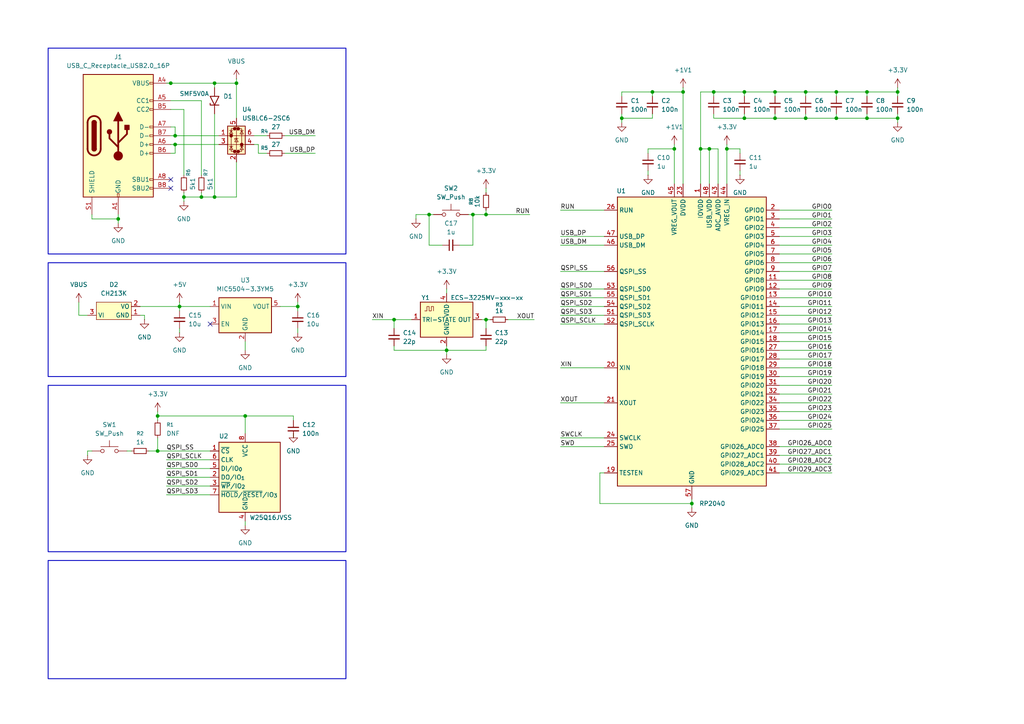
<source format=kicad_sch>
(kicad_sch
	(version 20250114)
	(generator "eeschema")
	(generator_version "9.0")
	(uuid "a0f67fd6-8fd6-4a43-b43b-d16e5a26271e")
	(paper "A4")
	(lib_symbols
		(symbol "Connector:USB_C_Receptacle_USB2.0_16P"
			(pin_names
				(offset 1.016)
			)
			(exclude_from_sim no)
			(in_bom yes)
			(on_board yes)
			(property "Reference" "J"
				(at 0 22.225 0)
				(effects
					(font
						(size 1.27 1.27)
					)
				)
			)
			(property "Value" "USB_C_Receptacle_USB2.0_16P"
				(at 0 19.685 0)
				(effects
					(font
						(size 1.27 1.27)
					)
				)
			)
			(property "Footprint" ""
				(at 3.81 0 0)
				(effects
					(font
						(size 1.27 1.27)
					)
					(hide yes)
				)
			)
			(property "Datasheet" "https://www.usb.org/sites/default/files/documents/usb_type-c.zip"
				(at 3.81 0 0)
				(effects
					(font
						(size 1.27 1.27)
					)
					(hide yes)
				)
			)
			(property "Description" "USB 2.0-only 16P Type-C Receptacle connector"
				(at 0 0 0)
				(effects
					(font
						(size 1.27 1.27)
					)
					(hide yes)
				)
			)
			(property "ki_keywords" "usb universal serial bus type-C USB2.0"
				(at 0 0 0)
				(effects
					(font
						(size 1.27 1.27)
					)
					(hide yes)
				)
			)
			(property "ki_fp_filters" "USB*C*Receptacle*"
				(at 0 0 0)
				(effects
					(font
						(size 1.27 1.27)
					)
					(hide yes)
				)
			)
			(symbol "USB_C_Receptacle_USB2.0_16P_0_0"
				(rectangle
					(start -0.254 -17.78)
					(end 0.254 -16.764)
					(stroke
						(width 0)
						(type default)
					)
					(fill
						(type none)
					)
				)
				(rectangle
					(start 10.16 15.494)
					(end 9.144 14.986)
					(stroke
						(width 0)
						(type default)
					)
					(fill
						(type none)
					)
				)
				(rectangle
					(start 10.16 10.414)
					(end 9.144 9.906)
					(stroke
						(width 0)
						(type default)
					)
					(fill
						(type none)
					)
				)
				(rectangle
					(start 10.16 7.874)
					(end 9.144 7.366)
					(stroke
						(width 0)
						(type default)
					)
					(fill
						(type none)
					)
				)
				(rectangle
					(start 10.16 2.794)
					(end 9.144 2.286)
					(stroke
						(width 0)
						(type default)
					)
					(fill
						(type none)
					)
				)
				(rectangle
					(start 10.16 0.254)
					(end 9.144 -0.254)
					(stroke
						(width 0)
						(type default)
					)
					(fill
						(type none)
					)
				)
				(rectangle
					(start 10.16 -2.286)
					(end 9.144 -2.794)
					(stroke
						(width 0)
						(type default)
					)
					(fill
						(type none)
					)
				)
				(rectangle
					(start 10.16 -4.826)
					(end 9.144 -5.334)
					(stroke
						(width 0)
						(type default)
					)
					(fill
						(type none)
					)
				)
				(rectangle
					(start 10.16 -12.446)
					(end 9.144 -12.954)
					(stroke
						(width 0)
						(type default)
					)
					(fill
						(type none)
					)
				)
				(rectangle
					(start 10.16 -14.986)
					(end 9.144 -15.494)
					(stroke
						(width 0)
						(type default)
					)
					(fill
						(type none)
					)
				)
			)
			(symbol "USB_C_Receptacle_USB2.0_16P_0_1"
				(rectangle
					(start -10.16 17.78)
					(end 10.16 -17.78)
					(stroke
						(width 0.254)
						(type default)
					)
					(fill
						(type background)
					)
				)
				(polyline
					(pts
						(xy -8.89 -3.81) (xy -8.89 3.81)
					)
					(stroke
						(width 0.508)
						(type default)
					)
					(fill
						(type none)
					)
				)
				(rectangle
					(start -7.62 -3.81)
					(end -6.35 3.81)
					(stroke
						(width 0.254)
						(type default)
					)
					(fill
						(type outline)
					)
				)
				(arc
					(start -7.62 3.81)
					(mid -6.985 4.4423)
					(end -6.35 3.81)
					(stroke
						(width 0.254)
						(type default)
					)
					(fill
						(type none)
					)
				)
				(arc
					(start -7.62 3.81)
					(mid -6.985 4.4423)
					(end -6.35 3.81)
					(stroke
						(width 0.254)
						(type default)
					)
					(fill
						(type outline)
					)
				)
				(arc
					(start -8.89 3.81)
					(mid -6.985 5.7067)
					(end -5.08 3.81)
					(stroke
						(width 0.508)
						(type default)
					)
					(fill
						(type none)
					)
				)
				(arc
					(start -5.08 -3.81)
					(mid -6.985 -5.7067)
					(end -8.89 -3.81)
					(stroke
						(width 0.508)
						(type default)
					)
					(fill
						(type none)
					)
				)
				(arc
					(start -6.35 -3.81)
					(mid -6.985 -4.4423)
					(end -7.62 -3.81)
					(stroke
						(width 0.254)
						(type default)
					)
					(fill
						(type none)
					)
				)
				(arc
					(start -6.35 -3.81)
					(mid -6.985 -4.4423)
					(end -7.62 -3.81)
					(stroke
						(width 0.254)
						(type default)
					)
					(fill
						(type outline)
					)
				)
				(polyline
					(pts
						(xy -5.08 3.81) (xy -5.08 -3.81)
					)
					(stroke
						(width 0.508)
						(type default)
					)
					(fill
						(type none)
					)
				)
				(circle
					(center -2.54 1.143)
					(radius 0.635)
					(stroke
						(width 0.254)
						(type default)
					)
					(fill
						(type outline)
					)
				)
				(polyline
					(pts
						(xy -1.27 4.318) (xy 0 6.858) (xy 1.27 4.318) (xy -1.27 4.318)
					)
					(stroke
						(width 0.254)
						(type default)
					)
					(fill
						(type outline)
					)
				)
				(polyline
					(pts
						(xy 0 -2.032) (xy 2.54 0.508) (xy 2.54 1.778)
					)
					(stroke
						(width 0.508)
						(type default)
					)
					(fill
						(type none)
					)
				)
				(polyline
					(pts
						(xy 0 -3.302) (xy -2.54 -0.762) (xy -2.54 0.508)
					)
					(stroke
						(width 0.508)
						(type default)
					)
					(fill
						(type none)
					)
				)
				(polyline
					(pts
						(xy 0 -5.842) (xy 0 4.318)
					)
					(stroke
						(width 0.508)
						(type default)
					)
					(fill
						(type none)
					)
				)
				(circle
					(center 0 -5.842)
					(radius 1.27)
					(stroke
						(width 0)
						(type default)
					)
					(fill
						(type outline)
					)
				)
				(rectangle
					(start 1.905 1.778)
					(end 3.175 3.048)
					(stroke
						(width 0.254)
						(type default)
					)
					(fill
						(type outline)
					)
				)
			)
			(symbol "USB_C_Receptacle_USB2.0_16P_1_1"
				(pin passive line
					(at -7.62 -22.86 90)
					(length 5.08)
					(name "SHIELD"
						(effects
							(font
								(size 1.27 1.27)
							)
						)
					)
					(number "S1"
						(effects
							(font
								(size 1.27 1.27)
							)
						)
					)
				)
				(pin passive line
					(at 0 -22.86 90)
					(length 5.08)
					(name "GND"
						(effects
							(font
								(size 1.27 1.27)
							)
						)
					)
					(number "A1"
						(effects
							(font
								(size 1.27 1.27)
							)
						)
					)
				)
				(pin passive line
					(at 0 -22.86 90)
					(length 5.08)
					(hide yes)
					(name "GND"
						(effects
							(font
								(size 1.27 1.27)
							)
						)
					)
					(number "A12"
						(effects
							(font
								(size 1.27 1.27)
							)
						)
					)
				)
				(pin passive line
					(at 0 -22.86 90)
					(length 5.08)
					(hide yes)
					(name "GND"
						(effects
							(font
								(size 1.27 1.27)
							)
						)
					)
					(number "B1"
						(effects
							(font
								(size 1.27 1.27)
							)
						)
					)
				)
				(pin passive line
					(at 0 -22.86 90)
					(length 5.08)
					(hide yes)
					(name "GND"
						(effects
							(font
								(size 1.27 1.27)
							)
						)
					)
					(number "B12"
						(effects
							(font
								(size 1.27 1.27)
							)
						)
					)
				)
				(pin passive line
					(at 15.24 15.24 180)
					(length 5.08)
					(name "VBUS"
						(effects
							(font
								(size 1.27 1.27)
							)
						)
					)
					(number "A4"
						(effects
							(font
								(size 1.27 1.27)
							)
						)
					)
				)
				(pin passive line
					(at 15.24 15.24 180)
					(length 5.08)
					(hide yes)
					(name "VBUS"
						(effects
							(font
								(size 1.27 1.27)
							)
						)
					)
					(number "A9"
						(effects
							(font
								(size 1.27 1.27)
							)
						)
					)
				)
				(pin passive line
					(at 15.24 15.24 180)
					(length 5.08)
					(hide yes)
					(name "VBUS"
						(effects
							(font
								(size 1.27 1.27)
							)
						)
					)
					(number "B4"
						(effects
							(font
								(size 1.27 1.27)
							)
						)
					)
				)
				(pin passive line
					(at 15.24 15.24 180)
					(length 5.08)
					(hide yes)
					(name "VBUS"
						(effects
							(font
								(size 1.27 1.27)
							)
						)
					)
					(number "B9"
						(effects
							(font
								(size 1.27 1.27)
							)
						)
					)
				)
				(pin bidirectional line
					(at 15.24 10.16 180)
					(length 5.08)
					(name "CC1"
						(effects
							(font
								(size 1.27 1.27)
							)
						)
					)
					(number "A5"
						(effects
							(font
								(size 1.27 1.27)
							)
						)
					)
				)
				(pin bidirectional line
					(at 15.24 7.62 180)
					(length 5.08)
					(name "CC2"
						(effects
							(font
								(size 1.27 1.27)
							)
						)
					)
					(number "B5"
						(effects
							(font
								(size 1.27 1.27)
							)
						)
					)
				)
				(pin bidirectional line
					(at 15.24 2.54 180)
					(length 5.08)
					(name "D-"
						(effects
							(font
								(size 1.27 1.27)
							)
						)
					)
					(number "A7"
						(effects
							(font
								(size 1.27 1.27)
							)
						)
					)
				)
				(pin bidirectional line
					(at 15.24 0 180)
					(length 5.08)
					(name "D-"
						(effects
							(font
								(size 1.27 1.27)
							)
						)
					)
					(number "B7"
						(effects
							(font
								(size 1.27 1.27)
							)
						)
					)
				)
				(pin bidirectional line
					(at 15.24 -2.54 180)
					(length 5.08)
					(name "D+"
						(effects
							(font
								(size 1.27 1.27)
							)
						)
					)
					(number "A6"
						(effects
							(font
								(size 1.27 1.27)
							)
						)
					)
				)
				(pin bidirectional line
					(at 15.24 -5.08 180)
					(length 5.08)
					(name "D+"
						(effects
							(font
								(size 1.27 1.27)
							)
						)
					)
					(number "B6"
						(effects
							(font
								(size 1.27 1.27)
							)
						)
					)
				)
				(pin bidirectional line
					(at 15.24 -12.7 180)
					(length 5.08)
					(name "SBU1"
						(effects
							(font
								(size 1.27 1.27)
							)
						)
					)
					(number "A8"
						(effects
							(font
								(size 1.27 1.27)
							)
						)
					)
				)
				(pin bidirectional line
					(at 15.24 -15.24 180)
					(length 5.08)
					(name "SBU2"
						(effects
							(font
								(size 1.27 1.27)
							)
						)
					)
					(number "B8"
						(effects
							(font
								(size 1.27 1.27)
							)
						)
					)
				)
			)
			(embedded_fonts no)
		)
		(symbol "Device:C_Small"
			(pin_numbers
				(hide yes)
			)
			(pin_names
				(offset 0.254)
				(hide yes)
			)
			(exclude_from_sim no)
			(in_bom yes)
			(on_board yes)
			(property "Reference" "C"
				(at 0.254 1.778 0)
				(effects
					(font
						(size 1.27 1.27)
					)
					(justify left)
				)
			)
			(property "Value" "C_Small"
				(at 0.254 -2.032 0)
				(effects
					(font
						(size 1.27 1.27)
					)
					(justify left)
				)
			)
			(property "Footprint" ""
				(at 0 0 0)
				(effects
					(font
						(size 1.27 1.27)
					)
					(hide yes)
				)
			)
			(property "Datasheet" "~"
				(at 0 0 0)
				(effects
					(font
						(size 1.27 1.27)
					)
					(hide yes)
				)
			)
			(property "Description" "Unpolarized capacitor, small symbol"
				(at 0 0 0)
				(effects
					(font
						(size 1.27 1.27)
					)
					(hide yes)
				)
			)
			(property "ki_keywords" "capacitor cap"
				(at 0 0 0)
				(effects
					(font
						(size 1.27 1.27)
					)
					(hide yes)
				)
			)
			(property "ki_fp_filters" "C_*"
				(at 0 0 0)
				(effects
					(font
						(size 1.27 1.27)
					)
					(hide yes)
				)
			)
			(symbol "C_Small_0_1"
				(polyline
					(pts
						(xy -1.524 0.508) (xy 1.524 0.508)
					)
					(stroke
						(width 0.3048)
						(type default)
					)
					(fill
						(type none)
					)
				)
				(polyline
					(pts
						(xy -1.524 -0.508) (xy 1.524 -0.508)
					)
					(stroke
						(width 0.3302)
						(type default)
					)
					(fill
						(type none)
					)
				)
			)
			(symbol "C_Small_1_1"
				(pin passive line
					(at 0 2.54 270)
					(length 2.032)
					(name "~"
						(effects
							(font
								(size 1.27 1.27)
							)
						)
					)
					(number "1"
						(effects
							(font
								(size 1.27 1.27)
							)
						)
					)
				)
				(pin passive line
					(at 0 -2.54 90)
					(length 2.032)
					(name "~"
						(effects
							(font
								(size 1.27 1.27)
							)
						)
					)
					(number "2"
						(effects
							(font
								(size 1.27 1.27)
							)
						)
					)
				)
			)
			(embedded_fonts no)
		)
		(symbol "Device:R_Small"
			(pin_numbers
				(hide yes)
			)
			(pin_names
				(offset 0.254)
				(hide yes)
			)
			(exclude_from_sim no)
			(in_bom yes)
			(on_board yes)
			(property "Reference" "R"
				(at 0 0 90)
				(effects
					(font
						(size 1.016 1.016)
					)
				)
			)
			(property "Value" "R_Small"
				(at 1.778 0 90)
				(effects
					(font
						(size 1.27 1.27)
					)
				)
			)
			(property "Footprint" ""
				(at 0 0 0)
				(effects
					(font
						(size 1.27 1.27)
					)
					(hide yes)
				)
			)
			(property "Datasheet" "~"
				(at 0 0 0)
				(effects
					(font
						(size 1.27 1.27)
					)
					(hide yes)
				)
			)
			(property "Description" "Resistor, small symbol"
				(at 0 0 0)
				(effects
					(font
						(size 1.27 1.27)
					)
					(hide yes)
				)
			)
			(property "ki_keywords" "R resistor"
				(at 0 0 0)
				(effects
					(font
						(size 1.27 1.27)
					)
					(hide yes)
				)
			)
			(property "ki_fp_filters" "R_*"
				(at 0 0 0)
				(effects
					(font
						(size 1.27 1.27)
					)
					(hide yes)
				)
			)
			(symbol "R_Small_0_1"
				(rectangle
					(start -0.762 1.778)
					(end 0.762 -1.778)
					(stroke
						(width 0.2032)
						(type default)
					)
					(fill
						(type none)
					)
				)
			)
			(symbol "R_Small_1_1"
				(pin passive line
					(at 0 2.54 270)
					(length 0.762)
					(name "~"
						(effects
							(font
								(size 1.27 1.27)
							)
						)
					)
					(number "1"
						(effects
							(font
								(size 1.27 1.27)
							)
						)
					)
				)
				(pin passive line
					(at 0 -2.54 90)
					(length 0.762)
					(name "~"
						(effects
							(font
								(size 1.27 1.27)
							)
						)
					)
					(number "2"
						(effects
							(font
								(size 1.27 1.27)
							)
						)
					)
				)
			)
			(embedded_fonts no)
		)
		(symbol "Diode:SMF5V0A"
			(pin_numbers
				(hide yes)
			)
			(pin_names
				(offset 1.016)
				(hide yes)
			)
			(exclude_from_sim no)
			(in_bom yes)
			(on_board yes)
			(property "Reference" "D"
				(at 0 2.54 0)
				(effects
					(font
						(size 1.27 1.27)
					)
				)
			)
			(property "Value" "SMF5V0A"
				(at 0 -2.54 0)
				(effects
					(font
						(size 1.27 1.27)
					)
				)
			)
			(property "Footprint" "Diode_SMD:D_SMF"
				(at 0 -5.08 0)
				(effects
					(font
						(size 1.27 1.27)
					)
					(hide yes)
				)
			)
			(property "Datasheet" "https://www.vishay.com/doc?85881"
				(at -1.27 0 0)
				(effects
					(font
						(size 1.27 1.27)
					)
					(hide yes)
				)
			)
			(property "Description" "200W unidirectional Transil Transient Voltage Suppressor, 5Vrwm, SMF"
				(at 0 0 0)
				(effects
					(font
						(size 1.27 1.27)
					)
					(hide yes)
				)
			)
			(property "ki_keywords" "diode TVS voltage suppressor"
				(at 0 0 0)
				(effects
					(font
						(size 1.27 1.27)
					)
					(hide yes)
				)
			)
			(property "ki_fp_filters" "D*SMF*"
				(at 0 0 0)
				(effects
					(font
						(size 1.27 1.27)
					)
					(hide yes)
				)
			)
			(symbol "SMF5V0A_0_1"
				(polyline
					(pts
						(xy -0.762 1.27) (xy -1.27 1.27) (xy -1.27 -1.27)
					)
					(stroke
						(width 0.254)
						(type default)
					)
					(fill
						(type none)
					)
				)
				(polyline
					(pts
						(xy 1.27 1.27) (xy 1.27 -1.27) (xy -1.27 0) (xy 1.27 1.27)
					)
					(stroke
						(width 0.254)
						(type default)
					)
					(fill
						(type none)
					)
				)
			)
			(symbol "SMF5V0A_1_1"
				(pin passive line
					(at -3.81 0 0)
					(length 2.54)
					(name "A1"
						(effects
							(font
								(size 1.27 1.27)
							)
						)
					)
					(number "1"
						(effects
							(font
								(size 1.27 1.27)
							)
						)
					)
				)
				(pin passive line
					(at 3.81 0 180)
					(length 2.54)
					(name "A2"
						(effects
							(font
								(size 1.27 1.27)
							)
						)
					)
					(number "2"
						(effects
							(font
								(size 1.27 1.27)
							)
						)
					)
				)
			)
			(embedded_fonts no)
		)
		(symbol "MCU_RaspberryPi:RP2040"
			(exclude_from_sim no)
			(in_bom yes)
			(on_board yes)
			(property "Reference" "U"
				(at 17.78 45.72 0)
				(effects
					(font
						(size 1.27 1.27)
					)
				)
			)
			(property "Value" "RP2040"
				(at 17.78 43.18 0)
				(effects
					(font
						(size 1.27 1.27)
					)
				)
			)
			(property "Footprint" "Package_DFN_QFN:QFN-56-1EP_7x7mm_P0.4mm_EP3.2x3.2mm"
				(at 0 0 0)
				(effects
					(font
						(size 1.27 1.27)
					)
					(hide yes)
				)
			)
			(property "Datasheet" "https://datasheets.raspberrypi.com/rp2040/rp2040-datasheet.pdf"
				(at 0 0 0)
				(effects
					(font
						(size 1.27 1.27)
					)
					(hide yes)
				)
			)
			(property "Description" "A microcontroller by Raspberry Pi"
				(at 0 0 0)
				(effects
					(font
						(size 1.27 1.27)
					)
					(hide yes)
				)
			)
			(property "ki_keywords" "RP2040 ARM Cortex-M0+ USB"
				(at 0 0 0)
				(effects
					(font
						(size 1.27 1.27)
					)
					(hide yes)
				)
			)
			(property "ki_fp_filters" "QFN*1EP*7x7mm?P0.4mm*"
				(at 0 0 0)
				(effects
					(font
						(size 1.27 1.27)
					)
					(hide yes)
				)
			)
			(symbol "RP2040_0_1"
				(rectangle
					(start -21.59 41.91)
					(end 21.59 -41.91)
					(stroke
						(width 0.254)
						(type default)
					)
					(fill
						(type background)
					)
				)
			)
			(symbol "RP2040_1_1"
				(pin input line
					(at -25.4 38.1 0)
					(length 3.81)
					(name "RUN"
						(effects
							(font
								(size 1.27 1.27)
							)
						)
					)
					(number "26"
						(effects
							(font
								(size 1.27 1.27)
							)
						)
					)
				)
				(pin bidirectional line
					(at -25.4 30.48 0)
					(length 3.81)
					(name "USB_DP"
						(effects
							(font
								(size 1.27 1.27)
							)
						)
					)
					(number "47"
						(effects
							(font
								(size 1.27 1.27)
							)
						)
					)
				)
				(pin bidirectional line
					(at -25.4 27.94 0)
					(length 3.81)
					(name "USB_DM"
						(effects
							(font
								(size 1.27 1.27)
							)
						)
					)
					(number "46"
						(effects
							(font
								(size 1.27 1.27)
							)
						)
					)
				)
				(pin bidirectional line
					(at -25.4 20.32 0)
					(length 3.81)
					(name "QSPI_SS"
						(effects
							(font
								(size 1.27 1.27)
							)
						)
					)
					(number "56"
						(effects
							(font
								(size 1.27 1.27)
							)
						)
					)
				)
				(pin bidirectional line
					(at -25.4 15.24 0)
					(length 3.81)
					(name "QSPI_SD0"
						(effects
							(font
								(size 1.27 1.27)
							)
						)
					)
					(number "53"
						(effects
							(font
								(size 1.27 1.27)
							)
						)
					)
				)
				(pin bidirectional line
					(at -25.4 12.7 0)
					(length 3.81)
					(name "QSPI_SD1"
						(effects
							(font
								(size 1.27 1.27)
							)
						)
					)
					(number "55"
						(effects
							(font
								(size 1.27 1.27)
							)
						)
					)
				)
				(pin bidirectional line
					(at -25.4 10.16 0)
					(length 3.81)
					(name "QSPI_SD2"
						(effects
							(font
								(size 1.27 1.27)
							)
						)
					)
					(number "54"
						(effects
							(font
								(size 1.27 1.27)
							)
						)
					)
				)
				(pin bidirectional line
					(at -25.4 7.62 0)
					(length 3.81)
					(name "QSPI_SD3"
						(effects
							(font
								(size 1.27 1.27)
							)
						)
					)
					(number "51"
						(effects
							(font
								(size 1.27 1.27)
							)
						)
					)
				)
				(pin output line
					(at -25.4 5.08 0)
					(length 3.81)
					(name "QSPI_SCLK"
						(effects
							(font
								(size 1.27 1.27)
							)
						)
					)
					(number "52"
						(effects
							(font
								(size 1.27 1.27)
							)
						)
					)
				)
				(pin input line
					(at -25.4 -7.62 0)
					(length 3.81)
					(name "XIN"
						(effects
							(font
								(size 1.27 1.27)
							)
						)
					)
					(number "20"
						(effects
							(font
								(size 1.27 1.27)
							)
						)
					)
				)
				(pin passive line
					(at -25.4 -17.78 0)
					(length 3.81)
					(name "XOUT"
						(effects
							(font
								(size 1.27 1.27)
							)
						)
					)
					(number "21"
						(effects
							(font
								(size 1.27 1.27)
							)
						)
					)
				)
				(pin input line
					(at -25.4 -27.94 0)
					(length 3.81)
					(name "SWCLK"
						(effects
							(font
								(size 1.27 1.27)
							)
						)
					)
					(number "24"
						(effects
							(font
								(size 1.27 1.27)
							)
						)
					)
				)
				(pin bidirectional line
					(at -25.4 -30.48 0)
					(length 3.81)
					(name "SWD"
						(effects
							(font
								(size 1.27 1.27)
							)
						)
					)
					(number "25"
						(effects
							(font
								(size 1.27 1.27)
							)
						)
					)
				)
				(pin input line
					(at -25.4 -38.1 0)
					(length 3.81)
					(name "TESTEN"
						(effects
							(font
								(size 1.27 1.27)
							)
						)
					)
					(number "19"
						(effects
							(font
								(size 1.27 1.27)
							)
						)
					)
				)
				(pin power_out line
					(at -5.08 45.72 270)
					(length 3.81)
					(name "VREG_VOUT"
						(effects
							(font
								(size 1.27 1.27)
							)
						)
					)
					(number "45"
						(effects
							(font
								(size 1.27 1.27)
							)
						)
					)
				)
				(pin power_in line
					(at -2.54 45.72 270)
					(length 3.81)
					(name "DVDD"
						(effects
							(font
								(size 1.27 1.27)
							)
						)
					)
					(number "23"
						(effects
							(font
								(size 1.27 1.27)
							)
						)
					)
				)
				(pin passive line
					(at -2.54 45.72 270)
					(length 3.81)
					(hide yes)
					(name "DVDD"
						(effects
							(font
								(size 1.27 1.27)
							)
						)
					)
					(number "50"
						(effects
							(font
								(size 1.27 1.27)
							)
						)
					)
				)
				(pin power_in line
					(at 0 -45.72 90)
					(length 3.81)
					(name "GND"
						(effects
							(font
								(size 1.27 1.27)
							)
						)
					)
					(number "57"
						(effects
							(font
								(size 1.27 1.27)
							)
						)
					)
				)
				(pin power_in line
					(at 2.54 45.72 270)
					(length 3.81)
					(name "IOVDD"
						(effects
							(font
								(size 1.27 1.27)
							)
						)
					)
					(number "1"
						(effects
							(font
								(size 1.27 1.27)
							)
						)
					)
				)
				(pin passive line
					(at 2.54 45.72 270)
					(length 3.81)
					(hide yes)
					(name "IOVDD"
						(effects
							(font
								(size 1.27 1.27)
							)
						)
					)
					(number "10"
						(effects
							(font
								(size 1.27 1.27)
							)
						)
					)
				)
				(pin passive line
					(at 2.54 45.72 270)
					(length 3.81)
					(hide yes)
					(name "IOVDD"
						(effects
							(font
								(size 1.27 1.27)
							)
						)
					)
					(number "22"
						(effects
							(font
								(size 1.27 1.27)
							)
						)
					)
				)
				(pin passive line
					(at 2.54 45.72 270)
					(length 3.81)
					(hide yes)
					(name "IOVDD"
						(effects
							(font
								(size 1.27 1.27)
							)
						)
					)
					(number "33"
						(effects
							(font
								(size 1.27 1.27)
							)
						)
					)
				)
				(pin passive line
					(at 2.54 45.72 270)
					(length 3.81)
					(hide yes)
					(name "IOVDD"
						(effects
							(font
								(size 1.27 1.27)
							)
						)
					)
					(number "42"
						(effects
							(font
								(size 1.27 1.27)
							)
						)
					)
				)
				(pin passive line
					(at 2.54 45.72 270)
					(length 3.81)
					(hide yes)
					(name "IOVDD"
						(effects
							(font
								(size 1.27 1.27)
							)
						)
					)
					(number "49"
						(effects
							(font
								(size 1.27 1.27)
							)
						)
					)
				)
				(pin power_in line
					(at 5.08 45.72 270)
					(length 3.81)
					(name "USB_VDD"
						(effects
							(font
								(size 1.27 1.27)
							)
						)
					)
					(number "48"
						(effects
							(font
								(size 1.27 1.27)
							)
						)
					)
				)
				(pin power_in line
					(at 7.62 45.72 270)
					(length 3.81)
					(name "ADC_AVDD"
						(effects
							(font
								(size 1.27 1.27)
							)
						)
					)
					(number "43"
						(effects
							(font
								(size 1.27 1.27)
							)
						)
					)
				)
				(pin power_in line
					(at 10.16 45.72 270)
					(length 3.81)
					(name "VREG_IN"
						(effects
							(font
								(size 1.27 1.27)
							)
						)
					)
					(number "44"
						(effects
							(font
								(size 1.27 1.27)
							)
						)
					)
				)
				(pin bidirectional line
					(at 25.4 38.1 180)
					(length 3.81)
					(name "GPIO0"
						(effects
							(font
								(size 1.27 1.27)
							)
						)
					)
					(number "2"
						(effects
							(font
								(size 1.27 1.27)
							)
						)
					)
				)
				(pin bidirectional line
					(at 25.4 35.56 180)
					(length 3.81)
					(name "GPIO1"
						(effects
							(font
								(size 1.27 1.27)
							)
						)
					)
					(number "3"
						(effects
							(font
								(size 1.27 1.27)
							)
						)
					)
				)
				(pin bidirectional line
					(at 25.4 33.02 180)
					(length 3.81)
					(name "GPIO2"
						(effects
							(font
								(size 1.27 1.27)
							)
						)
					)
					(number "4"
						(effects
							(font
								(size 1.27 1.27)
							)
						)
					)
				)
				(pin bidirectional line
					(at 25.4 30.48 180)
					(length 3.81)
					(name "GPIO3"
						(effects
							(font
								(size 1.27 1.27)
							)
						)
					)
					(number "5"
						(effects
							(font
								(size 1.27 1.27)
							)
						)
					)
				)
				(pin bidirectional line
					(at 25.4 27.94 180)
					(length 3.81)
					(name "GPIO4"
						(effects
							(font
								(size 1.27 1.27)
							)
						)
					)
					(number "6"
						(effects
							(font
								(size 1.27 1.27)
							)
						)
					)
				)
				(pin bidirectional line
					(at 25.4 25.4 180)
					(length 3.81)
					(name "GPIO5"
						(effects
							(font
								(size 1.27 1.27)
							)
						)
					)
					(number "7"
						(effects
							(font
								(size 1.27 1.27)
							)
						)
					)
				)
				(pin bidirectional line
					(at 25.4 22.86 180)
					(length 3.81)
					(name "GPIO6"
						(effects
							(font
								(size 1.27 1.27)
							)
						)
					)
					(number "8"
						(effects
							(font
								(size 1.27 1.27)
							)
						)
					)
				)
				(pin bidirectional line
					(at 25.4 20.32 180)
					(length 3.81)
					(name "GPIO7"
						(effects
							(font
								(size 1.27 1.27)
							)
						)
					)
					(number "9"
						(effects
							(font
								(size 1.27 1.27)
							)
						)
					)
				)
				(pin bidirectional line
					(at 25.4 17.78 180)
					(length 3.81)
					(name "GPIO8"
						(effects
							(font
								(size 1.27 1.27)
							)
						)
					)
					(number "11"
						(effects
							(font
								(size 1.27 1.27)
							)
						)
					)
				)
				(pin bidirectional line
					(at 25.4 15.24 180)
					(length 3.81)
					(name "GPIO9"
						(effects
							(font
								(size 1.27 1.27)
							)
						)
					)
					(number "12"
						(effects
							(font
								(size 1.27 1.27)
							)
						)
					)
				)
				(pin bidirectional line
					(at 25.4 12.7 180)
					(length 3.81)
					(name "GPIO10"
						(effects
							(font
								(size 1.27 1.27)
							)
						)
					)
					(number "13"
						(effects
							(font
								(size 1.27 1.27)
							)
						)
					)
				)
				(pin bidirectional line
					(at 25.4 10.16 180)
					(length 3.81)
					(name "GPIO11"
						(effects
							(font
								(size 1.27 1.27)
							)
						)
					)
					(number "14"
						(effects
							(font
								(size 1.27 1.27)
							)
						)
					)
				)
				(pin bidirectional line
					(at 25.4 7.62 180)
					(length 3.81)
					(name "GPIO12"
						(effects
							(font
								(size 1.27 1.27)
							)
						)
					)
					(number "15"
						(effects
							(font
								(size 1.27 1.27)
							)
						)
					)
				)
				(pin bidirectional line
					(at 25.4 5.08 180)
					(length 3.81)
					(name "GPIO13"
						(effects
							(font
								(size 1.27 1.27)
							)
						)
					)
					(number "16"
						(effects
							(font
								(size 1.27 1.27)
							)
						)
					)
				)
				(pin bidirectional line
					(at 25.4 2.54 180)
					(length 3.81)
					(name "GPIO14"
						(effects
							(font
								(size 1.27 1.27)
							)
						)
					)
					(number "17"
						(effects
							(font
								(size 1.27 1.27)
							)
						)
					)
				)
				(pin bidirectional line
					(at 25.4 0 180)
					(length 3.81)
					(name "GPIO15"
						(effects
							(font
								(size 1.27 1.27)
							)
						)
					)
					(number "18"
						(effects
							(font
								(size 1.27 1.27)
							)
						)
					)
				)
				(pin bidirectional line
					(at 25.4 -2.54 180)
					(length 3.81)
					(name "GPIO16"
						(effects
							(font
								(size 1.27 1.27)
							)
						)
					)
					(number "27"
						(effects
							(font
								(size 1.27 1.27)
							)
						)
					)
				)
				(pin bidirectional line
					(at 25.4 -5.08 180)
					(length 3.81)
					(name "GPIO17"
						(effects
							(font
								(size 1.27 1.27)
							)
						)
					)
					(number "28"
						(effects
							(font
								(size 1.27 1.27)
							)
						)
					)
				)
				(pin bidirectional line
					(at 25.4 -7.62 180)
					(length 3.81)
					(name "GPIO18"
						(effects
							(font
								(size 1.27 1.27)
							)
						)
					)
					(number "29"
						(effects
							(font
								(size 1.27 1.27)
							)
						)
					)
				)
				(pin bidirectional line
					(at 25.4 -10.16 180)
					(length 3.81)
					(name "GPIO19"
						(effects
							(font
								(size 1.27 1.27)
							)
						)
					)
					(number "30"
						(effects
							(font
								(size 1.27 1.27)
							)
						)
					)
				)
				(pin bidirectional line
					(at 25.4 -12.7 180)
					(length 3.81)
					(name "GPIO20"
						(effects
							(font
								(size 1.27 1.27)
							)
						)
					)
					(number "31"
						(effects
							(font
								(size 1.27 1.27)
							)
						)
					)
				)
				(pin bidirectional line
					(at 25.4 -15.24 180)
					(length 3.81)
					(name "GPIO21"
						(effects
							(font
								(size 1.27 1.27)
							)
						)
					)
					(number "32"
						(effects
							(font
								(size 1.27 1.27)
							)
						)
					)
				)
				(pin bidirectional line
					(at 25.4 -17.78 180)
					(length 3.81)
					(name "GPIO22"
						(effects
							(font
								(size 1.27 1.27)
							)
						)
					)
					(number "34"
						(effects
							(font
								(size 1.27 1.27)
							)
						)
					)
				)
				(pin bidirectional line
					(at 25.4 -20.32 180)
					(length 3.81)
					(name "GPIO23"
						(effects
							(font
								(size 1.27 1.27)
							)
						)
					)
					(number "35"
						(effects
							(font
								(size 1.27 1.27)
							)
						)
					)
				)
				(pin bidirectional line
					(at 25.4 -22.86 180)
					(length 3.81)
					(name "GPIO24"
						(effects
							(font
								(size 1.27 1.27)
							)
						)
					)
					(number "36"
						(effects
							(font
								(size 1.27 1.27)
							)
						)
					)
				)
				(pin bidirectional line
					(at 25.4 -25.4 180)
					(length 3.81)
					(name "GPIO25"
						(effects
							(font
								(size 1.27 1.27)
							)
						)
					)
					(number "37"
						(effects
							(font
								(size 1.27 1.27)
							)
						)
					)
				)
				(pin bidirectional line
					(at 25.4 -30.48 180)
					(length 3.81)
					(name "GPIO26_ADC0"
						(effects
							(font
								(size 1.27 1.27)
							)
						)
					)
					(number "38"
						(effects
							(font
								(size 1.27 1.27)
							)
						)
					)
				)
				(pin bidirectional line
					(at 25.4 -33.02 180)
					(length 3.81)
					(name "GPIO27_ADC1"
						(effects
							(font
								(size 1.27 1.27)
							)
						)
					)
					(number "39"
						(effects
							(font
								(size 1.27 1.27)
							)
						)
					)
				)
				(pin bidirectional line
					(at 25.4 -35.56 180)
					(length 3.81)
					(name "GPIO28_ADC2"
						(effects
							(font
								(size 1.27 1.27)
							)
						)
					)
					(number "40"
						(effects
							(font
								(size 1.27 1.27)
							)
						)
					)
				)
				(pin bidirectional line
					(at 25.4 -38.1 180)
					(length 3.81)
					(name "GPIO29_ADC3"
						(effects
							(font
								(size 1.27 1.27)
							)
						)
					)
					(number "41"
						(effects
							(font
								(size 1.27 1.27)
							)
						)
					)
				)
			)
			(embedded_fonts no)
		)
		(symbol "Memory_Flash:W25Q16JVSS"
			(exclude_from_sim no)
			(in_bom yes)
			(on_board yes)
			(property "Reference" "U"
				(at -6.35 11.43 0)
				(effects
					(font
						(size 1.27 1.27)
					)
				)
			)
			(property "Value" "W25Q16JVSS"
				(at 7.62 11.43 0)
				(effects
					(font
						(size 1.27 1.27)
					)
				)
			)
			(property "Footprint" "Package_SO:SOIC-8_5.3x5.3mm_P1.27mm"
				(at 0 0 0)
				(effects
					(font
						(size 1.27 1.27)
					)
					(hide yes)
				)
			)
			(property "Datasheet" "https://www.winbond.com/hq/support/documentation/levelOne.jsp?__locale=en&DocNo=DA00-W25Q16JV.1"
				(at 0 0 0)
				(effects
					(font
						(size 1.27 1.27)
					)
					(hide yes)
				)
			)
			(property "Description" "16Mbit / 2MiB Serial Flash Memory, Standard/Dual/Quad SPI, 2.7-3.6V, SOIC-8 (208 mil)"
				(at 0 0 0)
				(effects
					(font
						(size 1.27 1.27)
					)
					(hide yes)
				)
			)
			(property "ki_keywords" "flash memory SPI"
				(at 0 0 0)
				(effects
					(font
						(size 1.27 1.27)
					)
					(hide yes)
				)
			)
			(property "ki_fp_filters" "*SOIC*5.3x5.3mm*P1.27mm*"
				(at 0 0 0)
				(effects
					(font
						(size 1.27 1.27)
					)
					(hide yes)
				)
			)
			(symbol "W25Q16JVSS_0_1"
				(rectangle
					(start -7.62 10.16)
					(end 10.16 -10.16)
					(stroke
						(width 0.254)
						(type default)
					)
					(fill
						(type background)
					)
				)
			)
			(symbol "W25Q16JVSS_1_1"
				(pin input line
					(at -10.16 7.62 0)
					(length 2.54)
					(name "~{CS}"
						(effects
							(font
								(size 1.27 1.27)
							)
						)
					)
					(number "1"
						(effects
							(font
								(size 1.27 1.27)
							)
						)
					)
				)
				(pin input line
					(at -10.16 5.08 0)
					(length 2.54)
					(name "CLK"
						(effects
							(font
								(size 1.27 1.27)
							)
						)
					)
					(number "6"
						(effects
							(font
								(size 1.27 1.27)
							)
						)
					)
				)
				(pin bidirectional line
					(at -10.16 2.54 0)
					(length 2.54)
					(name "DI/IO_{0}"
						(effects
							(font
								(size 1.27 1.27)
							)
						)
					)
					(number "5"
						(effects
							(font
								(size 1.27 1.27)
							)
						)
					)
				)
				(pin bidirectional line
					(at -10.16 0 0)
					(length 2.54)
					(name "DO/IO_{1}"
						(effects
							(font
								(size 1.27 1.27)
							)
						)
					)
					(number "2"
						(effects
							(font
								(size 1.27 1.27)
							)
						)
					)
				)
				(pin bidirectional line
					(at -10.16 -2.54 0)
					(length 2.54)
					(name "~{WP}/IO_{2}"
						(effects
							(font
								(size 1.27 1.27)
							)
						)
					)
					(number "3"
						(effects
							(font
								(size 1.27 1.27)
							)
						)
					)
				)
				(pin bidirectional line
					(at -10.16 -5.08 0)
					(length 2.54)
					(name "~{HOLD}/~{RESET}/IO_{3}"
						(effects
							(font
								(size 1.27 1.27)
							)
						)
					)
					(number "7"
						(effects
							(font
								(size 1.27 1.27)
							)
						)
					)
				)
				(pin power_in line
					(at 0 12.7 270)
					(length 2.54)
					(name "VCC"
						(effects
							(font
								(size 1.27 1.27)
							)
						)
					)
					(number "8"
						(effects
							(font
								(size 1.27 1.27)
							)
						)
					)
				)
				(pin power_in line
					(at 0 -12.7 90)
					(length 2.54)
					(name "GND"
						(effects
							(font
								(size 1.27 1.27)
							)
						)
					)
					(number "4"
						(effects
							(font
								(size 1.27 1.27)
							)
						)
					)
				)
			)
			(embedded_fonts no)
		)
		(symbol "MyLibrary:CH213K"
			(exclude_from_sim no)
			(in_bom yes)
			(on_board yes)
			(property "Reference" "D"
				(at -4.572 3.81 0)
				(effects
					(font
						(size 1.27 1.27)
					)
				)
			)
			(property "Value" "CH213K"
				(at 2.032 3.81 0)
				(effects
					(font
						(size 1.27 1.27)
					)
				)
			)
			(property "Footprint" ""
				(at 0 0 0)
				(effects
					(font
						(size 1.27 1.27)
					)
					(hide yes)
				)
			)
			(property "Datasheet" ""
				(at 0 0 0)
				(effects
					(font
						(size 1.27 1.27)
					)
					(hide yes)
				)
			)
			(property "Description" ""
				(at 0 0 0)
				(effects
					(font
						(size 1.27 1.27)
					)
					(hide yes)
				)
			)
			(property "ki_keywords" "WCH, low voltage drop diode chip, low dropout ideal diode chip"
				(at 0 0 0)
				(effects
					(font
						(size 1.27 1.27)
					)
					(hide yes)
				)
			)
			(symbol "CH213K_1_1"
				(rectangle
					(start -5.08 2.54)
					(end 5.08 -2.54)
					(stroke
						(width 0)
						(type solid)
					)
					(fill
						(type background)
					)
				)
				(pin power_in line
					(at -7.62 1.27 0)
					(length 2.54)
					(name "GND"
						(effects
							(font
								(size 1.27 1.27)
							)
						)
					)
					(number "1"
						(effects
							(font
								(size 1.27 1.27)
							)
						)
					)
				)
				(pin power_out line
					(at -7.62 -1.27 0)
					(length 2.54)
					(name "VO"
						(effects
							(font
								(size 1.27 1.27)
							)
						)
					)
					(number "2"
						(effects
							(font
								(size 1.27 1.27)
							)
						)
					)
				)
				(pin power_in line
					(at 7.62 1.27 180)
					(length 2.54)
					(name "VI"
						(effects
							(font
								(size 1.27 1.27)
							)
						)
					)
					(number "3"
						(effects
							(font
								(size 1.27 1.27)
							)
						)
					)
				)
			)
			(embedded_fonts no)
		)
		(symbol "MyLibrary:ECS-3225MV-xxx-xx"
			(exclude_from_sim no)
			(in_bom yes)
			(on_board yes)
			(property "Reference" "Y"
				(at -6.604 6.35 0)
				(effects
					(font
						(size 1.27 1.27)
					)
				)
			)
			(property "Value" "ECS-3225MV-xxx-xx"
				(at 11.176 -6.35 0)
				(effects
					(font
						(size 1.27 1.27)
					)
				)
			)
			(property "Footprint" ""
				(at 0 0 0)
				(effects
					(font
						(size 1.27 1.27)
					)
					(hide yes)
				)
			)
			(property "Datasheet" "https://www.ecsxtal.com/store/pdf/ECS-3225MV.pdf"
				(at 0 0 0)
				(effects
					(font
						(size 1.27 1.27)
					)
					(hide yes)
				)
			)
			(property "Description" "HCMOS Crystal Clock Oscillator, 3.2x2.5 mm SMD"
				(at 0 0 0)
				(effects
					(font
						(size 1.27 1.27)
					)
					(hide yes)
				)
			)
			(property "ki_keywords" "Crystal Clock Oscillator ECS SMD"
				(at 0 0 0)
				(effects
					(font
						(size 1.27 1.27)
					)
					(hide yes)
				)
			)
			(symbol "ECS-3225MV-xxx-xx_0_1"
				(rectangle
					(start -7.62 5.08)
					(end 7.62 -5.08)
					(stroke
						(width 0.254)
						(type default)
					)
					(fill
						(type background)
					)
				)
				(polyline
					(pts
						(xy -6.35 2.54) (xy -5.715 2.54) (xy -5.715 3.81) (xy -5.08 3.81) (xy -5.08 2.54) (xy -4.445 2.54)
						(xy -4.445 3.81) (xy -3.81 3.81) (xy -3.81 2.54)
					)
					(stroke
						(width 0)
						(type default)
					)
					(fill
						(type none)
					)
				)
			)
			(symbol "ECS-3225MV-xxx-xx_1_1"
				(pin input line
					(at -10.16 0 0)
					(length 2.54)
					(name "TRI-STATE"
						(effects
							(font
								(size 1.27 1.27)
							)
						)
					)
					(number "1"
						(effects
							(font
								(size 1.27 1.27)
							)
						)
					)
				)
				(pin power_in line
					(at 0 7.62 270)
					(length 2.54)
					(name "VDD"
						(effects
							(font
								(size 1.27 1.27)
							)
						)
					)
					(number "4"
						(effects
							(font
								(size 1.27 1.27)
							)
						)
					)
				)
				(pin power_in line
					(at 0 -7.62 90)
					(length 2.54)
					(name "GND"
						(effects
							(font
								(size 1.27 1.27)
							)
						)
					)
					(number "2"
						(effects
							(font
								(size 1.27 1.27)
							)
						)
					)
				)
				(pin output line
					(at 10.16 0 180)
					(length 2.54)
					(name "OUT"
						(effects
							(font
								(size 1.27 1.27)
							)
						)
					)
					(number "3"
						(effects
							(font
								(size 1.27 1.27)
							)
						)
					)
				)
			)
			(embedded_fonts no)
		)
		(symbol "Power_Protection:USBLC6-2SC6"
			(pin_names
				(hide yes)
			)
			(exclude_from_sim no)
			(in_bom yes)
			(on_board yes)
			(property "Reference" "U"
				(at 0.635 5.715 0)
				(effects
					(font
						(size 1.27 1.27)
					)
					(justify left)
				)
			)
			(property "Value" "USBLC6-2SC6"
				(at 0.635 3.81 0)
				(effects
					(font
						(size 1.27 1.27)
					)
					(justify left)
				)
			)
			(property "Footprint" "Package_TO_SOT_SMD:SOT-23-6"
				(at 1.27 -6.35 0)
				(effects
					(font
						(size 1.27 1.27)
						(italic yes)
					)
					(justify left)
					(hide yes)
				)
			)
			(property "Datasheet" "https://www.st.com/resource/en/datasheet/usblc6-2.pdf"
				(at 1.27 -8.255 0)
				(effects
					(font
						(size 1.27 1.27)
					)
					(justify left)
					(hide yes)
				)
			)
			(property "Description" "Very low capacitance ESD protection diode, 2 data-line, SOT-23-6"
				(at 0 0 0)
				(effects
					(font
						(size 1.27 1.27)
					)
					(hide yes)
				)
			)
			(property "ki_keywords" "usb ethernet video"
				(at 0 0 0)
				(effects
					(font
						(size 1.27 1.27)
					)
					(hide yes)
				)
			)
			(property "ki_fp_filters" "SOT?23*"
				(at 0 0 0)
				(effects
					(font
						(size 1.27 1.27)
					)
					(hide yes)
				)
			)
			(symbol "USBLC6-2SC6_0_0"
				(circle
					(center -1.524 0)
					(radius 0.0001)
					(stroke
						(width 0.508)
						(type default)
					)
					(fill
						(type none)
					)
				)
				(circle
					(center -0.508 2.032)
					(radius 0.0001)
					(stroke
						(width 0.508)
						(type default)
					)
					(fill
						(type none)
					)
				)
				(circle
					(center -0.508 -4.572)
					(radius 0.0001)
					(stroke
						(width 0.508)
						(type default)
					)
					(fill
						(type none)
					)
				)
				(circle
					(center 0.508 2.032)
					(radius 0.0001)
					(stroke
						(width 0.508)
						(type default)
					)
					(fill
						(type none)
					)
				)
				(circle
					(center 0.508 -4.572)
					(radius 0.0001)
					(stroke
						(width 0.508)
						(type default)
					)
					(fill
						(type none)
					)
				)
				(circle
					(center 1.524 -2.54)
					(radius 0.0001)
					(stroke
						(width 0.508)
						(type default)
					)
					(fill
						(type none)
					)
				)
			)
			(symbol "USBLC6-2SC6_0_1"
				(polyline
					(pts
						(xy -2.54 0) (xy 2.54 0)
					)
					(stroke
						(width 0)
						(type default)
					)
					(fill
						(type none)
					)
				)
				(polyline
					(pts
						(xy -2.54 -2.54) (xy 2.54 -2.54)
					)
					(stroke
						(width 0)
						(type default)
					)
					(fill
						(type none)
					)
				)
				(polyline
					(pts
						(xy -2.032 0.508) (xy -1.016 0.508) (xy -1.524 1.524) (xy -2.032 0.508)
					)
					(stroke
						(width 0)
						(type default)
					)
					(fill
						(type none)
					)
				)
				(polyline
					(pts
						(xy -2.032 -3.048) (xy -1.016 -3.048)
					)
					(stroke
						(width 0)
						(type default)
					)
					(fill
						(type none)
					)
				)
				(polyline
					(pts
						(xy -1.016 1.524) (xy -2.032 1.524)
					)
					(stroke
						(width 0)
						(type default)
					)
					(fill
						(type none)
					)
				)
				(polyline
					(pts
						(xy -1.016 -4.064) (xy -2.032 -4.064) (xy -1.524 -3.048) (xy -1.016 -4.064)
					)
					(stroke
						(width 0)
						(type default)
					)
					(fill
						(type none)
					)
				)
				(polyline
					(pts
						(xy -0.508 -1.143) (xy -0.508 -0.762) (xy 0.508 -0.762)
					)
					(stroke
						(width 0)
						(type default)
					)
					(fill
						(type none)
					)
				)
				(polyline
					(pts
						(xy 0 2.54) (xy -0.508 2.032) (xy 0.508 2.032) (xy 0 1.524) (xy 0 -4.064) (xy -0.508 -4.572) (xy 0.508 -4.572)
						(xy 0 -5.08)
					)
					(stroke
						(width 0)
						(type default)
					)
					(fill
						(type none)
					)
				)
				(polyline
					(pts
						(xy 0.508 -1.778) (xy -0.508 -1.778) (xy 0 -0.762) (xy 0.508 -1.778)
					)
					(stroke
						(width 0)
						(type default)
					)
					(fill
						(type none)
					)
				)
				(polyline
					(pts
						(xy 1.016 1.524) (xy 2.032 1.524)
					)
					(stroke
						(width 0)
						(type default)
					)
					(fill
						(type none)
					)
				)
				(polyline
					(pts
						(xy 1.016 -3.048) (xy 2.032 -3.048)
					)
					(stroke
						(width 0)
						(type default)
					)
					(fill
						(type none)
					)
				)
				(polyline
					(pts
						(xy 2.032 0.508) (xy 1.016 0.508) (xy 1.524 1.524) (xy 2.032 0.508)
					)
					(stroke
						(width 0)
						(type default)
					)
					(fill
						(type none)
					)
				)
				(polyline
					(pts
						(xy 2.032 -4.064) (xy 1.016 -4.064) (xy 1.524 -3.048) (xy 2.032 -4.064)
					)
					(stroke
						(width 0)
						(type default)
					)
					(fill
						(type none)
					)
				)
			)
			(symbol "USBLC6-2SC6_1_1"
				(rectangle
					(start -2.54 2.794)
					(end 2.54 -5.334)
					(stroke
						(width 0.254)
						(type default)
					)
					(fill
						(type background)
					)
				)
				(polyline
					(pts
						(xy -0.508 2.032) (xy -1.524 2.032) (xy -1.524 -4.572) (xy -0.508 -4.572)
					)
					(stroke
						(width 0)
						(type default)
					)
					(fill
						(type none)
					)
				)
				(polyline
					(pts
						(xy 0.508 -4.572) (xy 1.524 -4.572) (xy 1.524 2.032) (xy 0.508 2.032)
					)
					(stroke
						(width 0)
						(type default)
					)
					(fill
						(type none)
					)
				)
				(pin passive line
					(at -5.08 0 0)
					(length 2.54)
					(name "I/O1"
						(effects
							(font
								(size 1.27 1.27)
							)
						)
					)
					(number "1"
						(effects
							(font
								(size 1.27 1.27)
							)
						)
					)
				)
				(pin passive line
					(at -5.08 -2.54 0)
					(length 2.54)
					(name "I/O2"
						(effects
							(font
								(size 1.27 1.27)
							)
						)
					)
					(number "3"
						(effects
							(font
								(size 1.27 1.27)
							)
						)
					)
				)
				(pin passive line
					(at 0 5.08 270)
					(length 2.54)
					(name "VBUS"
						(effects
							(font
								(size 1.27 1.27)
							)
						)
					)
					(number "5"
						(effects
							(font
								(size 1.27 1.27)
							)
						)
					)
				)
				(pin passive line
					(at 0 -7.62 90)
					(length 2.54)
					(name "GND"
						(effects
							(font
								(size 1.27 1.27)
							)
						)
					)
					(number "2"
						(effects
							(font
								(size 1.27 1.27)
							)
						)
					)
				)
				(pin passive line
					(at 5.08 0 180)
					(length 2.54)
					(name "I/O1"
						(effects
							(font
								(size 1.27 1.27)
							)
						)
					)
					(number "6"
						(effects
							(font
								(size 1.27 1.27)
							)
						)
					)
				)
				(pin passive line
					(at 5.08 -2.54 180)
					(length 2.54)
					(name "I/O2"
						(effects
							(font
								(size 1.27 1.27)
							)
						)
					)
					(number "4"
						(effects
							(font
								(size 1.27 1.27)
							)
						)
					)
				)
			)
			(embedded_fonts no)
		)
		(symbol "Regulator_Linear:MIC5504-3.3YM5"
			(exclude_from_sim no)
			(in_bom yes)
			(on_board yes)
			(property "Reference" "U"
				(at -7.62 8.89 0)
				(effects
					(font
						(size 1.27 1.27)
					)
					(justify left)
				)
			)
			(property "Value" "MIC5504-3.3YM5"
				(at -7.62 6.35 0)
				(effects
					(font
						(size 1.27 1.27)
					)
					(justify left)
				)
			)
			(property "Footprint" "Package_TO_SOT_SMD:SOT-23-5"
				(at 0 -10.16 0)
				(effects
					(font
						(size 1.27 1.27)
					)
					(hide yes)
				)
			)
			(property "Datasheet" "http://ww1.microchip.com/downloads/en/DeviceDoc/MIC550X.pdf"
				(at -6.35 6.35 0)
				(effects
					(font
						(size 1.27 1.27)
					)
					(hide yes)
				)
			)
			(property "Description" "300mA Low-dropout Voltage Regulator, Vout 3.3V, Vin up to 5.5V, SOT-23"
				(at 0 0 0)
				(effects
					(font
						(size 1.27 1.27)
					)
					(hide yes)
				)
			)
			(property "ki_keywords" "Micrel LDO voltage regulator"
				(at 0 0 0)
				(effects
					(font
						(size 1.27 1.27)
					)
					(hide yes)
				)
			)
			(property "ki_fp_filters" "SOT?23?5*"
				(at 0 0 0)
				(effects
					(font
						(size 1.27 1.27)
					)
					(hide yes)
				)
			)
			(symbol "MIC5504-3.3YM5_0_1"
				(rectangle
					(start -7.62 -5.08)
					(end 7.62 5.08)
					(stroke
						(width 0.254)
						(type default)
					)
					(fill
						(type background)
					)
				)
			)
			(symbol "MIC5504-3.3YM5_1_1"
				(pin power_in line
					(at -10.16 2.54 0)
					(length 2.54)
					(name "VIN"
						(effects
							(font
								(size 1.27 1.27)
							)
						)
					)
					(number "1"
						(effects
							(font
								(size 1.27 1.27)
							)
						)
					)
				)
				(pin input line
					(at -10.16 -2.54 0)
					(length 2.54)
					(name "EN"
						(effects
							(font
								(size 1.27 1.27)
							)
						)
					)
					(number "3"
						(effects
							(font
								(size 1.27 1.27)
							)
						)
					)
				)
				(pin power_in line
					(at 0 -7.62 90)
					(length 2.54)
					(name "GND"
						(effects
							(font
								(size 1.27 1.27)
							)
						)
					)
					(number "2"
						(effects
							(font
								(size 1.27 1.27)
							)
						)
					)
				)
				(pin no_connect line
					(at 7.62 -2.54 180)
					(length 2.54)
					(hide yes)
					(name "NC"
						(effects
							(font
								(size 1.27 1.27)
							)
						)
					)
					(number "4"
						(effects
							(font
								(size 1.27 1.27)
							)
						)
					)
				)
				(pin power_out line
					(at 10.16 2.54 180)
					(length 2.54)
					(name "VOUT"
						(effects
							(font
								(size 1.27 1.27)
							)
						)
					)
					(number "5"
						(effects
							(font
								(size 1.27 1.27)
							)
						)
					)
				)
			)
			(embedded_fonts no)
		)
		(symbol "Switch:SW_Push"
			(pin_numbers
				(hide yes)
			)
			(pin_names
				(offset 1.016)
				(hide yes)
			)
			(exclude_from_sim no)
			(in_bom yes)
			(on_board yes)
			(property "Reference" "SW"
				(at 1.27 2.54 0)
				(effects
					(font
						(size 1.27 1.27)
					)
					(justify left)
				)
			)
			(property "Value" "SW_Push"
				(at 0 -1.524 0)
				(effects
					(font
						(size 1.27 1.27)
					)
				)
			)
			(property "Footprint" ""
				(at 0 5.08 0)
				(effects
					(font
						(size 1.27 1.27)
					)
					(hide yes)
				)
			)
			(property "Datasheet" "~"
				(at 0 5.08 0)
				(effects
					(font
						(size 1.27 1.27)
					)
					(hide yes)
				)
			)
			(property "Description" "Push button switch, generic, two pins"
				(at 0 0 0)
				(effects
					(font
						(size 1.27 1.27)
					)
					(hide yes)
				)
			)
			(property "ki_keywords" "switch normally-open pushbutton push-button"
				(at 0 0 0)
				(effects
					(font
						(size 1.27 1.27)
					)
					(hide yes)
				)
			)
			(symbol "SW_Push_0_1"
				(circle
					(center -2.032 0)
					(radius 0.508)
					(stroke
						(width 0)
						(type default)
					)
					(fill
						(type none)
					)
				)
				(polyline
					(pts
						(xy 0 1.27) (xy 0 3.048)
					)
					(stroke
						(width 0)
						(type default)
					)
					(fill
						(type none)
					)
				)
				(circle
					(center 2.032 0)
					(radius 0.508)
					(stroke
						(width 0)
						(type default)
					)
					(fill
						(type none)
					)
				)
				(polyline
					(pts
						(xy 2.54 1.27) (xy -2.54 1.27)
					)
					(stroke
						(width 0)
						(type default)
					)
					(fill
						(type none)
					)
				)
				(pin passive line
					(at -5.08 0 0)
					(length 2.54)
					(name "1"
						(effects
							(font
								(size 1.27 1.27)
							)
						)
					)
					(number "1"
						(effects
							(font
								(size 1.27 1.27)
							)
						)
					)
				)
				(pin passive line
					(at 5.08 0 180)
					(length 2.54)
					(name "2"
						(effects
							(font
								(size 1.27 1.27)
							)
						)
					)
					(number "2"
						(effects
							(font
								(size 1.27 1.27)
							)
						)
					)
				)
			)
			(embedded_fonts no)
		)
		(symbol "power:+1V1"
			(power)
			(pin_numbers
				(hide yes)
			)
			(pin_names
				(offset 0)
				(hide yes)
			)
			(exclude_from_sim no)
			(in_bom yes)
			(on_board yes)
			(property "Reference" "#PWR"
				(at 0 -3.81 0)
				(effects
					(font
						(size 1.27 1.27)
					)
					(hide yes)
				)
			)
			(property "Value" "+1V1"
				(at 0 3.556 0)
				(effects
					(font
						(size 1.27 1.27)
					)
				)
			)
			(property "Footprint" ""
				(at 0 0 0)
				(effects
					(font
						(size 1.27 1.27)
					)
					(hide yes)
				)
			)
			(property "Datasheet" ""
				(at 0 0 0)
				(effects
					(font
						(size 1.27 1.27)
					)
					(hide yes)
				)
			)
			(property "Description" "Power symbol creates a global label with name \"+1V1\""
				(at 0 0 0)
				(effects
					(font
						(size 1.27 1.27)
					)
					(hide yes)
				)
			)
			(property "ki_keywords" "global power"
				(at 0 0 0)
				(effects
					(font
						(size 1.27 1.27)
					)
					(hide yes)
				)
			)
			(symbol "+1V1_0_1"
				(polyline
					(pts
						(xy -0.762 1.27) (xy 0 2.54)
					)
					(stroke
						(width 0)
						(type default)
					)
					(fill
						(type none)
					)
				)
				(polyline
					(pts
						(xy 0 2.54) (xy 0.762 1.27)
					)
					(stroke
						(width 0)
						(type default)
					)
					(fill
						(type none)
					)
				)
				(polyline
					(pts
						(xy 0 0) (xy 0 2.54)
					)
					(stroke
						(width 0)
						(type default)
					)
					(fill
						(type none)
					)
				)
			)
			(symbol "+1V1_1_1"
				(pin power_in line
					(at 0 0 90)
					(length 0)
					(name "~"
						(effects
							(font
								(size 1.27 1.27)
							)
						)
					)
					(number "1"
						(effects
							(font
								(size 1.27 1.27)
							)
						)
					)
				)
			)
			(embedded_fonts no)
		)
		(symbol "power:+3.3V"
			(power)
			(pin_numbers
				(hide yes)
			)
			(pin_names
				(offset 0)
				(hide yes)
			)
			(exclude_from_sim no)
			(in_bom yes)
			(on_board yes)
			(property "Reference" "#PWR"
				(at 0 -3.81 0)
				(effects
					(font
						(size 1.27 1.27)
					)
					(hide yes)
				)
			)
			(property "Value" "+3.3V"
				(at 0 3.556 0)
				(effects
					(font
						(size 1.27 1.27)
					)
				)
			)
			(property "Footprint" ""
				(at 0 0 0)
				(effects
					(font
						(size 1.27 1.27)
					)
					(hide yes)
				)
			)
			(property "Datasheet" ""
				(at 0 0 0)
				(effects
					(font
						(size 1.27 1.27)
					)
					(hide yes)
				)
			)
			(property "Description" "Power symbol creates a global label with name \"+3.3V\""
				(at 0 0 0)
				(effects
					(font
						(size 1.27 1.27)
					)
					(hide yes)
				)
			)
			(property "ki_keywords" "global power"
				(at 0 0 0)
				(effects
					(font
						(size 1.27 1.27)
					)
					(hide yes)
				)
			)
			(symbol "+3.3V_0_1"
				(polyline
					(pts
						(xy -0.762 1.27) (xy 0 2.54)
					)
					(stroke
						(width 0)
						(type default)
					)
					(fill
						(type none)
					)
				)
				(polyline
					(pts
						(xy 0 2.54) (xy 0.762 1.27)
					)
					(stroke
						(width 0)
						(type default)
					)
					(fill
						(type none)
					)
				)
				(polyline
					(pts
						(xy 0 0) (xy 0 2.54)
					)
					(stroke
						(width 0)
						(type default)
					)
					(fill
						(type none)
					)
				)
			)
			(symbol "+3.3V_1_1"
				(pin power_in line
					(at 0 0 90)
					(length 0)
					(name "~"
						(effects
							(font
								(size 1.27 1.27)
							)
						)
					)
					(number "1"
						(effects
							(font
								(size 1.27 1.27)
							)
						)
					)
				)
			)
			(embedded_fonts no)
		)
		(symbol "power:GND"
			(power)
			(pin_numbers
				(hide yes)
			)
			(pin_names
				(offset 0)
				(hide yes)
			)
			(exclude_from_sim no)
			(in_bom yes)
			(on_board yes)
			(property "Reference" "#PWR"
				(at 0 -6.35 0)
				(effects
					(font
						(size 1.27 1.27)
					)
					(hide yes)
				)
			)
			(property "Value" "GND"
				(at 0 -3.81 0)
				(effects
					(font
						(size 1.27 1.27)
					)
				)
			)
			(property "Footprint" ""
				(at 0 0 0)
				(effects
					(font
						(size 1.27 1.27)
					)
					(hide yes)
				)
			)
			(property "Datasheet" ""
				(at 0 0 0)
				(effects
					(font
						(size 1.27 1.27)
					)
					(hide yes)
				)
			)
			(property "Description" "Power symbol creates a global label with name \"GND\" , ground"
				(at 0 0 0)
				(effects
					(font
						(size 1.27 1.27)
					)
					(hide yes)
				)
			)
			(property "ki_keywords" "global power"
				(at 0 0 0)
				(effects
					(font
						(size 1.27 1.27)
					)
					(hide yes)
				)
			)
			(symbol "GND_0_1"
				(polyline
					(pts
						(xy 0 0) (xy 0 -1.27) (xy 1.27 -1.27) (xy 0 -2.54) (xy -1.27 -1.27) (xy 0 -1.27)
					)
					(stroke
						(width 0)
						(type default)
					)
					(fill
						(type none)
					)
				)
			)
			(symbol "GND_1_1"
				(pin power_in line
					(at 0 0 270)
					(length 0)
					(name "~"
						(effects
							(font
								(size 1.27 1.27)
							)
						)
					)
					(number "1"
						(effects
							(font
								(size 1.27 1.27)
							)
						)
					)
				)
			)
			(embedded_fonts no)
		)
	)
	(rectangle
		(start 13.97 13.97)
		(end 100.33 73.66)
		(stroke
			(width 0.254)
			(type solid)
		)
		(fill
			(type none)
		)
		(uuid 00a7a430-09fb-4667-9396-da765399734a)
	)
	(rectangle
		(start 13.97 162.56)
		(end 100.33 196.85)
		(stroke
			(width 0.254)
			(type solid)
		)
		(fill
			(type none)
		)
		(uuid 70d64bc0-b729-4578-86b3-70cd85f91b0e)
	)
	(rectangle
		(start 13.97 111.76)
		(end 100.33 160.02)
		(stroke
			(width 0.254)
			(type solid)
		)
		(fill
			(type none)
		)
		(uuid d73dce06-24b3-43eb-9dcd-230de9934fe2)
	)
	(rectangle
		(start 13.97 76.2)
		(end 100.33 109.22)
		(stroke
			(width 0.254)
			(type solid)
		)
		(fill
			(type none)
		)
		(uuid d8fcfe11-3903-4ffc-abdf-fdf211f51a9b)
	)
	(junction
		(at 114.3 92.71)
		(diameter 0)
		(color 0 0 0 0)
		(uuid "0cd1eb9d-25bf-41e0-bebc-480c0cd9c788")
	)
	(junction
		(at 129.54 101.6)
		(diameter 0)
		(color 0 0 0 0)
		(uuid "0de378a7-40a2-40ac-b666-d0cd94e451c9")
	)
	(junction
		(at 207.01 26.67)
		(diameter 0)
		(color 0 0 0 0)
		(uuid "18bf4bd3-a7b3-4002-808b-83254f409bbc")
	)
	(junction
		(at 251.46 34.29)
		(diameter 0)
		(color 0 0 0 0)
		(uuid "1b1cac2c-3a3e-45c3-95ad-a8e776196801")
	)
	(junction
		(at 215.9 26.67)
		(diameter 0)
		(color 0 0 0 0)
		(uuid "20ccde99-8055-4a6d-b88e-5fb44701a440")
	)
	(junction
		(at 50.8 39.37)
		(diameter 0)
		(color 0 0 0 0)
		(uuid "25abe07d-b5fe-4a64-9d68-ae0cf0aa4930")
	)
	(junction
		(at 224.79 26.67)
		(diameter 0)
		(color 0 0 0 0)
		(uuid "36d18532-3e04-4607-9479-27b8e720c661")
	)
	(junction
		(at 86.36 88.9)
		(diameter 0)
		(color 0 0 0 0)
		(uuid "398a35ab-cb58-4173-97aa-2253416f6ae5")
	)
	(junction
		(at 205.74 43.18)
		(diameter 0)
		(color 0 0 0 0)
		(uuid "3d85883f-2f59-43f8-ac19-b7129809c28e")
	)
	(junction
		(at 140.97 92.71)
		(diameter 0)
		(color 0 0 0 0)
		(uuid "4038864f-1039-48cb-b31e-a8be1d8886eb")
	)
	(junction
		(at 45.72 120.65)
		(diameter 0)
		(color 0 0 0 0)
		(uuid "44a4d44c-1082-45e3-9a16-4eaac7300cbd")
	)
	(junction
		(at 62.23 57.15)
		(diameter 0)
		(color 0 0 0 0)
		(uuid "45a1e246-0b9d-4da6-a885-60666f5ae833")
	)
	(junction
		(at 62.23 24.13)
		(diameter 0)
		(color 0 0 0 0)
		(uuid "49811901-0a31-42d1-8c6c-caa6d8277359")
	)
	(junction
		(at 242.57 34.29)
		(diameter 0)
		(color 0 0 0 0)
		(uuid "537480f6-ad31-44c3-aced-58ae370a51b1")
	)
	(junction
		(at 224.79 34.29)
		(diameter 0)
		(color 0 0 0 0)
		(uuid "59a0a72d-5220-4213-ad61-b1afde838ec5")
	)
	(junction
		(at 233.68 26.67)
		(diameter 0)
		(color 0 0 0 0)
		(uuid "5c5d51ae-ef97-4056-8db2-1a2575814573")
	)
	(junction
		(at 45.72 130.81)
		(diameter 0)
		(color 0 0 0 0)
		(uuid "5e1f3ef0-592b-443a-9d80-dfa5ebab134a")
	)
	(junction
		(at 68.58 24.13)
		(diameter 0)
		(color 0 0 0 0)
		(uuid "642f2da3-0e76-4d8b-8471-db578a396964")
	)
	(junction
		(at 52.07 88.9)
		(diameter 0)
		(color 0 0 0 0)
		(uuid "6a5241dc-886e-4cae-a60c-eadbb9c0060d")
	)
	(junction
		(at 49.53 24.13)
		(diameter 0)
		(color 0 0 0 0)
		(uuid "6b5744a7-0c05-4595-b813-ecfe3a9b899e")
	)
	(junction
		(at 203.2 43.18)
		(diameter 0)
		(color 0 0 0 0)
		(uuid "79d5dcc7-2d60-4a4d-b4d4-c72a8da6a249")
	)
	(junction
		(at 137.16 62.23)
		(diameter 0)
		(color 0 0 0 0)
		(uuid "879e36a3-23fb-4836-91df-86350981e691")
	)
	(junction
		(at 180.34 34.29)
		(diameter 0)
		(color 0 0 0 0)
		(uuid "893a7503-f178-462d-975a-bd50ac1da89f")
	)
	(junction
		(at 140.97 62.23)
		(diameter 0)
		(color 0 0 0 0)
		(uuid "8bd5fd25-ede2-475e-8179-8885783e404c")
	)
	(junction
		(at 251.46 26.67)
		(diameter 0)
		(color 0 0 0 0)
		(uuid "8bf769b3-22ab-4888-9ec9-490daef81355")
	)
	(junction
		(at 195.58 43.18)
		(diameter 0)
		(color 0 0 0 0)
		(uuid "8d07cc53-9c7c-499d-81dc-53a34849e019")
	)
	(junction
		(at 58.42 57.15)
		(diameter 0)
		(color 0 0 0 0)
		(uuid "ad42fe64-3ad4-4e15-bff6-f29adf7bee70")
	)
	(junction
		(at 242.57 26.67)
		(diameter 0)
		(color 0 0 0 0)
		(uuid "b56e1559-0fea-4eb1-bb3d-aaf3565b1779")
	)
	(junction
		(at 34.29 63.5)
		(diameter 0)
		(color 0 0 0 0)
		(uuid "b86717c0-541f-43b2-a5cb-b28ba4ad493b")
	)
	(junction
		(at 124.46 62.23)
		(diameter 0)
		(color 0 0 0 0)
		(uuid "d005741a-c602-4290-9dc9-d05d3463f519")
	)
	(junction
		(at 198.12 26.67)
		(diameter 0)
		(color 0 0 0 0)
		(uuid "dec5db9b-b0ba-424f-a0b8-aa14f6bf4b3f")
	)
	(junction
		(at 189.23 26.67)
		(diameter 0)
		(color 0 0 0 0)
		(uuid "dfa3c19b-7cc3-4a6b-9f7a-9235c62bda15")
	)
	(junction
		(at 215.9 34.29)
		(diameter 0)
		(color 0 0 0 0)
		(uuid "ea542743-8ac5-40d3-aee0-b38e74848f0c")
	)
	(junction
		(at 233.68 34.29)
		(diameter 0)
		(color 0 0 0 0)
		(uuid "eb52df0d-f52a-4333-87ea-0d1a4f1ff42d")
	)
	(junction
		(at 71.12 120.65)
		(diameter 0)
		(color 0 0 0 0)
		(uuid "eb96d946-2c03-4468-a199-1ad3384525ef")
	)
	(junction
		(at 53.34 57.15)
		(diameter 0)
		(color 0 0 0 0)
		(uuid "f135dceb-9082-4f8e-ab83-5fa28e7797ec")
	)
	(junction
		(at 260.35 26.67)
		(diameter 0)
		(color 0 0 0 0)
		(uuid "f282db2f-f3f9-4ec1-9df3-e43087c2c5c8")
	)
	(junction
		(at 50.8 41.91)
		(diameter 0)
		(color 0 0 0 0)
		(uuid "f5936a73-f773-4a30-849d-4b616c1e8a62")
	)
	(junction
		(at 200.66 146.05)
		(diameter 0)
		(color 0 0 0 0)
		(uuid "f89609dc-7b4b-4508-8812-105a5f152a38")
	)
	(junction
		(at 260.35 34.29)
		(diameter 0)
		(color 0 0 0 0)
		(uuid "fa96db09-eefc-45c2-838d-ca829d80f479")
	)
	(junction
		(at 210.82 43.18)
		(diameter 0)
		(color 0 0 0 0)
		(uuid "ffdc4907-de4c-4b83-a3c7-861a0c5d5963")
	)
	(no_connect
		(at 60.96 93.98)
		(uuid "a4ff64e6-0c1d-4ea7-8775-1679d2f13228")
	)
	(no_connect
		(at 49.53 52.07)
		(uuid "e9d63202-cc2b-4535-a757-e722bcdda063")
	)
	(no_connect
		(at 49.53 54.61)
		(uuid "f687e6e9-28e4-46a5-bb94-ecdf2db9a074")
	)
	(wire
		(pts
			(xy 195.58 41.91) (xy 195.58 43.18)
		)
		(stroke
			(width 0)
			(type default)
		)
		(uuid "000fdc6c-b9d2-4c99-b3f7-e2b06d221789")
	)
	(wire
		(pts
			(xy 226.06 68.58) (xy 241.3 68.58)
		)
		(stroke
			(width 0)
			(type default)
		)
		(uuid "00f8de6e-97d4-437f-8792-f9efe2657457")
	)
	(wire
		(pts
			(xy 140.97 62.23) (xy 153.67 62.23)
		)
		(stroke
			(width 0)
			(type default)
		)
		(uuid "013085db-7ec0-48b4-a106-6263ab8692f9")
	)
	(wire
		(pts
			(xy 226.06 132.08) (xy 241.3 132.08)
		)
		(stroke
			(width 0)
			(type default)
		)
		(uuid "01d31429-af27-4a5e-990f-4b3047fae8db")
	)
	(wire
		(pts
			(xy 50.8 41.91) (xy 63.5 41.91)
		)
		(stroke
			(width 0)
			(type default)
		)
		(uuid "01f839e7-d538-4645-a94e-48885585ec91")
	)
	(wire
		(pts
			(xy 226.06 121.92) (xy 241.3 121.92)
		)
		(stroke
			(width 0)
			(type default)
		)
		(uuid "03364a17-5322-427e-b730-7696cfbc3d4c")
	)
	(wire
		(pts
			(xy 226.06 134.62) (xy 241.3 134.62)
		)
		(stroke
			(width 0)
			(type default)
		)
		(uuid "03b460f2-5454-4ad1-b3ae-fe38c024332c")
	)
	(wire
		(pts
			(xy 140.97 92.71) (xy 140.97 95.25)
		)
		(stroke
			(width 0)
			(type default)
		)
		(uuid "03f98dd4-ad3c-4983-996b-bc7c5738e86f")
	)
	(wire
		(pts
			(xy 233.68 33.02) (xy 233.68 34.29)
		)
		(stroke
			(width 0)
			(type default)
		)
		(uuid "0420f727-fc3c-492d-8f92-78dcfeb6f6ec")
	)
	(wire
		(pts
			(xy 226.06 99.06) (xy 241.3 99.06)
		)
		(stroke
			(width 0)
			(type default)
		)
		(uuid "04cab504-1681-42a7-8f7d-25d9bec86eed")
	)
	(wire
		(pts
			(xy 124.46 62.23) (xy 120.65 62.23)
		)
		(stroke
			(width 0)
			(type default)
		)
		(uuid "05435ee1-b8af-4856-8d3a-1504166a0d9e")
	)
	(wire
		(pts
			(xy 251.46 33.02) (xy 251.46 34.29)
		)
		(stroke
			(width 0)
			(type default)
		)
		(uuid "07aef17d-9bf8-4746-a1cc-908643644a10")
	)
	(wire
		(pts
			(xy 207.01 26.67) (xy 203.2 26.67)
		)
		(stroke
			(width 0)
			(type default)
		)
		(uuid "0800207e-ae9e-464c-8e9b-ad0d17b34747")
	)
	(wire
		(pts
			(xy 133.35 71.12) (xy 137.16 71.12)
		)
		(stroke
			(width 0)
			(type default)
		)
		(uuid "084560b7-0323-4f11-a7ee-41c1c8f76c9e")
	)
	(wire
		(pts
			(xy 62.23 33.02) (xy 62.23 57.15)
		)
		(stroke
			(width 0)
			(type default)
		)
		(uuid "087db6aa-a68c-46ae-bf20-63dfd9285a12")
	)
	(wire
		(pts
			(xy 124.46 71.12) (xy 124.46 62.23)
		)
		(stroke
			(width 0)
			(type default)
		)
		(uuid "08bbfdcd-946c-4c66-bf28-10bde4164764")
	)
	(wire
		(pts
			(xy 226.06 109.22) (xy 241.3 109.22)
		)
		(stroke
			(width 0)
			(type default)
		)
		(uuid "0901182f-fb43-4c34-aa7b-02ed0449e158")
	)
	(wire
		(pts
			(xy 107.95 92.71) (xy 114.3 92.71)
		)
		(stroke
			(width 0)
			(type default)
		)
		(uuid "0b62b1f5-340a-4f10-829a-e0f9634d6341")
	)
	(wire
		(pts
			(xy 162.56 86.36) (xy 175.26 86.36)
		)
		(stroke
			(width 0)
			(type default)
		)
		(uuid "0bc3f413-e731-4813-8a20-013664eb294c")
	)
	(wire
		(pts
			(xy 242.57 26.67) (xy 242.57 27.94)
		)
		(stroke
			(width 0)
			(type default)
		)
		(uuid "0bf3b648-0bb8-4732-a796-8d8e7beb56eb")
	)
	(wire
		(pts
			(xy 224.79 26.67) (xy 224.79 27.94)
		)
		(stroke
			(width 0)
			(type default)
		)
		(uuid "0caba346-c080-417e-98d3-883d3251f8b4")
	)
	(wire
		(pts
			(xy 137.16 71.12) (xy 137.16 62.23)
		)
		(stroke
			(width 0)
			(type default)
		)
		(uuid "0d25edef-d01c-4a09-b52e-9814a368885b")
	)
	(wire
		(pts
			(xy 91.44 44.45) (xy 82.55 44.45)
		)
		(stroke
			(width 0)
			(type default)
		)
		(uuid "0e180cf0-a81c-40b5-afb7-917de3673578")
	)
	(wire
		(pts
			(xy 251.46 26.67) (xy 242.57 26.67)
		)
		(stroke
			(width 0)
			(type default)
		)
		(uuid "0f0caca6-7b4b-4480-b141-6b0bba0cf61a")
	)
	(wire
		(pts
			(xy 162.56 129.54) (xy 175.26 129.54)
		)
		(stroke
			(width 0)
			(type default)
		)
		(uuid "0f7cbc5e-c4ea-42aa-a201-8ac9ab49072d")
	)
	(wire
		(pts
			(xy 129.54 101.6) (xy 129.54 102.87)
		)
		(stroke
			(width 0)
			(type default)
		)
		(uuid "0fc97119-41cf-4f28-8f93-72075fd9c07e")
	)
	(wire
		(pts
			(xy 137.16 62.23) (xy 140.97 62.23)
		)
		(stroke
			(width 0)
			(type default)
		)
		(uuid "0fd05341-761d-4187-82e9-ae4a99404756")
	)
	(wire
		(pts
			(xy 162.56 91.44) (xy 175.26 91.44)
		)
		(stroke
			(width 0)
			(type default)
		)
		(uuid "1040488c-d27f-430f-be1b-f597838f2e09")
	)
	(wire
		(pts
			(xy 85.09 127) (xy 85.09 125.73)
		)
		(stroke
			(width 0)
			(type default)
		)
		(uuid "109fbdb9-4c73-44ae-9617-0b58bf80f041")
	)
	(wire
		(pts
			(xy 233.68 26.67) (xy 224.79 26.67)
		)
		(stroke
			(width 0)
			(type default)
		)
		(uuid "10b1b701-e8b3-49ed-b102-2d2e90d5313f")
	)
	(wire
		(pts
			(xy 226.06 111.76) (xy 241.3 111.76)
		)
		(stroke
			(width 0)
			(type default)
		)
		(uuid "116950df-c980-4ee8-8ec0-b764913f236c")
	)
	(wire
		(pts
			(xy 49.53 39.37) (xy 50.8 39.37)
		)
		(stroke
			(width 0)
			(type default)
		)
		(uuid "146ab83d-aaad-4a00-8858-f19224ce78f6")
	)
	(wire
		(pts
			(xy 71.12 120.65) (xy 85.09 120.65)
		)
		(stroke
			(width 0)
			(type default)
		)
		(uuid "177a93ba-ead6-4edf-b1a9-9802676c5a6b")
	)
	(wire
		(pts
			(xy 180.34 27.94) (xy 180.34 26.67)
		)
		(stroke
			(width 0)
			(type default)
		)
		(uuid "194c4d1f-ac06-4071-9fdd-d60d9685de1e")
	)
	(wire
		(pts
			(xy 40.64 88.9) (xy 52.07 88.9)
		)
		(stroke
			(width 0)
			(type default)
		)
		(uuid "1b40887a-6e6d-4e99-8a04-bb1e65372d87")
	)
	(wire
		(pts
			(xy 36.83 130.81) (xy 38.1 130.81)
		)
		(stroke
			(width 0)
			(type default)
		)
		(uuid "1fd2b78d-8d01-4015-9d15-83d9fcc77d23")
	)
	(wire
		(pts
			(xy 200.66 144.78) (xy 200.66 146.05)
		)
		(stroke
			(width 0)
			(type default)
		)
		(uuid "206f57ca-6f69-4f23-a5d2-6aaf0453b354")
	)
	(wire
		(pts
			(xy 187.96 49.53) (xy 187.96 50.8)
		)
		(stroke
			(width 0)
			(type default)
		)
		(uuid "20c05a1b-dbe4-42b2-bf47-6c494ff3be60")
	)
	(wire
		(pts
			(xy 233.68 26.67) (xy 242.57 26.67)
		)
		(stroke
			(width 0)
			(type default)
		)
		(uuid "2105cf7f-a382-4dcd-9d6f-e6257dabb0d3")
	)
	(wire
		(pts
			(xy 41.91 91.44) (xy 41.91 92.71)
		)
		(stroke
			(width 0)
			(type default)
		)
		(uuid "211428c6-9573-496f-898b-e67431cc38d2")
	)
	(wire
		(pts
			(xy 50.8 36.83) (xy 49.53 36.83)
		)
		(stroke
			(width 0)
			(type default)
		)
		(uuid "22b0e6f1-16bb-4eb0-a5dd-136a6b708f90")
	)
	(wire
		(pts
			(xy 48.26 140.97) (xy 60.96 140.97)
		)
		(stroke
			(width 0)
			(type default)
		)
		(uuid "23ff6a62-f4d1-48c2-8a17-b997db636a1b")
	)
	(wire
		(pts
			(xy 68.58 46.99) (xy 68.58 57.15)
		)
		(stroke
			(width 0)
			(type default)
		)
		(uuid "2406c0cf-bca9-4ecb-a8b6-7fe5ea400ec9")
	)
	(wire
		(pts
			(xy 140.97 60.96) (xy 140.97 62.23)
		)
		(stroke
			(width 0)
			(type default)
		)
		(uuid "27ec86a1-6547-4e3b-9b3b-194c998d6a18")
	)
	(wire
		(pts
			(xy 48.26 133.35) (xy 60.96 133.35)
		)
		(stroke
			(width 0)
			(type default)
		)
		(uuid "2846013d-90f1-47cf-9b7b-e7db88941bd4")
	)
	(wire
		(pts
			(xy 48.26 138.43) (xy 60.96 138.43)
		)
		(stroke
			(width 0)
			(type default)
		)
		(uuid "2862a865-38ff-46f6-9c83-72981ee102d0")
	)
	(wire
		(pts
			(xy 226.06 83.82) (xy 241.3 83.82)
		)
		(stroke
			(width 0)
			(type default)
		)
		(uuid "2a583de4-0bee-42f1-9813-459e92d368c3")
	)
	(wire
		(pts
			(xy 22.86 87.63) (xy 22.86 91.44)
		)
		(stroke
			(width 0)
			(type default)
		)
		(uuid "2b947427-3714-48e3-80c6-de24ac951197")
	)
	(wire
		(pts
			(xy 25.4 132.08) (xy 25.4 130.81)
		)
		(stroke
			(width 0)
			(type default)
		)
		(uuid "2e2d2006-7158-45f4-812a-6ff49c930c78")
	)
	(wire
		(pts
			(xy 53.34 55.88) (xy 53.34 57.15)
		)
		(stroke
			(width 0)
			(type default)
		)
		(uuid "342b6b49-cf05-44b5-aded-a972a72a15ef")
	)
	(wire
		(pts
			(xy 120.65 62.23) (xy 120.65 63.5)
		)
		(stroke
			(width 0)
			(type default)
		)
		(uuid "346a47f6-c126-49b4-9f47-18e57f0ff4fd")
	)
	(wire
		(pts
			(xy 137.16 62.23) (xy 135.89 62.23)
		)
		(stroke
			(width 0)
			(type default)
		)
		(uuid "34a842c0-e8be-4f6e-a3fe-e060cca0500b")
	)
	(wire
		(pts
			(xy 162.56 88.9) (xy 175.26 88.9)
		)
		(stroke
			(width 0)
			(type default)
		)
		(uuid "397b5696-0ed5-4456-bf24-29062dfe78b6")
	)
	(wire
		(pts
			(xy 53.34 31.75) (xy 53.34 50.8)
		)
		(stroke
			(width 0)
			(type default)
		)
		(uuid "3a7cc780-eb6b-4135-93ea-609d10e3853b")
	)
	(wire
		(pts
			(xy 226.06 116.84) (xy 241.3 116.84)
		)
		(stroke
			(width 0)
			(type default)
		)
		(uuid "3a82aeb8-0af4-4b2c-8b4e-97d9a9f5577f")
	)
	(wire
		(pts
			(xy 162.56 116.84) (xy 175.26 116.84)
		)
		(stroke
			(width 0)
			(type default)
		)
		(uuid "3ae63bbe-e71a-48f8-925f-a5a3c286f99b")
	)
	(wire
		(pts
			(xy 129.54 100.33) (xy 129.54 101.6)
		)
		(stroke
			(width 0)
			(type default)
		)
		(uuid "3aff89d0-b53d-4d52-ac08-f03e94cab8b6")
	)
	(wire
		(pts
			(xy 114.3 101.6) (xy 129.54 101.6)
		)
		(stroke
			(width 0)
			(type default)
		)
		(uuid "3ea76fa7-91b2-4a78-90ef-801b8d820d03")
	)
	(wire
		(pts
			(xy 215.9 26.67) (xy 215.9 27.94)
		)
		(stroke
			(width 0)
			(type default)
		)
		(uuid "3f1bf000-731b-4eda-8f8c-14e59d61e568")
	)
	(wire
		(pts
			(xy 62.23 57.15) (xy 68.58 57.15)
		)
		(stroke
			(width 0)
			(type default)
		)
		(uuid "3f71d2fd-e57b-4f00-9df3-1a9486a8d20e")
	)
	(wire
		(pts
			(xy 200.66 146.05) (xy 200.66 147.32)
		)
		(stroke
			(width 0)
			(type default)
		)
		(uuid "420279ee-0d7d-4e34-96d9-43a3f3cb63d5")
	)
	(wire
		(pts
			(xy 180.34 26.67) (xy 189.23 26.67)
		)
		(stroke
			(width 0)
			(type default)
		)
		(uuid "42f8bc65-4930-4b9b-a039-d6c9e4e0c234")
	)
	(wire
		(pts
			(xy 260.35 34.29) (xy 251.46 34.29)
		)
		(stroke
			(width 0)
			(type default)
		)
		(uuid "4697a6b6-b62a-42b3-ab31-b62255ddb576")
	)
	(wire
		(pts
			(xy 210.82 43.18) (xy 214.63 43.18)
		)
		(stroke
			(width 0)
			(type default)
		)
		(uuid "46f11043-f1bd-453a-8f66-c6eeb9520f3f")
	)
	(wire
		(pts
			(xy 173.99 146.05) (xy 200.66 146.05)
		)
		(stroke
			(width 0)
			(type default)
		)
		(uuid "479b4a36-9717-4ceb-8c19-530c811bf57a")
	)
	(wire
		(pts
			(xy 207.01 26.67) (xy 207.01 27.94)
		)
		(stroke
			(width 0)
			(type default)
		)
		(uuid "47e48eb7-68ce-4714-9e1f-9552771bc11e")
	)
	(wire
		(pts
			(xy 205.74 43.18) (xy 205.74 53.34)
		)
		(stroke
			(width 0)
			(type default)
		)
		(uuid "4e56826e-5812-4e73-9041-4d3ebe1dbc6a")
	)
	(wire
		(pts
			(xy 203.2 43.18) (xy 205.74 43.18)
		)
		(stroke
			(width 0)
			(type default)
		)
		(uuid "4e7c2279-c30e-4973-b33a-69f80b637f0f")
	)
	(wire
		(pts
			(xy 207.01 26.67) (xy 215.9 26.67)
		)
		(stroke
			(width 0)
			(type default)
		)
		(uuid "4f7ee762-5942-43fe-ad03-d39ea0b954f8")
	)
	(wire
		(pts
			(xy 226.06 93.98) (xy 241.3 93.98)
		)
		(stroke
			(width 0)
			(type default)
		)
		(uuid "51d65b91-dc3c-4b73-93a5-0076f5181e58")
	)
	(wire
		(pts
			(xy 52.07 95.25) (xy 52.07 96.52)
		)
		(stroke
			(width 0)
			(type default)
		)
		(uuid "52f40660-bcd8-47fc-86a7-bda60960d015")
	)
	(wire
		(pts
			(xy 233.68 26.67) (xy 233.68 27.94)
		)
		(stroke
			(width 0)
			(type default)
		)
		(uuid "5423be99-fed1-49f6-aa8c-1a381d93ab73")
	)
	(wire
		(pts
			(xy 210.82 41.91) (xy 210.82 43.18)
		)
		(stroke
			(width 0)
			(type default)
		)
		(uuid "5483ffbc-a239-448f-b8ff-0100f1b95e5e")
	)
	(wire
		(pts
			(xy 187.96 43.18) (xy 195.58 43.18)
		)
		(stroke
			(width 0)
			(type default)
		)
		(uuid "54fb49bb-301a-49e8-be79-c0858c3a8d51")
	)
	(wire
		(pts
			(xy 52.07 87.63) (xy 52.07 88.9)
		)
		(stroke
			(width 0)
			(type default)
		)
		(uuid "56899ef3-ba4c-4094-8339-d7d33019e32b")
	)
	(wire
		(pts
			(xy 260.35 34.29) (xy 260.35 35.56)
		)
		(stroke
			(width 0)
			(type default)
		)
		(uuid "56dd2837-c044-4c27-82a8-e6fd261cb015")
	)
	(wire
		(pts
			(xy 49.53 29.21) (xy 58.42 29.21)
		)
		(stroke
			(width 0)
			(type default)
		)
		(uuid "574f25b4-cb69-4455-81b3-3e49a82d5c5e")
	)
	(wire
		(pts
			(xy 226.06 86.36) (xy 241.3 86.36)
		)
		(stroke
			(width 0)
			(type default)
		)
		(uuid "57f4b389-25dd-4ab6-a6cb-513bd25d4292")
	)
	(wire
		(pts
			(xy 140.97 54.61) (xy 140.97 55.88)
		)
		(stroke
			(width 0)
			(type default)
		)
		(uuid "5914818f-f989-4773-9e44-37ca28416d39")
	)
	(wire
		(pts
			(xy 140.97 100.33) (xy 140.97 101.6)
		)
		(stroke
			(width 0)
			(type default)
		)
		(uuid "597ed5db-229e-44f4-b70f-8875d75da5d4")
	)
	(wire
		(pts
			(xy 52.07 88.9) (xy 52.07 90.17)
		)
		(stroke
			(width 0)
			(type default)
		)
		(uuid "59991c2a-f902-405a-8f80-05cdf6789768")
	)
	(wire
		(pts
			(xy 226.06 129.54) (xy 241.3 129.54)
		)
		(stroke
			(width 0)
			(type default)
		)
		(uuid "5b17769c-ee22-428a-b172-a53081b144b9")
	)
	(wire
		(pts
			(xy 73.66 41.91) (xy 74.93 41.91)
		)
		(stroke
			(width 0)
			(type default)
		)
		(uuid "5f4d7f93-3f32-4610-b4bd-620a486ee2b9")
	)
	(wire
		(pts
			(xy 53.34 57.15) (xy 58.42 57.15)
		)
		(stroke
			(width 0)
			(type default)
		)
		(uuid "6042f993-3a03-41bc-848d-a00757ce4ee7")
	)
	(wire
		(pts
			(xy 48.26 143.51) (xy 60.96 143.51)
		)
		(stroke
			(width 0)
			(type default)
		)
		(uuid "606fc682-3cee-4b5f-9be7-f0c50e41abb0")
	)
	(wire
		(pts
			(xy 226.06 60.96) (xy 241.3 60.96)
		)
		(stroke
			(width 0)
			(type default)
		)
		(uuid "60dc94b4-68c4-4e7b-bf38-dcce353043e6")
	)
	(wire
		(pts
			(xy 207.01 33.02) (xy 207.01 34.29)
		)
		(stroke
			(width 0)
			(type default)
		)
		(uuid "62290798-dd74-4e25-9afa-44b26958c6eb")
	)
	(wire
		(pts
			(xy 49.53 41.91) (xy 50.8 41.91)
		)
		(stroke
			(width 0)
			(type default)
		)
		(uuid "63902de9-9ccb-453e-9feb-2b95514dcf96")
	)
	(wire
		(pts
			(xy 224.79 26.67) (xy 215.9 26.67)
		)
		(stroke
			(width 0)
			(type default)
		)
		(uuid "6733bcb3-c8e0-44d8-9f80-1bd40e8b8e6d")
	)
	(wire
		(pts
			(xy 162.56 60.96) (xy 175.26 60.96)
		)
		(stroke
			(width 0)
			(type default)
		)
		(uuid "68581386-cd0f-47c6-9dd2-2f1c09e21b7e")
	)
	(wire
		(pts
			(xy 74.93 41.91) (xy 74.93 44.45)
		)
		(stroke
			(width 0)
			(type default)
		)
		(uuid "68728459-acc4-43f8-aa62-aa6f2285e1a7")
	)
	(wire
		(pts
			(xy 214.63 49.53) (xy 214.63 50.8)
		)
		(stroke
			(width 0)
			(type default)
		)
		(uuid "6babfb1b-824b-4b66-9af9-8f0b3ba818ab")
	)
	(wire
		(pts
			(xy 226.06 137.16) (xy 241.3 137.16)
		)
		(stroke
			(width 0)
			(type default)
		)
		(uuid "6bcd9436-e7f3-48a5-bac7-282660fb6036")
	)
	(wire
		(pts
			(xy 189.23 26.67) (xy 189.23 27.94)
		)
		(stroke
			(width 0)
			(type default)
		)
		(uuid "6e8d1fd4-9f5e-4537-ac29-9a9c183472d4")
	)
	(wire
		(pts
			(xy 173.99 137.16) (xy 173.99 146.05)
		)
		(stroke
			(width 0)
			(type default)
		)
		(uuid "6eac4b67-044e-49ed-9fd5-c8c0a0de8b61")
	)
	(wire
		(pts
			(xy 50.8 39.37) (xy 50.8 36.83)
		)
		(stroke
			(width 0)
			(type default)
		)
		(uuid "7125f05b-4231-447d-9091-96d2f14a339c")
	)
	(wire
		(pts
			(xy 114.3 92.71) (xy 119.38 92.71)
		)
		(stroke
			(width 0)
			(type default)
		)
		(uuid "7376adf8-c65f-45ab-908d-fa7bf7e08748")
	)
	(wire
		(pts
			(xy 226.06 91.44) (xy 241.3 91.44)
		)
		(stroke
			(width 0)
			(type default)
		)
		(uuid "73d2b81c-5a07-4e17-b7d1-910f6871e2c3")
	)
	(wire
		(pts
			(xy 58.42 57.15) (xy 62.23 57.15)
		)
		(stroke
			(width 0)
			(type default)
		)
		(uuid "7480da59-4fd3-47a2-8499-caadf9a92273")
	)
	(wire
		(pts
			(xy 226.06 63.5) (xy 241.3 63.5)
		)
		(stroke
			(width 0)
			(type default)
		)
		(uuid "7593835c-bd5d-4492-8ada-0ddc739ddcad")
	)
	(wire
		(pts
			(xy 45.72 130.81) (xy 60.96 130.81)
		)
		(stroke
			(width 0)
			(type default)
		)
		(uuid "77443ea5-6bfa-4261-a1eb-22dbab915f96")
	)
	(wire
		(pts
			(xy 129.54 101.6) (xy 140.97 101.6)
		)
		(stroke
			(width 0)
			(type default)
		)
		(uuid "7b627a11-6373-4802-8e7f-2d313b44e0e1")
	)
	(wire
		(pts
			(xy 224.79 33.02) (xy 224.79 34.29)
		)
		(stroke
			(width 0)
			(type default)
		)
		(uuid "7c922f06-59ed-4b76-b02b-e800dc972482")
	)
	(wire
		(pts
			(xy 210.82 53.34) (xy 210.82 43.18)
		)
		(stroke
			(width 0)
			(type default)
		)
		(uuid "7e0824e1-0d6d-4c6e-a662-3ac3e08b3864")
	)
	(wire
		(pts
			(xy 45.72 127) (xy 45.72 130.81)
		)
		(stroke
			(width 0)
			(type default)
		)
		(uuid "7ffa382b-26e5-4cd9-ad74-03858125192e")
	)
	(wire
		(pts
			(xy 49.53 24.13) (xy 62.23 24.13)
		)
		(stroke
			(width 0)
			(type default)
		)
		(uuid "80716b25-0701-4171-86fe-7862658dce75")
	)
	(wire
		(pts
			(xy 260.35 25.4) (xy 260.35 26.67)
		)
		(stroke
			(width 0)
			(type default)
		)
		(uuid "8332b1c2-2b42-4f7d-92e8-b7f6ffbcf79d")
	)
	(wire
		(pts
			(xy 40.64 91.44) (xy 41.91 91.44)
		)
		(stroke
			(width 0)
			(type default)
		)
		(uuid "843c0af2-38c7-4308-92c0-03e383dc3b75")
	)
	(wire
		(pts
			(xy 50.8 44.45) (xy 49.53 44.45)
		)
		(stroke
			(width 0)
			(type default)
		)
		(uuid "869fe25b-e124-4510-9cd7-217dd571e401")
	)
	(wire
		(pts
			(xy 180.34 34.29) (xy 180.34 33.02)
		)
		(stroke
			(width 0)
			(type default)
		)
		(uuid "8a348706-c6d6-4962-a70f-d61bd0223516")
	)
	(wire
		(pts
			(xy 26.67 62.23) (xy 26.67 63.5)
		)
		(stroke
			(width 0)
			(type default)
		)
		(uuid "8dbd7dc7-e50b-448d-bd1b-1596927a2986")
	)
	(wire
		(pts
			(xy 203.2 43.18) (xy 203.2 53.34)
		)
		(stroke
			(width 0)
			(type default)
		)
		(uuid "8efb275e-351f-4d29-ac69-9c8db5dac7e9")
	)
	(wire
		(pts
			(xy 162.56 78.74) (xy 175.26 78.74)
		)
		(stroke
			(width 0)
			(type default)
		)
		(uuid "8f773779-2623-4154-a213-a29080ce7103")
	)
	(wire
		(pts
			(xy 226.06 124.46) (xy 241.3 124.46)
		)
		(stroke
			(width 0)
			(type default)
		)
		(uuid "919c6a83-fe55-4607-b8ce-5cf9f91d86fc")
	)
	(wire
		(pts
			(xy 242.57 34.29) (xy 233.68 34.29)
		)
		(stroke
			(width 0)
			(type default)
		)
		(uuid "930a86ae-4b36-49c0-a15e-5ba05604009a")
	)
	(wire
		(pts
			(xy 73.66 39.37) (xy 77.47 39.37)
		)
		(stroke
			(width 0)
			(type default)
		)
		(uuid "93103f98-036f-43da-a14d-2361d057485b")
	)
	(wire
		(pts
			(xy 45.72 120.65) (xy 71.12 120.65)
		)
		(stroke
			(width 0)
			(type default)
		)
		(uuid "9347189c-261a-4ce0-9772-612e069bb17f")
	)
	(wire
		(pts
			(xy 162.56 68.58) (xy 175.26 68.58)
		)
		(stroke
			(width 0)
			(type default)
		)
		(uuid "9450ba06-8805-490b-a735-1db24bb6da2d")
	)
	(wire
		(pts
			(xy 233.68 34.29) (xy 224.79 34.29)
		)
		(stroke
			(width 0)
			(type default)
		)
		(uuid "962a3e36-e6e9-44ec-84ca-7a8c50f5cb6c")
	)
	(wire
		(pts
			(xy 74.93 44.45) (xy 77.47 44.45)
		)
		(stroke
			(width 0)
			(type default)
		)
		(uuid "9b45bac3-d941-400b-a41b-4458fd1b9522")
	)
	(wire
		(pts
			(xy 85.09 121.92) (xy 85.09 120.65)
		)
		(stroke
			(width 0)
			(type default)
		)
		(uuid "a1bc0fd8-39cf-44e2-ab45-3048ec4c0764")
	)
	(wire
		(pts
			(xy 53.34 57.15) (xy 53.34 58.42)
		)
		(stroke
			(width 0)
			(type default)
		)
		(uuid "a288c281-4f16-4c6e-8baa-d65de20bbaef")
	)
	(wire
		(pts
			(xy 226.06 73.66) (xy 241.3 73.66)
		)
		(stroke
			(width 0)
			(type default)
		)
		(uuid "a294e857-9931-431a-b8a8-dfadabc717b8")
	)
	(wire
		(pts
			(xy 50.8 39.37) (xy 63.5 39.37)
		)
		(stroke
			(width 0)
			(type default)
		)
		(uuid "a3578794-ac0e-4965-bb26-96db0161e350")
	)
	(wire
		(pts
			(xy 260.35 27.94) (xy 260.35 26.67)
		)
		(stroke
			(width 0)
			(type default)
		)
		(uuid "a50194cd-ce00-4107-b4fe-512f2a10c8c3")
	)
	(wire
		(pts
			(xy 226.06 96.52) (xy 241.3 96.52)
		)
		(stroke
			(width 0)
			(type default)
		)
		(uuid "a5d7222f-e936-4606-ba18-3a482462615c")
	)
	(wire
		(pts
			(xy 226.06 101.6) (xy 241.3 101.6)
		)
		(stroke
			(width 0)
			(type default)
		)
		(uuid "a6adff52-ab0c-4c2b-bcec-63fad93558ca")
	)
	(wire
		(pts
			(xy 226.06 119.38) (xy 241.3 119.38)
		)
		(stroke
			(width 0)
			(type default)
		)
		(uuid "a93a1205-7ce0-4b3e-b420-c0123f1fef01")
	)
	(wire
		(pts
			(xy 34.29 62.23) (xy 34.29 63.5)
		)
		(stroke
			(width 0)
			(type default)
		)
		(uuid "aabfb1d4-37e2-46dc-860d-ed1ac99aec67")
	)
	(wire
		(pts
			(xy 43.18 130.81) (xy 45.72 130.81)
		)
		(stroke
			(width 0)
			(type default)
		)
		(uuid "add44faf-9048-40d5-b837-05f0964b692d")
	)
	(wire
		(pts
			(xy 226.06 71.12) (xy 241.3 71.12)
		)
		(stroke
			(width 0)
			(type default)
		)
		(uuid "aeb622d6-68c2-4750-91bc-697229a4cea2")
	)
	(wire
		(pts
			(xy 189.23 34.29) (xy 180.34 34.29)
		)
		(stroke
			(width 0)
			(type default)
		)
		(uuid "af471c41-1f09-4f62-8819-83123d77549d")
	)
	(wire
		(pts
			(xy 224.79 34.29) (xy 215.9 34.29)
		)
		(stroke
			(width 0)
			(type default)
		)
		(uuid "b0b56834-23ae-499a-a534-19a1184c41c4")
	)
	(wire
		(pts
			(xy 162.56 106.68) (xy 175.26 106.68)
		)
		(stroke
			(width 0)
			(type default)
		)
		(uuid "b152b4cb-f3ae-46ec-b7d3-2c729eb748e9")
	)
	(wire
		(pts
			(xy 226.06 76.2) (xy 241.3 76.2)
		)
		(stroke
			(width 0)
			(type default)
		)
		(uuid "b2c70fe7-e1e2-4631-94b0-ee521536a261")
	)
	(wire
		(pts
			(xy 226.06 78.74) (xy 241.3 78.74)
		)
		(stroke
			(width 0)
			(type default)
		)
		(uuid "b48e3067-f822-4486-a5c7-69eeff936a72")
	)
	(wire
		(pts
			(xy 251.46 34.29) (xy 242.57 34.29)
		)
		(stroke
			(width 0)
			(type default)
		)
		(uuid "b70c73be-3c78-4f0b-bd0a-67eb0242a735")
	)
	(wire
		(pts
			(xy 26.67 63.5) (xy 34.29 63.5)
		)
		(stroke
			(width 0)
			(type default)
		)
		(uuid "b99d53ac-4632-4244-aced-97a97d8c125b")
	)
	(wire
		(pts
			(xy 81.28 88.9) (xy 86.36 88.9)
		)
		(stroke
			(width 0)
			(type default)
		)
		(uuid "ba98d860-0f31-482d-9de3-65997004d04e")
	)
	(wire
		(pts
			(xy 162.56 71.12) (xy 175.26 71.12)
		)
		(stroke
			(width 0)
			(type default)
		)
		(uuid "bc9f4cca-d7f8-4450-965a-529aed4e825f")
	)
	(wire
		(pts
			(xy 49.53 31.75) (xy 53.34 31.75)
		)
		(stroke
			(width 0)
			(type default)
		)
		(uuid "bd1ef3af-0033-4723-bca8-466670762833")
	)
	(wire
		(pts
			(xy 52.07 88.9) (xy 60.96 88.9)
		)
		(stroke
			(width 0)
			(type default)
		)
		(uuid "be75660b-95ba-4b35-a170-0658d214baa9")
	)
	(wire
		(pts
			(xy 226.06 114.3) (xy 241.3 114.3)
		)
		(stroke
			(width 0)
			(type default)
		)
		(uuid "beb14bff-8186-4526-bf1d-ca7baf1a51d5")
	)
	(wire
		(pts
			(xy 71.12 120.65) (xy 71.12 125.73)
		)
		(stroke
			(width 0)
			(type default)
		)
		(uuid "bef09ac6-62ca-4afa-a3cb-855cf836f006")
	)
	(wire
		(pts
			(xy 48.26 135.89) (xy 60.96 135.89)
		)
		(stroke
			(width 0)
			(type default)
		)
		(uuid "bf6fbd08-35df-43a0-a5eb-3a23f86a8404")
	)
	(wire
		(pts
			(xy 128.27 71.12) (xy 124.46 71.12)
		)
		(stroke
			(width 0)
			(type default)
		)
		(uuid "bfcee851-20a5-4919-b138-b28b639053ba")
	)
	(wire
		(pts
			(xy 242.57 33.02) (xy 242.57 34.29)
		)
		(stroke
			(width 0)
			(type default)
		)
		(uuid "c1166587-0707-48d3-9b03-d8b3675286e0")
	)
	(wire
		(pts
			(xy 189.23 33.02) (xy 189.23 34.29)
		)
		(stroke
			(width 0)
			(type default)
		)
		(uuid "c1938436-996c-4166-b893-96775efbda2f")
	)
	(wire
		(pts
			(xy 226.06 81.28) (xy 241.3 81.28)
		)
		(stroke
			(width 0)
			(type default)
		)
		(uuid "c320475c-6cf5-4884-9f1c-a1c427b17eb9")
	)
	(wire
		(pts
			(xy 62.23 25.4) (xy 62.23 24.13)
		)
		(stroke
			(width 0)
			(type default)
		)
		(uuid "c496d7c1-978a-4b7b-8e66-ebcd65e0f1f6")
	)
	(wire
		(pts
			(xy 50.8 41.91) (xy 50.8 44.45)
		)
		(stroke
			(width 0)
			(type default)
		)
		(uuid "c57d4652-e40f-4c15-ad2c-3907edfc2bcc")
	)
	(wire
		(pts
			(xy 45.72 119.38) (xy 45.72 120.65)
		)
		(stroke
			(width 0)
			(type default)
		)
		(uuid "c59876a9-b566-4589-abd9-cdb87496bc4b")
	)
	(wire
		(pts
			(xy 125.73 62.23) (xy 124.46 62.23)
		)
		(stroke
			(width 0)
			(type default)
		)
		(uuid "ca54ca89-74c9-42c8-a27f-9e65c48ec6bf")
	)
	(wire
		(pts
			(xy 48.26 24.13) (xy 49.53 24.13)
		)
		(stroke
			(width 0)
			(type default)
		)
		(uuid "cbdfd4c3-1ce4-461f-895d-ccc531775b73")
	)
	(wire
		(pts
			(xy 208.28 43.18) (xy 208.28 53.34)
		)
		(stroke
			(width 0)
			(type default)
		)
		(uuid "ccc4f164-cbee-4172-a352-444547950107")
	)
	(wire
		(pts
			(xy 195.58 43.18) (xy 195.58 53.34)
		)
		(stroke
			(width 0)
			(type default)
		)
		(uuid "d071bb89-be34-4621-8c32-630a89c3cd66")
	)
	(wire
		(pts
			(xy 162.56 83.82) (xy 175.26 83.82)
		)
		(stroke
			(width 0)
			(type default)
		)
		(uuid "d3948e45-40fa-418c-a6b4-76e87851bbc3")
	)
	(wire
		(pts
			(xy 34.29 63.5) (xy 34.29 64.77)
		)
		(stroke
			(width 0)
			(type default)
		)
		(uuid "d3d5daec-1547-439b-8718-5039fbea21a8")
	)
	(wire
		(pts
			(xy 140.97 92.71) (xy 142.24 92.71)
		)
		(stroke
			(width 0)
			(type default)
		)
		(uuid "d63d6252-053e-407d-8019-108646d1202d")
	)
	(wire
		(pts
			(xy 139.7 92.71) (xy 140.97 92.71)
		)
		(stroke
			(width 0)
			(type default)
		)
		(uuid "d7990b19-ac3b-42ce-9437-f7b5968b5808")
	)
	(wire
		(pts
			(xy 58.42 57.15) (xy 58.42 55.88)
		)
		(stroke
			(width 0)
			(type default)
		)
		(uuid "d7e1b517-ba72-4b0e-8b71-5f64e421cfa7")
	)
	(wire
		(pts
			(xy 114.3 100.33) (xy 114.3 101.6)
		)
		(stroke
			(width 0)
			(type default)
		)
		(uuid "d80d021e-1a0c-4682-bcfd-dc7cc14eb977")
	)
	(wire
		(pts
			(xy 198.12 26.67) (xy 198.12 53.34)
		)
		(stroke
			(width 0)
			(type default)
		)
		(uuid "d82b4884-2296-40da-85be-fccdbdf6c1b3")
	)
	(wire
		(pts
			(xy 208.28 43.18) (xy 205.74 43.18)
		)
		(stroke
			(width 0)
			(type default)
		)
		(uuid "da6153b3-1fb3-4d56-9efa-3d71647c5224")
	)
	(wire
		(pts
			(xy 114.3 95.25) (xy 114.3 92.71)
		)
		(stroke
			(width 0)
			(type default)
		)
		(uuid "ddb8a32f-df95-4aa5-9349-7650b50c9c2b")
	)
	(wire
		(pts
			(xy 189.23 26.67) (xy 198.12 26.67)
		)
		(stroke
			(width 0)
			(type default)
		)
		(uuid "de55a8dd-8be4-4b6c-931d-b82162450166")
	)
	(wire
		(pts
			(xy 86.36 87.63) (xy 86.36 88.9)
		)
		(stroke
			(width 0)
			(type default)
		)
		(uuid "df9a7633-7a56-492b-8bb4-0de62d560b66")
	)
	(wire
		(pts
			(xy 147.32 92.71) (xy 154.94 92.71)
		)
		(stroke
			(width 0)
			(type default)
		)
		(uuid "e0770658-6c28-4052-9393-897db2865689")
	)
	(wire
		(pts
			(xy 198.12 25.4) (xy 198.12 26.67)
		)
		(stroke
			(width 0)
			(type default)
		)
		(uuid "e0bff484-6177-4385-995a-6c70cd8f940e")
	)
	(wire
		(pts
			(xy 215.9 34.29) (xy 215.9 33.02)
		)
		(stroke
			(width 0)
			(type default)
		)
		(uuid "e1432a22-d522-4ada-aa1d-274436c02745")
	)
	(wire
		(pts
			(xy 71.12 151.13) (xy 71.12 152.4)
		)
		(stroke
			(width 0)
			(type default)
		)
		(uuid "e17a4a85-b24f-4793-9156-2f310d8007b8")
	)
	(wire
		(pts
			(xy 86.36 88.9) (xy 86.36 90.17)
		)
		(stroke
			(width 0)
			(type default)
		)
		(uuid "e1bfa2a9-53b4-495e-ad51-06654bcf327e")
	)
	(wire
		(pts
			(xy 187.96 44.45) (xy 187.96 43.18)
		)
		(stroke
			(width 0)
			(type default)
		)
		(uuid "e320e993-f6fd-413b-8c0e-a00c0d54783b")
	)
	(wire
		(pts
			(xy 58.42 29.21) (xy 58.42 50.8)
		)
		(stroke
			(width 0)
			(type default)
		)
		(uuid "e499480d-8eac-4b9b-8018-077abfabcda4")
	)
	(wire
		(pts
			(xy 226.06 66.04) (xy 241.3 66.04)
		)
		(stroke
			(width 0)
			(type default)
		)
		(uuid "e4fae052-cfa5-4025-bcb9-5a0b0d9ff96e")
	)
	(wire
		(pts
			(xy 226.06 104.14) (xy 241.3 104.14)
		)
		(stroke
			(width 0)
			(type default)
		)
		(uuid "e582dfb7-2534-4793-8448-b5d044bf7c1f")
	)
	(wire
		(pts
			(xy 226.06 106.68) (xy 241.3 106.68)
		)
		(stroke
			(width 0)
			(type default)
		)
		(uuid "e6861bf2-ea18-4e3e-a96f-0632e09c60f3")
	)
	(wire
		(pts
			(xy 260.35 26.67) (xy 251.46 26.67)
		)
		(stroke
			(width 0)
			(type default)
		)
		(uuid "e7588232-2c2b-48ab-a07f-fcf07653e3ba")
	)
	(wire
		(pts
			(xy 214.63 43.18) (xy 214.63 44.45)
		)
		(stroke
			(width 0)
			(type default)
		)
		(uuid "e8562a99-a37b-4214-9466-ca0add0f8991")
	)
	(wire
		(pts
			(xy 62.23 24.13) (xy 68.58 24.13)
		)
		(stroke
			(width 0)
			(type default)
		)
		(uuid "e89b8e42-4f66-4e2e-a966-0cfff1238b9d")
	)
	(wire
		(pts
			(xy 162.56 93.98) (xy 175.26 93.98)
		)
		(stroke
			(width 0)
			(type default)
		)
		(uuid "ea38320e-0690-4e96-9322-6684c5109d01")
	)
	(wire
		(pts
			(xy 129.54 83.82) (xy 129.54 85.09)
		)
		(stroke
			(width 0)
			(type default)
		)
		(uuid "ea5cfa48-e6b8-4dc0-a98a-6ecd523e3d76")
	)
	(wire
		(pts
			(xy 22.86 91.44) (xy 25.4 91.44)
		)
		(stroke
			(width 0)
			(type default)
		)
		(uuid "edb4c764-4025-4dcc-bc01-99b37e12745c")
	)
	(wire
		(pts
			(xy 260.35 33.02) (xy 260.35 34.29)
		)
		(stroke
			(width 0)
			(type default)
		)
		(uuid "ee067273-3f79-473a-92eb-804ffbe775a6")
	)
	(wire
		(pts
			(xy 25.4 130.81) (xy 26.67 130.81)
		)
		(stroke
			(width 0)
			(type default)
		)
		(uuid "f0982226-be78-4a9e-98ab-4ae0dc5d142a")
	)
	(wire
		(pts
			(xy 203.2 26.67) (xy 203.2 43.18)
		)
		(stroke
			(width 0)
			(type default)
		)
		(uuid "f1778a81-d61a-4fa4-a632-898d79e5d52a")
	)
	(wire
		(pts
			(xy 226.06 88.9) (xy 241.3 88.9)
		)
		(stroke
			(width 0)
			(type default)
		)
		(uuid "f1975ebc-c0a3-483a-87c1-e7d277f35958")
	)
	(wire
		(pts
			(xy 82.55 39.37) (xy 91.44 39.37)
		)
		(stroke
			(width 0)
			(type default)
		)
		(uuid "f2dc5814-0f61-4adb-851b-cd6d15256cf2")
	)
	(wire
		(pts
			(xy 251.46 26.67) (xy 251.46 27.94)
		)
		(stroke
			(width 0)
			(type default)
		)
		(uuid "f3c359b9-c2b4-4f45-b870-3d95ce783d15")
	)
	(wire
		(pts
			(xy 180.34 34.29) (xy 180.34 35.56)
		)
		(stroke
			(width 0)
			(type default)
		)
		(uuid "f6aefaa6-6e69-4e78-a53a-af21f763d6f0")
	)
	(wire
		(pts
			(xy 68.58 22.86) (xy 68.58 24.13)
		)
		(stroke
			(width 0)
			(type default)
		)
		(uuid "f71f43a1-8b59-481e-a431-de1e7f310fe7")
	)
	(wire
		(pts
			(xy 86.36 95.25) (xy 86.36 96.52)
		)
		(stroke
			(width 0)
			(type default)
		)
		(uuid "f7525fe0-335b-4113-aea9-6f5142b39c91")
	)
	(wire
		(pts
			(xy 71.12 99.06) (xy 71.12 101.6)
		)
		(stroke
			(width 0)
			(type default)
		)
		(uuid "f934fd0c-a7a4-4f22-a985-a79e15304621")
	)
	(wire
		(pts
			(xy 162.56 127) (xy 175.26 127)
		)
		(stroke
			(width 0)
			(type default)
		)
		(uuid "f9ec36e0-fb61-45e3-aaa7-a0b483f36a44")
	)
	(wire
		(pts
			(xy 207.01 34.29) (xy 215.9 34.29)
		)
		(stroke
			(width 0)
			(type default)
		)
		(uuid "faedf463-9663-4481-aa1b-3f4c03ff6a65")
	)
	(wire
		(pts
			(xy 68.58 24.13) (xy 68.58 34.29)
		)
		(stroke
			(width 0)
			(type default)
		)
		(uuid "fc12bf2f-1ae9-4f0b-a694-e302e215e7cf")
	)
	(wire
		(pts
			(xy 45.72 121.92) (xy 45.72 120.65)
		)
		(stroke
			(width 0)
			(type default)
		)
		(uuid "fcc4cfec-f2eb-4b8f-9516-dcbd5f90bca9")
	)
	(wire
		(pts
			(xy 175.26 137.16) (xy 173.99 137.16)
		)
		(stroke
			(width 0)
			(type default)
		)
		(uuid "ff1002a1-fc78-4548-9eb2-230f7bfaeaa6")
	)
	(label "QSPI_SD2"
		(at 162.56 88.9 0)
		(effects
			(font
				(size 1.27 1.27)
			)
			(justify left bottom)
		)
		(uuid "06fb141f-335a-4c2d-9493-46c9a24240a2")
	)
	(label "GPIO21"
		(at 241.3 114.3 180)
		(effects
			(font
				(size 1.27 1.27)
			)
			(justify right bottom)
		)
		(uuid "07d69d8b-473a-43f7-b733-6d68db84f3cf")
	)
	(label "GPIO27_ADC1"
		(at 241.3 132.08 180)
		(effects
			(font
				(size 1.27 1.27)
			)
			(justify right bottom)
		)
		(uuid "0dc12375-53b1-4c20-8083-1aa804788c3b")
	)
	(label "GPIO0"
		(at 241.3 60.96 180)
		(effects
			(font
				(size 1.27 1.27)
			)
			(justify right bottom)
		)
		(uuid "0eb8e213-2dd6-40b1-ab96-6bf96a515a9c")
	)
	(label "USB_DM"
		(at 91.44 39.37 180)
		(effects
			(font
				(size 1.27 1.27)
			)
			(justify right bottom)
		)
		(uuid "10632dc6-6ec5-4bb9-addd-1c2ea4547d59")
	)
	(label "QSPI_SD3"
		(at 48.26 143.51 0)
		(effects
			(font
				(size 1.27 1.27)
			)
			(justify left bottom)
		)
		(uuid "1cc85a37-1a0b-41d2-a757-7a8daa699101")
	)
	(label "GPIO28_ADC2"
		(at 241.3 134.62 180)
		(effects
			(font
				(size 1.27 1.27)
			)
			(justify right bottom)
		)
		(uuid "1ee79be4-61d8-41aa-967a-65563ebdddf7")
	)
	(label "GPIO24"
		(at 241.3 121.92 180)
		(effects
			(font
				(size 1.27 1.27)
			)
			(justify right bottom)
		)
		(uuid "1fccdc1f-723c-4efa-a734-aa8ec4e96d55")
	)
	(label "SWD"
		(at 162.56 129.54 0)
		(effects
			(font
				(size 1.27 1.27)
			)
			(justify left bottom)
		)
		(uuid "21c9ab7c-247f-4544-a3e2-b32556650f5b")
	)
	(label "GPIO17"
		(at 241.3 104.14 180)
		(effects
			(font
				(size 1.27 1.27)
			)
			(justify right bottom)
		)
		(uuid "231cac01-ec6e-4fad-af82-d348f6c4a211")
	)
	(label "GPIO7"
		(at 241.3 78.74 180)
		(effects
			(font
				(size 1.27 1.27)
			)
			(justify right bottom)
		)
		(uuid "2348d684-1b3f-4c45-8e5c-98692a5dbf55")
	)
	(label "XOUT"
		(at 154.94 92.71 180)
		(effects
			(font
				(size 1.27 1.27)
			)
			(justify right bottom)
		)
		(uuid "252d88c4-e181-4078-be73-8037ff2ae3a2")
	)
	(label "SWCLK"
		(at 162.56 127 0)
		(effects
			(font
				(size 1.27 1.27)
			)
			(justify left bottom)
		)
		(uuid "271a0ac9-9f59-4972-bb98-69c74b326d56")
	)
	(label "QSPI_SD0"
		(at 48.26 135.89 0)
		(effects
			(font
				(size 1.27 1.27)
			)
			(justify left bottom)
		)
		(uuid "2b6be563-3bab-4b12-be93-da8b0e88e260")
	)
	(label "USB_DM"
		(at 162.56 71.12 0)
		(effects
			(font
				(size 1.27 1.27)
			)
			(justify left bottom)
		)
		(uuid "36477daa-6df8-4a9e-b3ed-17dddf7c272d")
	)
	(label "XOUT"
		(at 162.56 116.84 0)
		(effects
			(font
				(size 1.27 1.27)
			)
			(justify left bottom)
		)
		(uuid "3903af48-46f3-46dc-ac46-9fb33ebaa999")
	)
	(label "GPIO19"
		(at 241.3 109.22 180)
		(effects
			(font
				(size 1.27 1.27)
			)
			(justify right bottom)
		)
		(uuid "3ac1f575-ed0e-4313-a542-af5bf7a515c8")
	)
	(label "RUN"
		(at 153.67 62.23 180)
		(effects
			(font
				(size 1.27 1.27)
			)
			(justify right bottom)
		)
		(uuid "40c2e554-ea5e-40b3-93f8-7a9ad783e757")
	)
	(label "GPIO25"
		(at 241.3 124.46 180)
		(effects
			(font
				(size 1.27 1.27)
			)
			(justify right bottom)
		)
		(uuid "4ab69b46-315e-4464-a930-e905b23d701f")
	)
	(label "QSPI_SD3"
		(at 162.56 91.44 0)
		(effects
			(font
				(size 1.27 1.27)
			)
			(justify left bottom)
		)
		(uuid "4b0db01e-bc89-455b-8a79-187d2033c430")
	)
	(label "GPIO23"
		(at 241.3 119.38 180)
		(effects
			(font
				(size 1.27 1.27)
			)
			(justify right bottom)
		)
		(uuid "4d4f5f0f-30a4-4ccf-8927-269ce23ccb2e")
	)
	(label "GPIO14"
		(at 241.3 96.52 180)
		(effects
			(font
				(size 1.27 1.27)
			)
			(justify right bottom)
		)
		(uuid "56e4ecf6-7d68-4004-91fc-07b78b0910b0")
	)
	(label "GPIO13"
		(at 241.3 93.98 180)
		(effects
			(font
				(size 1.27 1.27)
			)
			(justify right bottom)
		)
		(uuid "5ecfb51e-db7f-41a1-8b32-7e9a693ff255")
	)
	(label "QSPI_SD0"
		(at 162.56 83.82 0)
		(effects
			(font
				(size 1.27 1.27)
			)
			(justify left bottom)
		)
		(uuid "757401d0-fc3c-4a8c-9f4e-d17bfd08760c")
	)
	(label "GPIO2"
		(at 241.3 66.04 180)
		(effects
			(font
				(size 1.27 1.27)
			)
			(justify right bottom)
		)
		(uuid "75eed482-a620-4ad7-bb44-1af3b7d13751")
	)
	(label "GPIO20"
		(at 241.3 111.76 180)
		(effects
			(font
				(size 1.27 1.27)
			)
			(justify right bottom)
		)
		(uuid "7709864d-3cde-4517-8aa9-c2318df127f8")
	)
	(label "USB_DP"
		(at 162.56 68.58 0)
		(effects
			(font
				(size 1.27 1.27)
			)
			(justify left bottom)
		)
		(uuid "783f3b19-fbcd-4376-984c-561874abad35")
	)
	(label "XIN"
		(at 107.95 92.71 0)
		(effects
			(font
				(size 1.27 1.27)
			)
			(justify left bottom)
		)
		(uuid "8135fd9b-3df0-4631-8e9e-b55828ee896e")
	)
	(label "GPIO3"
		(at 241.3 68.58 180)
		(effects
			(font
				(size 1.27 1.27)
			)
			(justify right bottom)
		)
		(uuid "83988acc-86f9-42a7-aa23-fe52d17149a1")
	)
	(label "USB_DP"
		(at 91.44 44.45 180)
		(effects
			(font
				(size 1.27 1.27)
			)
			(justify right bottom)
		)
		(uuid "89c40f8d-6181-482d-8c26-85469e9ff923")
	)
	(label "GPIO22"
		(at 241.3 116.84 180)
		(effects
			(font
				(size 1.27 1.27)
			)
			(justify right bottom)
		)
		(uuid "8a846b9f-67d5-44f1-a0aa-6f5bb286d7d1")
	)
	(label "GPIO8"
		(at 241.3 81.28 180)
		(effects
			(font
				(size 1.27 1.27)
			)
			(justify right bottom)
		)
		(uuid "8bc886b2-490b-48eb-abca-1098a5c9c5cf")
	)
	(label "GPIO26_ADC0"
		(at 241.3 129.54 180)
		(effects
			(font
				(size 1.27 1.27)
			)
			(justify right bottom)
		)
		(uuid "93b7f960-2724-4d2c-b039-84891d73a20a")
	)
	(label "GPIO12"
		(at 241.3 91.44 180)
		(effects
			(font
				(size 1.27 1.27)
			)
			(justify right bottom)
		)
		(uuid "954cccbe-a65a-4558-b1ec-c56ae40b5a26")
	)
	(label "GPIO16"
		(at 241.3 101.6 180)
		(effects
			(font
				(size 1.27 1.27)
			)
			(justify right bottom)
		)
		(uuid "9914c7b1-ac3f-46c4-9888-45f07175b1c2")
	)
	(label "QSPI_SD1"
		(at 162.56 86.36 0)
		(effects
			(font
				(size 1.27 1.27)
			)
			(justify left bottom)
		)
		(uuid "9bea49e4-df99-48bf-afe3-18651bc67924")
	)
	(label "QSPI_SCLK"
		(at 48.26 133.35 0)
		(effects
			(font
				(size 1.27 1.27)
			)
			(justify left bottom)
		)
		(uuid "a1a49c60-c307-4ae8-8a99-5be86c0fef67")
	)
	(label "GPIO29_ADC3"
		(at 241.3 137.16 180)
		(effects
			(font
				(size 1.27 1.27)
			)
			(justify right bottom)
		)
		(uuid "a26dd6b9-4762-4682-9606-df22bd602d8a")
	)
	(label "QSPI_SD2"
		(at 48.26 140.97 0)
		(effects
			(font
				(size 1.27 1.27)
			)
			(justify left bottom)
		)
		(uuid "a608cabe-0cf2-4d69-a004-1498b73d2022")
	)
	(label "QSPI_SCLK"
		(at 162.56 93.98 0)
		(effects
			(font
				(size 1.27 1.27)
			)
			(justify left bottom)
		)
		(uuid "a9ece2a2-3491-4f83-aaf9-43ff0b6975c4")
	)
	(label "GPIO11"
		(at 241.3 88.9 180)
		(effects
			(font
				(size 1.27 1.27)
			)
			(justify right bottom)
		)
		(uuid "ad78fef1-bff3-44f2-baed-93addd28d627")
	)
	(label "GPIO6"
		(at 241.3 76.2 180)
		(effects
			(font
				(size 1.27 1.27)
			)
			(justify right bottom)
		)
		(uuid "c08f7142-2c55-4a0a-9f3f-7a0b8b75aacb")
	)
	(label "GPIO15"
		(at 241.3 99.06 180)
		(effects
			(font
				(size 1.27 1.27)
			)
			(justify right bottom)
		)
		(uuid "c4bba907-7c12-4637-ad0d-04e707f5dd40")
	)
	(label "GPIO10"
		(at 241.3 86.36 180)
		(effects
			(font
				(size 1.27 1.27)
			)
			(justify right bottom)
		)
		(uuid "cec2168a-28b3-4859-aeb9-06a97a32de9b")
	)
	(label "GPIO1"
		(at 241.3 63.5 180)
		(effects
			(font
				(size 1.27 1.27)
			)
			(justify right bottom)
		)
		(uuid "d53582a2-441d-4134-abef-3456b1acc86c")
	)
	(label "RUN"
		(at 162.56 60.96 0)
		(effects
			(font
				(size 1.27 1.27)
			)
			(justify left bottom)
		)
		(uuid "d80a417a-d9a8-4545-8da8-8e634fb3e8b8")
	)
	(label "QSPI_SS"
		(at 48.26 130.81 0)
		(effects
			(font
				(size 1.27 1.27)
			)
			(justify left bottom)
		)
		(uuid "db380b92-757a-4ef9-912c-f9e58d33d092")
	)
	(label "QSPI_SD1"
		(at 48.26 138.43 0)
		(effects
			(font
				(size 1.27 1.27)
			)
			(justify left bottom)
		)
		(uuid "df539f83-8418-403d-987a-cae1401f841a")
	)
	(label "XIN"
		(at 162.56 106.68 0)
		(effects
			(font
				(size 1.27 1.27)
			)
			(justify left bottom)
		)
		(uuid "df74def6-c72e-4cbf-aeff-8d16346f973d")
	)
	(label "GPIO5"
		(at 241.3 73.66 180)
		(effects
			(font
				(size 1.27 1.27)
			)
			(justify right bottom)
		)
		(uuid "e68946e3-2444-4a59-8dca-3e28ccc5b27c")
	)
	(label "GPIO4"
		(at 241.3 71.12 180)
		(effects
			(font
				(size 1.27 1.27)
			)
			(justify right bottom)
		)
		(uuid "f01d724a-d5f4-4b84-a895-f612f42609b9")
	)
	(label "GPIO18"
		(at 241.3 106.68 180)
		(effects
			(font
				(size 1.27 1.27)
			)
			(justify right bottom)
		)
		(uuid "f75a59db-18d4-4b1e-b519-53c4339154ab")
	)
	(label "GPIO9"
		(at 241.3 83.82 180)
		(effects
			(font
				(size 1.27 1.27)
			)
			(justify right bottom)
		)
		(uuid "f7adbccb-6ad6-4b89-a80b-6c65ed162f7f")
	)
	(label "QSPI_SS"
		(at 162.56 78.74 0)
		(effects
			(font
				(size 1.27 1.27)
			)
			(justify left bottom)
		)
		(uuid "f7d1ccdf-5468-4919-bcdb-8760f2b671ae")
	)
	(symbol
		(lib_id "power:+3.3V")
		(at 45.72 119.38 0)
		(unit 1)
		(exclude_from_sim no)
		(in_bom yes)
		(on_board yes)
		(dnp no)
		(fields_autoplaced yes)
		(uuid "002e2956-84f0-4ff6-9e34-b27bded12b8b")
		(property "Reference" "#PWR011"
			(at 45.72 123.19 0)
			(effects
				(font
					(size 1.27 1.27)
				)
				(hide yes)
			)
		)
		(property "Value" "+3.3V"
			(at 45.72 114.3 0)
			(effects
				(font
					(size 1.27 1.27)
				)
			)
		)
		(property "Footprint" ""
			(at 45.72 119.38 0)
			(effects
				(font
					(size 1.27 1.27)
				)
				(hide yes)
			)
		)
		(property "Datasheet" ""
			(at 45.72 119.38 0)
			(effects
				(font
					(size 1.27 1.27)
				)
				(hide yes)
			)
		)
		(property "Description" "Power symbol creates a global label with name \"+3.3V\""
			(at 45.72 119.38 0)
			(effects
				(font
					(size 1.27 1.27)
				)
				(hide yes)
			)
		)
		(pin "1"
			(uuid "814a526e-4d85-406c-b490-75f2457afeef")
		)
		(instances
			(project "EG8504_RP2040"
				(path "/a0f67fd6-8fd6-4a43-b43b-d16e5a26271e"
					(reference "#PWR011")
					(unit 1)
				)
			)
		)
	)
	(symbol
		(lib_id "Device:R_Small")
		(at 144.78 92.71 90)
		(unit 1)
		(exclude_from_sim no)
		(in_bom yes)
		(on_board yes)
		(dnp no)
		(uuid "0239592a-c3ca-4007-9845-e8f7b885a25c")
		(property "Reference" "R3"
			(at 144.78 88.392 90)
			(effects
				(font
					(size 1.016 1.016)
				)
			)
		)
		(property "Value" "1k"
			(at 144.78 90.17 90)
			(effects
				(font
					(size 1.27 1.27)
				)
			)
		)
		(property "Footprint" ""
			(at 144.78 92.71 0)
			(effects
				(font
					(size 1.27 1.27)
				)
				(hide yes)
			)
		)
		(property "Datasheet" "~"
			(at 144.78 92.71 0)
			(effects
				(font
					(size 1.27 1.27)
				)
				(hide yes)
			)
		)
		(property "Description" "Resistor, small symbol"
			(at 144.78 92.71 0)
			(effects
				(font
					(size 1.27 1.27)
				)
				(hide yes)
			)
		)
		(pin "2"
			(uuid "a37083d5-4b90-41f2-9434-a28a496fb2f9")
		)
		(pin "1"
			(uuid "a40adace-d967-4950-b11a-d5de5897261b")
		)
		(instances
			(project "EG8504_RP2040"
				(path "/a0f67fd6-8fd6-4a43-b43b-d16e5a26271e"
					(reference "R3")
					(unit 1)
				)
			)
		)
	)
	(symbol
		(lib_id "Device:C_Small")
		(at 224.79 30.48 0)
		(unit 1)
		(exclude_from_sim no)
		(in_bom yes)
		(on_board yes)
		(dnp no)
		(fields_autoplaced yes)
		(uuid "03245e6f-13f6-4b99-aa73-6d3954200537")
		(property "Reference" "C5"
			(at 227.33 29.2162 0)
			(effects
				(font
					(size 1.27 1.27)
				)
				(justify left)
			)
		)
		(property "Value" "100n"
			(at 227.33 31.7562 0)
			(effects
				(font
					(size 1.27 1.27)
				)
				(justify left)
			)
		)
		(property "Footprint" ""
			(at 224.79 30.48 0)
			(effects
				(font
					(size 1.27 1.27)
				)
				(hide yes)
			)
		)
		(property "Datasheet" "~"
			(at 224.79 30.48 0)
			(effects
				(font
					(size 1.27 1.27)
				)
				(hide yes)
			)
		)
		(property "Description" "Unpolarized capacitor, small symbol"
			(at 224.79 30.48 0)
			(effects
				(font
					(size 1.27 1.27)
				)
				(hide yes)
			)
		)
		(pin "2"
			(uuid "bd8a4c1a-2035-4e26-96f0-efdfd2054aae")
		)
		(pin "1"
			(uuid "d71329f0-793f-4e84-bc2e-f4a0f4bba863")
		)
		(instances
			(project "EG8504_RP2040"
				(path "/a0f67fd6-8fd6-4a43-b43b-d16e5a26271e"
					(reference "C5")
					(unit 1)
				)
			)
		)
	)
	(symbol
		(lib_id "Device:C_Small")
		(at 130.81 71.12 90)
		(unit 1)
		(exclude_from_sim no)
		(in_bom yes)
		(on_board yes)
		(dnp no)
		(fields_autoplaced yes)
		(uuid "051ea3d0-d5ca-4127-ae47-4fa8b8fe033b")
		(property "Reference" "C17"
			(at 130.8163 64.77 90)
			(effects
				(font
					(size 1.27 1.27)
				)
			)
		)
		(property "Value" "1u"
			(at 130.8163 67.31 90)
			(effects
				(font
					(size 1.27 1.27)
				)
			)
		)
		(property "Footprint" ""
			(at 130.81 71.12 0)
			(effects
				(font
					(size 1.27 1.27)
				)
				(hide yes)
			)
		)
		(property "Datasheet" "~"
			(at 130.81 71.12 0)
			(effects
				(font
					(size 1.27 1.27)
				)
				(hide yes)
			)
		)
		(property "Description" "Unpolarized capacitor, small symbol"
			(at 130.81 71.12 0)
			(effects
				(font
					(size 1.27 1.27)
				)
				(hide yes)
			)
		)
		(pin "2"
			(uuid "8d4e5ad6-f307-4313-b2bb-12910737aa2f")
		)
		(pin "1"
			(uuid "c8372676-5c1c-4961-ac7d-561a201596ae")
		)
		(instances
			(project "EG8504_RP2040"
				(path "/a0f67fd6-8fd6-4a43-b43b-d16e5a26271e"
					(reference "C17")
					(unit 1)
				)
			)
		)
	)
	(symbol
		(lib_id "power:GND")
		(at 71.12 152.4 0)
		(unit 1)
		(exclude_from_sim no)
		(in_bom yes)
		(on_board yes)
		(dnp no)
		(fields_autoplaced yes)
		(uuid "068fb473-4237-421a-9a35-28286fa067f4")
		(property "Reference" "#PWR010"
			(at 71.12 158.75 0)
			(effects
				(font
					(size 1.27 1.27)
				)
				(hide yes)
			)
		)
		(property "Value" "GND"
			(at 71.12 157.48 0)
			(effects
				(font
					(size 1.27 1.27)
				)
			)
		)
		(property "Footprint" ""
			(at 71.12 152.4 0)
			(effects
				(font
					(size 1.27 1.27)
				)
				(hide yes)
			)
		)
		(property "Datasheet" ""
			(at 71.12 152.4 0)
			(effects
				(font
					(size 1.27 1.27)
				)
				(hide yes)
			)
		)
		(property "Description" "Power symbol creates a global label with name \"GND\" , ground"
			(at 71.12 152.4 0)
			(effects
				(font
					(size 1.27 1.27)
				)
				(hide yes)
			)
		)
		(pin "1"
			(uuid "8befdc94-ea37-4beb-a8d0-875fdf911a40")
		)
		(instances
			(project "EG8504_RP2040"
				(path "/a0f67fd6-8fd6-4a43-b43b-d16e5a26271e"
					(reference "#PWR010")
					(unit 1)
				)
			)
		)
	)
	(symbol
		(lib_id "power:GND")
		(at 120.65 63.5 0)
		(unit 1)
		(exclude_from_sim no)
		(in_bom yes)
		(on_board yes)
		(dnp no)
		(fields_autoplaced yes)
		(uuid "09180543-a2e5-43b4-bc56-504539474507")
		(property "Reference" "#PWR026"
			(at 120.65 69.85 0)
			(effects
				(font
					(size 1.27 1.27)
				)
				(hide yes)
			)
		)
		(property "Value" "GND"
			(at 120.65 68.58 0)
			(effects
				(font
					(size 1.27 1.27)
				)
			)
		)
		(property "Footprint" ""
			(at 120.65 63.5 0)
			(effects
				(font
					(size 1.27 1.27)
				)
				(hide yes)
			)
		)
		(property "Datasheet" ""
			(at 120.65 63.5 0)
			(effects
				(font
					(size 1.27 1.27)
				)
				(hide yes)
			)
		)
		(property "Description" "Power symbol creates a global label with name \"GND\" , ground"
			(at 120.65 63.5 0)
			(effects
				(font
					(size 1.27 1.27)
				)
				(hide yes)
			)
		)
		(pin "1"
			(uuid "22c8f891-2cb6-485e-894e-89326f464bc8")
		)
		(instances
			(project "EG8504_RP2040"
				(path "/a0f67fd6-8fd6-4a43-b43b-d16e5a26271e"
					(reference "#PWR026")
					(unit 1)
				)
			)
		)
	)
	(symbol
		(lib_id "power:+3.3V")
		(at 140.97 54.61 0)
		(unit 1)
		(exclude_from_sim no)
		(in_bom yes)
		(on_board yes)
		(dnp no)
		(fields_autoplaced yes)
		(uuid "09d64e3b-e36a-4754-80ee-ff906fbd6aac")
		(property "Reference" "#PWR027"
			(at 140.97 58.42 0)
			(effects
				(font
					(size 1.27 1.27)
				)
				(hide yes)
			)
		)
		(property "Value" "+3.3V"
			(at 140.97 49.53 0)
			(effects
				(font
					(size 1.27 1.27)
				)
			)
		)
		(property "Footprint" ""
			(at 140.97 54.61 0)
			(effects
				(font
					(size 1.27 1.27)
				)
				(hide yes)
			)
		)
		(property "Datasheet" ""
			(at 140.97 54.61 0)
			(effects
				(font
					(size 1.27 1.27)
				)
				(hide yes)
			)
		)
		(property "Description" "Power symbol creates a global label with name \"+3.3V\""
			(at 140.97 54.61 0)
			(effects
				(font
					(size 1.27 1.27)
				)
				(hide yes)
			)
		)
		(pin "1"
			(uuid "e6028bc9-2380-43eb-98eb-efb73e6c3ba1")
		)
		(instances
			(project "EG8504_RP2040"
				(path "/a0f67fd6-8fd6-4a43-b43b-d16e5a26271e"
					(reference "#PWR027")
					(unit 1)
				)
			)
		)
	)
	(symbol
		(lib_id "Device:C_Small")
		(at 180.34 30.48 0)
		(unit 1)
		(exclude_from_sim no)
		(in_bom yes)
		(on_board yes)
		(dnp no)
		(uuid "19b8d4a1-b85a-42f5-bf43-be70e06e6a22")
		(property "Reference" "C1"
			(at 182.88 29.2162 0)
			(effects
				(font
					(size 1.27 1.27)
				)
				(justify left)
			)
		)
		(property "Value" "100n"
			(at 182.88 31.7562 0)
			(effects
				(font
					(size 1.27 1.27)
				)
				(justify left)
			)
		)
		(property "Footprint" ""
			(at 180.34 30.48 0)
			(effects
				(font
					(size 1.27 1.27)
				)
				(hide yes)
			)
		)
		(property "Datasheet" "~"
			(at 180.34 30.48 0)
			(effects
				(font
					(size 1.27 1.27)
				)
				(hide yes)
			)
		)
		(property "Description" "Unpolarized capacitor, small symbol"
			(at 180.34 30.48 0)
			(effects
				(font
					(size 1.27 1.27)
				)
				(hide yes)
			)
		)
		(pin "2"
			(uuid "fc978a81-0055-4a7d-8924-d508b66da433")
		)
		(pin "1"
			(uuid "a1ff45ad-e129-4236-8bd7-e77598c029e4")
		)
		(instances
			(project ""
				(path "/a0f67fd6-8fd6-4a43-b43b-d16e5a26271e"
					(reference "C1")
					(unit 1)
				)
			)
		)
	)
	(symbol
		(lib_id "Device:C_Small")
		(at 187.96 46.99 0)
		(unit 1)
		(exclude_from_sim no)
		(in_bom yes)
		(on_board yes)
		(dnp no)
		(fields_autoplaced yes)
		(uuid "1b4861d1-daf5-4af8-9910-db69ee2df10d")
		(property "Reference" "C10"
			(at 190.5 45.7262 0)
			(effects
				(font
					(size 1.27 1.27)
				)
				(justify left)
			)
		)
		(property "Value" "1u"
			(at 190.5 48.2662 0)
			(effects
				(font
					(size 1.27 1.27)
				)
				(justify left)
			)
		)
		(property "Footprint" ""
			(at 187.96 46.99 0)
			(effects
				(font
					(size 1.27 1.27)
				)
				(hide yes)
			)
		)
		(property "Datasheet" "~"
			(at 187.96 46.99 0)
			(effects
				(font
					(size 1.27 1.27)
				)
				(hide yes)
			)
		)
		(property "Description" "Unpolarized capacitor, small symbol"
			(at 187.96 46.99 0)
			(effects
				(font
					(size 1.27 1.27)
				)
				(hide yes)
			)
		)
		(pin "2"
			(uuid "523cd282-76ab-466e-82f9-b3063a3b2e7d")
		)
		(pin "1"
			(uuid "229e5a1b-39e2-40cb-bb99-e523a315d268")
		)
		(instances
			(project "EG8504_RP2040"
				(path "/a0f67fd6-8fd6-4a43-b43b-d16e5a26271e"
					(reference "C10")
					(unit 1)
				)
			)
		)
	)
	(symbol
		(lib_id "power:+3.3V")
		(at 210.82 41.91 0)
		(unit 1)
		(exclude_from_sim no)
		(in_bom yes)
		(on_board yes)
		(dnp no)
		(fields_autoplaced yes)
		(uuid "20ac8dc1-d2c8-4429-a057-270bcfef265d")
		(property "Reference" "#PWR07"
			(at 210.82 45.72 0)
			(effects
				(font
					(size 1.27 1.27)
				)
				(hide yes)
			)
		)
		(property "Value" "+3.3V"
			(at 210.82 36.83 0)
			(effects
				(font
					(size 1.27 1.27)
				)
			)
		)
		(property "Footprint" ""
			(at 210.82 41.91 0)
			(effects
				(font
					(size 1.27 1.27)
				)
				(hide yes)
			)
		)
		(property "Datasheet" ""
			(at 210.82 41.91 0)
			(effects
				(font
					(size 1.27 1.27)
				)
				(hide yes)
			)
		)
		(property "Description" "Power symbol creates a global label with name \"+3.3V\""
			(at 210.82 41.91 0)
			(effects
				(font
					(size 1.27 1.27)
				)
				(hide yes)
			)
		)
		(pin "1"
			(uuid "9fddb7a1-77d6-45d8-8290-253be1cdfa68")
		)
		(instances
			(project "EG8504_RP2040"
				(path "/a0f67fd6-8fd6-4a43-b43b-d16e5a26271e"
					(reference "#PWR07")
					(unit 1)
				)
			)
		)
	)
	(symbol
		(lib_id "power:GND")
		(at 187.96 50.8 0)
		(unit 1)
		(exclude_from_sim no)
		(in_bom yes)
		(on_board yes)
		(dnp no)
		(fields_autoplaced yes)
		(uuid "240f9609-eafb-4e50-b464-8d7e76dceb0c")
		(property "Reference" "#PWR02"
			(at 187.96 57.15 0)
			(effects
				(font
					(size 1.27 1.27)
				)
				(hide yes)
			)
		)
		(property "Value" "GND"
			(at 187.96 55.88 0)
			(effects
				(font
					(size 1.27 1.27)
				)
			)
		)
		(property "Footprint" ""
			(at 187.96 50.8 0)
			(effects
				(font
					(size 1.27 1.27)
				)
				(hide yes)
			)
		)
		(property "Datasheet" ""
			(at 187.96 50.8 0)
			(effects
				(font
					(size 1.27 1.27)
				)
				(hide yes)
			)
		)
		(property "Description" "Power symbol creates a global label with name \"GND\" , ground"
			(at 187.96 50.8 0)
			(effects
				(font
					(size 1.27 1.27)
				)
				(hide yes)
			)
		)
		(pin "1"
			(uuid "348003f5-1517-429f-8d5a-b16ebf03197c")
		)
		(instances
			(project ""
				(path "/a0f67fd6-8fd6-4a43-b43b-d16e5a26271e"
					(reference "#PWR02")
					(unit 1)
				)
			)
		)
	)
	(symbol
		(lib_id "Switch:SW_Push")
		(at 31.75 130.81 0)
		(unit 1)
		(exclude_from_sim no)
		(in_bom yes)
		(on_board yes)
		(dnp no)
		(fields_autoplaced yes)
		(uuid "2aa58c2e-8414-4ea7-b0bb-fab710a616cd")
		(property "Reference" "SW1"
			(at 31.75 123.19 0)
			(effects
				(font
					(size 1.27 1.27)
				)
			)
		)
		(property "Value" "SW_Push"
			(at 31.75 125.73 0)
			(effects
				(font
					(size 1.27 1.27)
				)
			)
		)
		(property "Footprint" ""
			(at 31.75 125.73 0)
			(effects
				(font
					(size 1.27 1.27)
				)
				(hide yes)
			)
		)
		(property "Datasheet" "~"
			(at 31.75 125.73 0)
			(effects
				(font
					(size 1.27 1.27)
				)
				(hide yes)
			)
		)
		(property "Description" "Push button switch, generic, two pins"
			(at 31.75 130.81 0)
			(effects
				(font
					(size 1.27 1.27)
				)
				(hide yes)
			)
		)
		(pin "2"
			(uuid "dca7dc19-8f7e-4c05-b04b-61416701ae64")
		)
		(pin "1"
			(uuid "ac9e15f7-c8c7-41ee-a592-5ae424e4b165")
		)
		(instances
			(project ""
				(path "/a0f67fd6-8fd6-4a43-b43b-d16e5a26271e"
					(reference "SW1")
					(unit 1)
				)
			)
		)
	)
	(symbol
		(lib_id "power:GND")
		(at 200.66 147.32 0)
		(unit 1)
		(exclude_from_sim no)
		(in_bom yes)
		(on_board yes)
		(dnp no)
		(fields_autoplaced yes)
		(uuid "2ff38499-bdc8-43f9-9b4f-97300686eec3")
		(property "Reference" "#PWR09"
			(at 200.66 153.67 0)
			(effects
				(font
					(size 1.27 1.27)
				)
				(hide yes)
			)
		)
		(property "Value" "GND"
			(at 200.66 152.4 0)
			(effects
				(font
					(size 1.27 1.27)
				)
			)
		)
		(property "Footprint" ""
			(at 200.66 147.32 0)
			(effects
				(font
					(size 1.27 1.27)
				)
				(hide yes)
			)
		)
		(property "Datasheet" ""
			(at 200.66 147.32 0)
			(effects
				(font
					(size 1.27 1.27)
				)
				(hide yes)
			)
		)
		(property "Description" "Power symbol creates a global label with name \"GND\" , ground"
			(at 200.66 147.32 0)
			(effects
				(font
					(size 1.27 1.27)
				)
				(hide yes)
			)
		)
		(pin "1"
			(uuid "21eaa78d-83ad-4d47-a070-f4186880b8a7")
		)
		(instances
			(project "EG8504_RP2040"
				(path "/a0f67fd6-8fd6-4a43-b43b-d16e5a26271e"
					(reference "#PWR09")
					(unit 1)
				)
			)
		)
	)
	(symbol
		(lib_id "Device:C_Small")
		(at 242.57 30.48 0)
		(unit 1)
		(exclude_from_sim no)
		(in_bom yes)
		(on_board yes)
		(dnp no)
		(fields_autoplaced yes)
		(uuid "31868cbc-8c45-4afb-8980-2e0782e98c2f")
		(property "Reference" "C7"
			(at 245.11 29.2162 0)
			(effects
				(font
					(size 1.27 1.27)
				)
				(justify left)
			)
		)
		(property "Value" "100n"
			(at 245.11 31.7562 0)
			(effects
				(font
					(size 1.27 1.27)
				)
				(justify left)
			)
		)
		(property "Footprint" ""
			(at 242.57 30.48 0)
			(effects
				(font
					(size 1.27 1.27)
				)
				(hide yes)
			)
		)
		(property "Datasheet" "~"
			(at 242.57 30.48 0)
			(effects
				(font
					(size 1.27 1.27)
				)
				(hide yes)
			)
		)
		(property "Description" "Unpolarized capacitor, small symbol"
			(at 242.57 30.48 0)
			(effects
				(font
					(size 1.27 1.27)
				)
				(hide yes)
			)
		)
		(pin "2"
			(uuid "43e35d47-5833-4bd0-8f7e-197c5436f086")
		)
		(pin "1"
			(uuid "d97eccbc-4a8e-4d66-af47-eb68cb2b2529")
		)
		(instances
			(project "EG8504_RP2040"
				(path "/a0f67fd6-8fd6-4a43-b43b-d16e5a26271e"
					(reference "C7")
					(unit 1)
				)
			)
		)
	)
	(symbol
		(lib_id "Device:C_Small")
		(at 215.9 30.48 0)
		(unit 1)
		(exclude_from_sim no)
		(in_bom yes)
		(on_board yes)
		(dnp no)
		(fields_autoplaced yes)
		(uuid "3a529627-8809-4148-bc1f-107eedbd3300")
		(property "Reference" "C4"
			(at 218.44 29.2162 0)
			(effects
				(font
					(size 1.27 1.27)
				)
				(justify left)
			)
		)
		(property "Value" "100n"
			(at 218.44 31.7562 0)
			(effects
				(font
					(size 1.27 1.27)
				)
				(justify left)
			)
		)
		(property "Footprint" ""
			(at 215.9 30.48 0)
			(effects
				(font
					(size 1.27 1.27)
				)
				(hide yes)
			)
		)
		(property "Datasheet" "~"
			(at 215.9 30.48 0)
			(effects
				(font
					(size 1.27 1.27)
				)
				(hide yes)
			)
		)
		(property "Description" "Unpolarized capacitor, small symbol"
			(at 215.9 30.48 0)
			(effects
				(font
					(size 1.27 1.27)
				)
				(hide yes)
			)
		)
		(pin "2"
			(uuid "1ece10c6-620a-4be6-9c15-b8ed404df897")
		)
		(pin "1"
			(uuid "3333c207-dd7f-4adf-ab8d-4bfd99610ab0")
		)
		(instances
			(project "EG8504_RP2040"
				(path "/a0f67fd6-8fd6-4a43-b43b-d16e5a26271e"
					(reference "C4")
					(unit 1)
				)
			)
		)
	)
	(symbol
		(lib_id "Device:C_Small")
		(at 140.97 97.79 0)
		(unit 1)
		(exclude_from_sim no)
		(in_bom yes)
		(on_board yes)
		(dnp no)
		(fields_autoplaced yes)
		(uuid "3c0608f7-9ccc-4a8a-8b19-c5b2737c8a5a")
		(property "Reference" "C13"
			(at 143.51 96.5262 0)
			(effects
				(font
					(size 1.27 1.27)
				)
				(justify left)
			)
		)
		(property "Value" "22p"
			(at 143.51 99.0662 0)
			(effects
				(font
					(size 1.27 1.27)
				)
				(justify left)
			)
		)
		(property "Footprint" ""
			(at 140.97 97.79 0)
			(effects
				(font
					(size 1.27 1.27)
				)
				(hide yes)
			)
		)
		(property "Datasheet" "~"
			(at 140.97 97.79 0)
			(effects
				(font
					(size 1.27 1.27)
				)
				(hide yes)
			)
		)
		(property "Description" "Unpolarized capacitor, small symbol"
			(at 140.97 97.79 0)
			(effects
				(font
					(size 1.27 1.27)
				)
				(hide yes)
			)
		)
		(pin "1"
			(uuid "965bc058-c0e3-4b76-9542-0562e406be47")
		)
		(pin "2"
			(uuid "8262c74b-80f4-4c3d-b750-2ba44b050271")
		)
		(instances
			(project ""
				(path "/a0f67fd6-8fd6-4a43-b43b-d16e5a26271e"
					(reference "C13")
					(unit 1)
				)
			)
		)
	)
	(symbol
		(lib_id "power:GND")
		(at 53.34 58.42 0)
		(unit 1)
		(exclude_from_sim no)
		(in_bom yes)
		(on_board yes)
		(dnp no)
		(fields_autoplaced yes)
		(uuid "3ef14b08-f489-4342-8dbd-6ae4c1f718ec")
		(property "Reference" "#PWR017"
			(at 53.34 64.77 0)
			(effects
				(font
					(size 1.27 1.27)
				)
				(hide yes)
			)
		)
		(property "Value" "GND"
			(at 53.34 63.5 0)
			(effects
				(font
					(size 1.27 1.27)
				)
			)
		)
		(property "Footprint" ""
			(at 53.34 58.42 0)
			(effects
				(font
					(size 1.27 1.27)
				)
				(hide yes)
			)
		)
		(property "Datasheet" ""
			(at 53.34 58.42 0)
			(effects
				(font
					(size 1.27 1.27)
				)
				(hide yes)
			)
		)
		(property "Description" "Power symbol creates a global label with name \"GND\" , ground"
			(at 53.34 58.42 0)
			(effects
				(font
					(size 1.27 1.27)
				)
				(hide yes)
			)
		)
		(pin "1"
			(uuid "3572951e-d2c8-4cca-aa99-12c271abd93f")
		)
		(instances
			(project "EG8504_RP2040"
				(path "/a0f67fd6-8fd6-4a43-b43b-d16e5a26271e"
					(reference "#PWR017")
					(unit 1)
				)
			)
		)
	)
	(symbol
		(lib_id "power:+3.3V")
		(at 129.54 83.82 0)
		(unit 1)
		(exclude_from_sim no)
		(in_bom yes)
		(on_board yes)
		(dnp no)
		(fields_autoplaced yes)
		(uuid "3ef5b884-818f-46cf-9305-6755a734ccfe")
		(property "Reference" "#PWR015"
			(at 129.54 87.63 0)
			(effects
				(font
					(size 1.27 1.27)
				)
				(hide yes)
			)
		)
		(property "Value" "+3.3V"
			(at 129.54 78.74 0)
			(effects
				(font
					(size 1.27 1.27)
				)
			)
		)
		(property "Footprint" ""
			(at 129.54 83.82 0)
			(effects
				(font
					(size 1.27 1.27)
				)
				(hide yes)
			)
		)
		(property "Datasheet" ""
			(at 129.54 83.82 0)
			(effects
				(font
					(size 1.27 1.27)
				)
				(hide yes)
			)
		)
		(property "Description" "Power symbol creates a global label with name \"+3.3V\""
			(at 129.54 83.82 0)
			(effects
				(font
					(size 1.27 1.27)
				)
				(hide yes)
			)
		)
		(pin "1"
			(uuid "1be56df8-6313-4c50-b511-c750433a3324")
		)
		(instances
			(project "EG8504_RP2040"
				(path "/a0f67fd6-8fd6-4a43-b43b-d16e5a26271e"
					(reference "#PWR015")
					(unit 1)
				)
			)
		)
	)
	(symbol
		(lib_id "Device:C_Small")
		(at 214.63 46.99 0)
		(unit 1)
		(exclude_from_sim no)
		(in_bom yes)
		(on_board yes)
		(dnp no)
		(fields_autoplaced yes)
		(uuid "410e7733-a2d2-46f5-8780-2a5c8bb69ffe")
		(property "Reference" "C11"
			(at 217.17 45.7262 0)
			(effects
				(font
					(size 1.27 1.27)
				)
				(justify left)
			)
		)
		(property "Value" "1u"
			(at 217.17 48.2662 0)
			(effects
				(font
					(size 1.27 1.27)
				)
				(justify left)
			)
		)
		(property "Footprint" ""
			(at 214.63 46.99 0)
			(effects
				(font
					(size 1.27 1.27)
				)
				(hide yes)
			)
		)
		(property "Datasheet" "~"
			(at 214.63 46.99 0)
			(effects
				(font
					(size 1.27 1.27)
				)
				(hide yes)
			)
		)
		(property "Description" "Unpolarized capacitor, small symbol"
			(at 214.63 46.99 0)
			(effects
				(font
					(size 1.27 1.27)
				)
				(hide yes)
			)
		)
		(pin "2"
			(uuid "4ebb7b8a-b3c6-4234-b507-bdd93c452c7a")
		)
		(pin "1"
			(uuid "178f551c-88f9-4366-9afc-16276d28f4fc")
		)
		(instances
			(project "EG8504_RP2040"
				(path "/a0f67fd6-8fd6-4a43-b43b-d16e5a26271e"
					(reference "C11")
					(unit 1)
				)
			)
		)
	)
	(symbol
		(lib_id "Power_Protection:USBLC6-2SC6")
		(at 68.58 39.37 0)
		(unit 1)
		(exclude_from_sim no)
		(in_bom yes)
		(on_board yes)
		(dnp no)
		(fields_autoplaced yes)
		(uuid "4ade2bee-b802-4799-abd5-3202c5ccb6ac")
		(property "Reference" "U4"
			(at 70.2311 31.75 0)
			(effects
				(font
					(size 1.27 1.27)
				)
				(justify left)
			)
		)
		(property "Value" "USBLC6-2SC6"
			(at 70.2311 34.29 0)
			(effects
				(font
					(size 1.27 1.27)
				)
				(justify left)
			)
		)
		(property "Footprint" "Package_TO_SOT_SMD:SOT-23-6"
			(at 69.85 45.72 0)
			(effects
				(font
					(size 1.27 1.27)
					(italic yes)
				)
				(justify left)
				(hide yes)
			)
		)
		(property "Datasheet" "https://www.st.com/resource/en/datasheet/usblc6-2.pdf"
			(at 69.85 47.625 0)
			(effects
				(font
					(size 1.27 1.27)
				)
				(justify left)
				(hide yes)
			)
		)
		(property "Description" "Very low capacitance ESD protection diode, 2 data-line, SOT-23-6"
			(at 68.58 39.37 0)
			(effects
				(font
					(size 1.27 1.27)
				)
				(hide yes)
			)
		)
		(pin "4"
			(uuid "26578819-5437-43d5-a8c9-516eb39ade91")
		)
		(pin "2"
			(uuid "6ff01bb9-0a24-4a35-a89e-581284a0f541")
		)
		(pin "3"
			(uuid "936afd66-bc3d-4885-9f76-b598cdef266f")
		)
		(pin "5"
			(uuid "4f678d00-0b49-4cd8-bb87-f60216e610c2")
		)
		(pin "1"
			(uuid "b9b112ed-052e-4ebc-a483-b49b7cfbd02d")
		)
		(pin "6"
			(uuid "64d6852c-caa8-43e2-b95d-c19dc446e1b8")
		)
		(instances
			(project ""
				(path "/a0f67fd6-8fd6-4a43-b43b-d16e5a26271e"
					(reference "U4")
					(unit 1)
				)
			)
		)
	)
	(symbol
		(lib_id "Device:R_Small")
		(at 45.72 124.46 0)
		(unit 1)
		(exclude_from_sim no)
		(in_bom yes)
		(on_board yes)
		(dnp no)
		(fields_autoplaced yes)
		(uuid "4f1ad0b1-a0aa-430c-989c-640e7d51b808")
		(property "Reference" "R1"
			(at 48.26 123.1899 0)
			(effects
				(font
					(size 1.016 1.016)
				)
				(justify left)
			)
		)
		(property "Value" "DNF"
			(at 48.26 125.7299 0)
			(effects
				(font
					(size 1.27 1.27)
				)
				(justify left)
			)
		)
		(property "Footprint" ""
			(at 45.72 124.46 0)
			(effects
				(font
					(size 1.27 1.27)
				)
				(hide yes)
			)
		)
		(property "Datasheet" "~"
			(at 45.72 124.46 0)
			(effects
				(font
					(size 1.27 1.27)
				)
				(hide yes)
			)
		)
		(property "Description" "Resistor, small symbol"
			(at 45.72 124.46 0)
			(effects
				(font
					(size 1.27 1.27)
				)
				(hide yes)
			)
		)
		(pin "2"
			(uuid "fa7fe7a6-af37-4616-9fb7-a550252f760a")
		)
		(pin "1"
			(uuid "992fee05-bce2-411f-972a-16d0d207047a")
		)
		(instances
			(project ""
				(path "/a0f67fd6-8fd6-4a43-b43b-d16e5a26271e"
					(reference "R1")
					(unit 1)
				)
			)
		)
	)
	(symbol
		(lib_id "Device:C_Small")
		(at 85.09 124.46 0)
		(unit 1)
		(exclude_from_sim no)
		(in_bom yes)
		(on_board yes)
		(dnp no)
		(uuid "4f664114-9bf0-49bb-bb9a-1785113597fc")
		(property "Reference" "C12"
			(at 87.63 123.1962 0)
			(effects
				(font
					(size 1.27 1.27)
				)
				(justify left)
			)
		)
		(property "Value" "100n"
			(at 87.63 125.7362 0)
			(effects
				(font
					(size 1.27 1.27)
				)
				(justify left)
			)
		)
		(property "Footprint" ""
			(at 85.09 124.46 0)
			(effects
				(font
					(size 1.27 1.27)
				)
				(hide yes)
			)
		)
		(property "Datasheet" "~"
			(at 85.09 124.46 0)
			(effects
				(font
					(size 1.27 1.27)
				)
				(hide yes)
			)
		)
		(property "Description" "Unpolarized capacitor, small symbol"
			(at 85.09 124.46 0)
			(effects
				(font
					(size 1.27 1.27)
				)
				(hide yes)
			)
		)
		(pin "2"
			(uuid "bc2ee8d8-52d7-4c4b-9d21-66f10cbd35ba")
		)
		(pin "1"
			(uuid "232fecbe-66c3-4a99-aee0-c78a3f1db50e")
		)
		(instances
			(project "EG8504_RP2040"
				(path "/a0f67fd6-8fd6-4a43-b43b-d16e5a26271e"
					(reference "C12")
					(unit 1)
				)
			)
		)
	)
	(symbol
		(lib_id "power:GND")
		(at 41.91 92.71 0)
		(unit 1)
		(exclude_from_sim no)
		(in_bom yes)
		(on_board yes)
		(dnp no)
		(fields_autoplaced yes)
		(uuid "4f8be1c3-17c4-4a13-a2cb-ca04ec72168b")
		(property "Reference" "#PWR023"
			(at 41.91 99.06 0)
			(effects
				(font
					(size 1.27 1.27)
				)
				(hide yes)
			)
		)
		(property "Value" "GND"
			(at 41.91 97.79 0)
			(effects
				(font
					(size 1.27 1.27)
				)
			)
		)
		(property "Footprint" ""
			(at 41.91 92.71 0)
			(effects
				(font
					(size 1.27 1.27)
				)
				(hide yes)
			)
		)
		(property "Datasheet" ""
			(at 41.91 92.71 0)
			(effects
				(font
					(size 1.27 1.27)
				)
				(hide yes)
			)
		)
		(property "Description" "Power symbol creates a global label with name \"GND\" , ground"
			(at 41.91 92.71 0)
			(effects
				(font
					(size 1.27 1.27)
				)
				(hide yes)
			)
		)
		(pin "1"
			(uuid "d3b9d818-a850-4198-bb35-f63eed88828c")
		)
		(instances
			(project "EG8504_RP2040"
				(path "/a0f67fd6-8fd6-4a43-b43b-d16e5a26271e"
					(reference "#PWR023")
					(unit 1)
				)
			)
		)
	)
	(symbol
		(lib_id "power:GND")
		(at 25.4 132.08 0)
		(unit 1)
		(exclude_from_sim no)
		(in_bom yes)
		(on_board yes)
		(dnp no)
		(fields_autoplaced yes)
		(uuid "51c3b40f-c4bd-481f-bad9-09ed8ee48602")
		(property "Reference" "#PWR013"
			(at 25.4 138.43 0)
			(effects
				(font
					(size 1.27 1.27)
				)
				(hide yes)
			)
		)
		(property "Value" "GND"
			(at 25.4 137.16 0)
			(effects
				(font
					(size 1.27 1.27)
				)
			)
		)
		(property "Footprint" ""
			(at 25.4 132.08 0)
			(effects
				(font
					(size 1.27 1.27)
				)
				(hide yes)
			)
		)
		(property "Datasheet" ""
			(at 25.4 132.08 0)
			(effects
				(font
					(size 1.27 1.27)
				)
				(hide yes)
			)
		)
		(property "Description" "Power symbol creates a global label with name \"GND\" , ground"
			(at 25.4 132.08 0)
			(effects
				(font
					(size 1.27 1.27)
				)
				(hide yes)
			)
		)
		(pin "1"
			(uuid "b419eac3-da92-47da-8b01-eec2add16b0d")
		)
		(instances
			(project "EG8504_RP2040"
				(path "/a0f67fd6-8fd6-4a43-b43b-d16e5a26271e"
					(reference "#PWR013")
					(unit 1)
				)
			)
		)
	)
	(symbol
		(lib_id "Device:C_Small")
		(at 207.01 30.48 0)
		(unit 1)
		(exclude_from_sim no)
		(in_bom yes)
		(on_board yes)
		(dnp no)
		(uuid "52a0158e-c29b-4e5f-ac96-1e3e70d8f674")
		(property "Reference" "C3"
			(at 209.55 29.2162 0)
			(effects
				(font
					(size 1.27 1.27)
				)
				(justify left)
			)
		)
		(property "Value" "100n"
			(at 209.55 31.7562 0)
			(effects
				(font
					(size 1.27 1.27)
				)
				(justify left)
			)
		)
		(property "Footprint" ""
			(at 207.01 30.48 0)
			(effects
				(font
					(size 1.27 1.27)
				)
				(hide yes)
			)
		)
		(property "Datasheet" "~"
			(at 207.01 30.48 0)
			(effects
				(font
					(size 1.27 1.27)
				)
				(hide yes)
			)
		)
		(property "Description" "Unpolarized capacitor, small symbol"
			(at 207.01 30.48 0)
			(effects
				(font
					(size 1.27 1.27)
				)
				(hide yes)
			)
		)
		(pin "2"
			(uuid "3b5a47d3-b9e7-407e-a0e7-b09a30343f3e")
		)
		(pin "1"
			(uuid "4a4fa797-5632-4add-bbf7-d15e90c69f3f")
		)
		(instances
			(project "EG8504_RP2040"
				(path "/a0f67fd6-8fd6-4a43-b43b-d16e5a26271e"
					(reference "C3")
					(unit 1)
				)
			)
		)
	)
	(symbol
		(lib_id "Device:C_Small")
		(at 52.07 92.71 0)
		(unit 1)
		(exclude_from_sim no)
		(in_bom yes)
		(on_board yes)
		(dnp no)
		(fields_autoplaced yes)
		(uuid "599a84d5-3124-460b-8fbc-05c9a7d0022f")
		(property "Reference" "C15"
			(at 54.61 91.4462 0)
			(effects
				(font
					(size 1.27 1.27)
				)
				(justify left)
			)
		)
		(property "Value" "10u"
			(at 54.61 93.9862 0)
			(effects
				(font
					(size 1.27 1.27)
				)
				(justify left)
			)
		)
		(property "Footprint" ""
			(at 52.07 92.71 0)
			(effects
				(font
					(size 1.27 1.27)
				)
				(hide yes)
			)
		)
		(property "Datasheet" "~"
			(at 52.07 92.71 0)
			(effects
				(font
					(size 1.27 1.27)
				)
				(hide yes)
			)
		)
		(property "Description" "Unpolarized capacitor, small symbol"
			(at 52.07 92.71 0)
			(effects
				(font
					(size 1.27 1.27)
				)
				(hide yes)
			)
		)
		(pin "1"
			(uuid "b8090d53-717e-4340-ae8b-38c30c661cb5")
		)
		(pin "2"
			(uuid "b4f4a48c-deac-47ab-b182-efada3241221")
		)
		(instances
			(project "EG8504_RP2040"
				(path "/a0f67fd6-8fd6-4a43-b43b-d16e5a26271e"
					(reference "C15")
					(unit 1)
				)
			)
		)
	)
	(symbol
		(lib_id "Device:C_Small")
		(at 260.35 30.48 0)
		(unit 1)
		(exclude_from_sim no)
		(in_bom yes)
		(on_board yes)
		(dnp no)
		(fields_autoplaced yes)
		(uuid "5be231cd-d783-4d50-9ebb-efb9e7cd96e5")
		(property "Reference" "C9"
			(at 262.89 29.2162 0)
			(effects
				(font
					(size 1.27 1.27)
				)
				(justify left)
			)
		)
		(property "Value" "100n"
			(at 262.89 31.7562 0)
			(effects
				(font
					(size 1.27 1.27)
				)
				(justify left)
			)
		)
		(property "Footprint" ""
			(at 260.35 30.48 0)
			(effects
				(font
					(size 1.27 1.27)
				)
				(hide yes)
			)
		)
		(property "Datasheet" "~"
			(at 260.35 30.48 0)
			(effects
				(font
					(size 1.27 1.27)
				)
				(hide yes)
			)
		)
		(property "Description" "Unpolarized capacitor, small symbol"
			(at 260.35 30.48 0)
			(effects
				(font
					(size 1.27 1.27)
				)
				(hide yes)
			)
		)
		(pin "2"
			(uuid "20bc575c-ea3e-4f99-a56b-c70ef54a98cd")
		)
		(pin "1"
			(uuid "46ffba47-4566-4d49-84eb-9caeb9f10d88")
		)
		(instances
			(project "EG8504_RP2040"
				(path "/a0f67fd6-8fd6-4a43-b43b-d16e5a26271e"
					(reference "C9")
					(unit 1)
				)
			)
		)
	)
	(symbol
		(lib_id "Device:C_Small")
		(at 233.68 30.48 0)
		(unit 1)
		(exclude_from_sim no)
		(in_bom yes)
		(on_board yes)
		(dnp no)
		(fields_autoplaced yes)
		(uuid "5dfcac62-34be-4bee-b55d-7ffa9d4a9785")
		(property "Reference" "C6"
			(at 236.22 29.2162 0)
			(effects
				(font
					(size 1.27 1.27)
				)
				(justify left)
			)
		)
		(property "Value" "100n"
			(at 236.22 31.7562 0)
			(effects
				(font
					(size 1.27 1.27)
				)
				(justify left)
			)
		)
		(property "Footprint" ""
			(at 233.68 30.48 0)
			(effects
				(font
					(size 1.27 1.27)
				)
				(hide yes)
			)
		)
		(property "Datasheet" "~"
			(at 233.68 30.48 0)
			(effects
				(font
					(size 1.27 1.27)
				)
				(hide yes)
			)
		)
		(property "Description" "Unpolarized capacitor, small symbol"
			(at 233.68 30.48 0)
			(effects
				(font
					(size 1.27 1.27)
				)
				(hide yes)
			)
		)
		(pin "2"
			(uuid "5947cabb-9a5e-4b8f-aa16-f9cac5c3fd2a")
		)
		(pin "1"
			(uuid "0ea02630-5f16-4176-b1f3-54e891c4ccca")
		)
		(instances
			(project "EG8504_RP2040"
				(path "/a0f67fd6-8fd6-4a43-b43b-d16e5a26271e"
					(reference "C6")
					(unit 1)
				)
			)
		)
	)
	(symbol
		(lib_id "power:GND")
		(at 86.36 96.52 0)
		(unit 1)
		(exclude_from_sim no)
		(in_bom yes)
		(on_board yes)
		(dnp no)
		(fields_autoplaced yes)
		(uuid "6093b403-a00b-45da-97f5-5c469d0be13e")
		(property "Reference" "#PWR021"
			(at 86.36 102.87 0)
			(effects
				(font
					(size 1.27 1.27)
				)
				(hide yes)
			)
		)
		(property "Value" "GND"
			(at 86.36 101.6 0)
			(effects
				(font
					(size 1.27 1.27)
				)
			)
		)
		(property "Footprint" ""
			(at 86.36 96.52 0)
			(effects
				(font
					(size 1.27 1.27)
				)
				(hide yes)
			)
		)
		(property "Datasheet" ""
			(at 86.36 96.52 0)
			(effects
				(font
					(size 1.27 1.27)
				)
				(hide yes)
			)
		)
		(property "Description" "Power symbol creates a global label with name \"GND\" , ground"
			(at 86.36 96.52 0)
			(effects
				(font
					(size 1.27 1.27)
				)
				(hide yes)
			)
		)
		(pin "1"
			(uuid "e6823c71-f434-45ab-8a8e-d8b58ffdd59b")
		)
		(instances
			(project "EG8504_RP2040"
				(path "/a0f67fd6-8fd6-4a43-b43b-d16e5a26271e"
					(reference "#PWR021")
					(unit 1)
				)
			)
		)
	)
	(symbol
		(lib_id "power:GND")
		(at 71.12 101.6 0)
		(unit 1)
		(exclude_from_sim no)
		(in_bom yes)
		(on_board yes)
		(dnp no)
		(fields_autoplaced yes)
		(uuid "674ea213-4a6b-46d2-aab4-5f25d6911051")
		(property "Reference" "#PWR018"
			(at 71.12 107.95 0)
			(effects
				(font
					(size 1.27 1.27)
				)
				(hide yes)
			)
		)
		(property "Value" "GND"
			(at 71.12 106.68 0)
			(effects
				(font
					(size 1.27 1.27)
				)
			)
		)
		(property "Footprint" ""
			(at 71.12 101.6 0)
			(effects
				(font
					(size 1.27 1.27)
				)
				(hide yes)
			)
		)
		(property "Datasheet" ""
			(at 71.12 101.6 0)
			(effects
				(font
					(size 1.27 1.27)
				)
				(hide yes)
			)
		)
		(property "Description" "Power symbol creates a global label with name \"GND\" , ground"
			(at 71.12 101.6 0)
			(effects
				(font
					(size 1.27 1.27)
				)
				(hide yes)
			)
		)
		(pin "1"
			(uuid "13df8948-7b32-4531-9c77-35fe15671ecb")
		)
		(instances
			(project "EG8504_RP2040"
				(path "/a0f67fd6-8fd6-4a43-b43b-d16e5a26271e"
					(reference "#PWR018")
					(unit 1)
				)
			)
		)
	)
	(symbol
		(lib_id "Switch:SW_Push")
		(at 130.81 62.23 0)
		(unit 1)
		(exclude_from_sim no)
		(in_bom yes)
		(on_board yes)
		(dnp no)
		(fields_autoplaced yes)
		(uuid "6a9eb2c0-c102-43d3-8b7a-9ef06445d537")
		(property "Reference" "SW2"
			(at 130.81 54.61 0)
			(effects
				(font
					(size 1.27 1.27)
				)
			)
		)
		(property "Value" "SW_Push"
			(at 130.81 57.15 0)
			(effects
				(font
					(size 1.27 1.27)
				)
			)
		)
		(property "Footprint" ""
			(at 130.81 57.15 0)
			(effects
				(font
					(size 1.27 1.27)
				)
				(hide yes)
			)
		)
		(property "Datasheet" "~"
			(at 130.81 57.15 0)
			(effects
				(font
					(size 1.27 1.27)
				)
				(hide yes)
			)
		)
		(property "Description" "Push button switch, generic, two pins"
			(at 130.81 62.23 0)
			(effects
				(font
					(size 1.27 1.27)
				)
				(hide yes)
			)
		)
		(pin "2"
			(uuid "618663b3-d73c-4879-8447-d7da49251667")
		)
		(pin "1"
			(uuid "6e5c7c8f-bc6f-4768-9918-4589c9fa9a58")
		)
		(instances
			(project "EG8504_RP2040"
				(path "/a0f67fd6-8fd6-4a43-b43b-d16e5a26271e"
					(reference "SW2")
					(unit 1)
				)
			)
		)
	)
	(symbol
		(lib_id "Device:R_Small")
		(at 80.01 39.37 90)
		(unit 1)
		(exclude_from_sim no)
		(in_bom yes)
		(on_board yes)
		(dnp no)
		(uuid "76d66646-eeed-4cf2-b41b-7e8beaa0cfbf")
		(property "Reference" "R4"
			(at 76.708 38.1 90)
			(effects
				(font
					(size 1.016 1.016)
				)
			)
		)
		(property "Value" "27"
			(at 80.01 36.83 90)
			(effects
				(font
					(size 1.27 1.27)
				)
			)
		)
		(property "Footprint" ""
			(at 80.01 39.37 0)
			(effects
				(font
					(size 1.27 1.27)
				)
				(hide yes)
			)
		)
		(property "Datasheet" "~"
			(at 80.01 39.37 0)
			(effects
				(font
					(size 1.27 1.27)
				)
				(hide yes)
			)
		)
		(property "Description" "Resistor, small symbol"
			(at 80.01 39.37 0)
			(effects
				(font
					(size 1.27 1.27)
				)
				(hide yes)
			)
		)
		(pin "2"
			(uuid "512c899d-f975-4232-91c1-c0dd06435003")
		)
		(pin "1"
			(uuid "b0168799-b508-4f1d-aad7-fcdbe0f758a0")
		)
		(instances
			(project "EG8504_RP2040"
				(path "/a0f67fd6-8fd6-4a43-b43b-d16e5a26271e"
					(reference "R4")
					(unit 1)
				)
			)
		)
	)
	(symbol
		(lib_id "power:GND")
		(at 52.07 96.52 0)
		(unit 1)
		(exclude_from_sim no)
		(in_bom yes)
		(on_board yes)
		(dnp no)
		(fields_autoplaced yes)
		(uuid "7d57445f-c6d8-4fa5-b748-97abda32aee7")
		(property "Reference" "#PWR022"
			(at 52.07 102.87 0)
			(effects
				(font
					(size 1.27 1.27)
				)
				(hide yes)
			)
		)
		(property "Value" "GND"
			(at 52.07 101.6 0)
			(effects
				(font
					(size 1.27 1.27)
				)
			)
		)
		(property "Footprint" ""
			(at 52.07 96.52 0)
			(effects
				(font
					(size 1.27 1.27)
				)
				(hide yes)
			)
		)
		(property "Datasheet" ""
			(at 52.07 96.52 0)
			(effects
				(font
					(size 1.27 1.27)
				)
				(hide yes)
			)
		)
		(property "Description" "Power symbol creates a global label with name \"GND\" , ground"
			(at 52.07 96.52 0)
			(effects
				(font
					(size 1.27 1.27)
				)
				(hide yes)
			)
		)
		(pin "1"
			(uuid "9522754b-6679-413b-a1a3-8de1e215e50e")
		)
		(instances
			(project "EG8504_RP2040"
				(path "/a0f67fd6-8fd6-4a43-b43b-d16e5a26271e"
					(reference "#PWR022")
					(unit 1)
				)
			)
		)
	)
	(symbol
		(lib_id "power:+3.3V")
		(at 68.58 22.86 0)
		(unit 1)
		(exclude_from_sim no)
		(in_bom yes)
		(on_board yes)
		(dnp no)
		(fields_autoplaced yes)
		(uuid "7e43aa77-743c-44c6-ad49-2ae3d7f882cf")
		(property "Reference" "#PWR024"
			(at 68.58 26.67 0)
			(effects
				(font
					(size 1.27 1.27)
				)
				(hide yes)
			)
		)
		(property "Value" "VBUS"
			(at 68.58 17.78 0)
			(effects
				(font
					(size 1.27 1.27)
				)
			)
		)
		(property "Footprint" ""
			(at 68.58 22.86 0)
			(effects
				(font
					(size 1.27 1.27)
				)
				(hide yes)
			)
		)
		(property "Datasheet" ""
			(at 68.58 22.86 0)
			(effects
				(font
					(size 1.27 1.27)
				)
				(hide yes)
			)
		)
		(property "Description" "Power symbol creates a global label with name \"+3.3V\""
			(at 68.58 22.86 0)
			(effects
				(font
					(size 1.27 1.27)
				)
				(hide yes)
			)
		)
		(pin "1"
			(uuid "ab319d85-04b9-437d-b5e0-865d9331e305")
		)
		(instances
			(project "EG8504_RP2040"
				(path "/a0f67fd6-8fd6-4a43-b43b-d16e5a26271e"
					(reference "#PWR024")
					(unit 1)
				)
			)
		)
	)
	(symbol
		(lib_id "power:GND")
		(at 34.29 64.77 0)
		(unit 1)
		(exclude_from_sim no)
		(in_bom yes)
		(on_board yes)
		(dnp no)
		(fields_autoplaced yes)
		(uuid "7ed81eb4-3deb-48eb-8a65-11f2813e25b0")
		(property "Reference" "#PWR014"
			(at 34.29 71.12 0)
			(effects
				(font
					(size 1.27 1.27)
				)
				(hide yes)
			)
		)
		(property "Value" "GND"
			(at 34.29 69.85 0)
			(effects
				(font
					(size 1.27 1.27)
				)
			)
		)
		(property "Footprint" ""
			(at 34.29 64.77 0)
			(effects
				(font
					(size 1.27 1.27)
				)
				(hide yes)
			)
		)
		(property "Datasheet" ""
			(at 34.29 64.77 0)
			(effects
				(font
					(size 1.27 1.27)
				)
				(hide yes)
			)
		)
		(property "Description" "Power symbol creates a global label with name \"GND\" , ground"
			(at 34.29 64.77 0)
			(effects
				(font
					(size 1.27 1.27)
				)
				(hide yes)
			)
		)
		(pin "1"
			(uuid "aa586bed-886c-41cc-9ba2-270e90796830")
		)
		(instances
			(project "EG8504_RP2040"
				(path "/a0f67fd6-8fd6-4a43-b43b-d16e5a26271e"
					(reference "#PWR014")
					(unit 1)
				)
			)
		)
	)
	(symbol
		(lib_id "MyLibrary:ECS-3225MV-xxx-xx")
		(at 129.54 92.71 0)
		(unit 1)
		(exclude_from_sim no)
		(in_bom yes)
		(on_board yes)
		(dnp no)
		(uuid "8363b29b-66bb-4de9-ae1f-30b67ce2583c")
		(property "Reference" "Y1"
			(at 123.444 86.36 0)
			(effects
				(font
					(size 1.27 1.27)
				)
			)
		)
		(property "Value" "ECS-3225MV-xxx-xx"
			(at 141.224 86.36 0)
			(effects
				(font
					(size 1.27 1.27)
				)
			)
		)
		(property "Footprint" ""
			(at 129.54 92.71 0)
			(effects
				(font
					(size 1.27 1.27)
				)
				(hide yes)
			)
		)
		(property "Datasheet" "https://www.ecsxtal.com/store/pdf/ECS-3225MV.pdf"
			(at 129.54 92.71 0)
			(effects
				(font
					(size 1.27 1.27)
				)
				(hide yes)
			)
		)
		(property "Description" "HCMOS Crystal Clock Oscillator, 3.2x2.5 mm SMD"
			(at 129.54 92.71 0)
			(effects
				(font
					(size 1.27 1.27)
				)
				(hide yes)
			)
		)
		(pin "1"
			(uuid "24f20ce5-f667-42e3-b98a-80bccace743d")
		)
		(pin "2"
			(uuid "883d4dd8-c1ff-4cee-b7d2-708022cc1f56")
		)
		(pin "4"
			(uuid "223832a8-7b46-427c-a30c-0f06e6040e44")
		)
		(pin "3"
			(uuid "3128fe52-a1de-4dde-83a7-05706074b762")
		)
		(instances
			(project ""
				(path "/a0f67fd6-8fd6-4a43-b43b-d16e5a26271e"
					(reference "Y1")
					(unit 1)
				)
			)
		)
	)
	(symbol
		(lib_id "Device:C_Small")
		(at 86.36 92.71 0)
		(unit 1)
		(exclude_from_sim no)
		(in_bom yes)
		(on_board yes)
		(dnp no)
		(uuid "849b4e7a-d6cf-4bfc-bbe1-09201b3010a4")
		(property "Reference" "C16"
			(at 88.9 91.4462 0)
			(effects
				(font
					(size 1.27 1.27)
				)
				(justify left)
			)
		)
		(property "Value" "10u"
			(at 88.9 93.9862 0)
			(effects
				(font
					(size 1.27 1.27)
				)
				(justify left)
			)
		)
		(property "Footprint" ""
			(at 86.36 92.71 0)
			(effects
				(font
					(size 1.27 1.27)
				)
				(hide yes)
			)
		)
		(property "Datasheet" "~"
			(at 86.36 92.71 0)
			(effects
				(font
					(size 1.27 1.27)
				)
				(hide yes)
			)
		)
		(property "Description" "Unpolarized capacitor, small symbol"
			(at 86.36 92.71 0)
			(effects
				(font
					(size 1.27 1.27)
				)
				(hide yes)
			)
		)
		(pin "1"
			(uuid "611a10ed-66ec-4248-a939-007abe32fb7d")
		)
		(pin "2"
			(uuid "1378cb29-cbfe-4149-a8a0-217ba361bc9a")
		)
		(instances
			(project "EG8504_RP2040"
				(path "/a0f67fd6-8fd6-4a43-b43b-d16e5a26271e"
					(reference "C16")
					(unit 1)
				)
			)
		)
	)
	(symbol
		(lib_id "Device:R_Small")
		(at 58.42 53.34 0)
		(unit 1)
		(exclude_from_sim no)
		(in_bom yes)
		(on_board yes)
		(dnp no)
		(uuid "8c6649eb-b9f2-4fda-a8a8-1b3782260409")
		(property "Reference" "R7"
			(at 59.69 50.038 90)
			(effects
				(font
					(size 1.016 1.016)
				)
			)
		)
		(property "Value" "5k1"
			(at 60.96 53.34 90)
			(effects
				(font
					(size 1.27 1.27)
				)
			)
		)
		(property "Footprint" ""
			(at 58.42 53.34 0)
			(effects
				(font
					(size 1.27 1.27)
				)
				(hide yes)
			)
		)
		(property "Datasheet" "~"
			(at 58.42 53.34 0)
			(effects
				(font
					(size 1.27 1.27)
				)
				(hide yes)
			)
		)
		(property "Description" "Resistor, small symbol"
			(at 58.42 53.34 0)
			(effects
				(font
					(size 1.27 1.27)
				)
				(hide yes)
			)
		)
		(pin "2"
			(uuid "7cb5579e-3878-4213-b77f-357de5532493")
		)
		(pin "1"
			(uuid "66850dfe-8e19-46fa-bea1-028ff39f71ce")
		)
		(instances
			(project "EG8504_RP2040"
				(path "/a0f67fd6-8fd6-4a43-b43b-d16e5a26271e"
					(reference "R7")
					(unit 1)
				)
			)
		)
	)
	(symbol
		(lib_id "Device:R_Small")
		(at 140.97 58.42 180)
		(unit 1)
		(exclude_from_sim no)
		(in_bom yes)
		(on_board yes)
		(dnp no)
		(uuid "8caf5c71-43a6-4c4a-94d4-1bf064774654")
		(property "Reference" "R8"
			(at 136.652 58.42 90)
			(effects
				(font
					(size 1.016 1.016)
				)
			)
		)
		(property "Value" "10k"
			(at 138.43 58.42 90)
			(effects
				(font
					(size 1.27 1.27)
				)
			)
		)
		(property "Footprint" ""
			(at 140.97 58.42 0)
			(effects
				(font
					(size 1.27 1.27)
				)
				(hide yes)
			)
		)
		(property "Datasheet" "~"
			(at 140.97 58.42 0)
			(effects
				(font
					(size 1.27 1.27)
				)
				(hide yes)
			)
		)
		(property "Description" "Resistor, small symbol"
			(at 140.97 58.42 0)
			(effects
				(font
					(size 1.27 1.27)
				)
				(hide yes)
			)
		)
		(pin "2"
			(uuid "fe7b0626-b350-43f6-8807-279899982562")
		)
		(pin "1"
			(uuid "1c0cc56b-6178-4511-8a81-525a93f10ad3")
		)
		(instances
			(project "EG8504_RP2040"
				(path "/a0f67fd6-8fd6-4a43-b43b-d16e5a26271e"
					(reference "R8")
					(unit 1)
				)
			)
		)
	)
	(symbol
		(lib_id "power:GND")
		(at 260.35 35.56 0)
		(unit 1)
		(exclude_from_sim no)
		(in_bom yes)
		(on_board yes)
		(dnp no)
		(uuid "8d58cffe-a5a9-4bf1-a450-271ac0e702bf")
		(property "Reference" "#PWR05"
			(at 260.35 41.91 0)
			(effects
				(font
					(size 1.27 1.27)
				)
				(hide yes)
			)
		)
		(property "Value" "GND"
			(at 260.35 40.64 0)
			(effects
				(font
					(size 1.27 1.27)
				)
			)
		)
		(property "Footprint" ""
			(at 260.35 35.56 0)
			(effects
				(font
					(size 1.27 1.27)
				)
				(hide yes)
			)
		)
		(property "Datasheet" ""
			(at 260.35 35.56 0)
			(effects
				(font
					(size 1.27 1.27)
				)
				(hide yes)
			)
		)
		(property "Description" "Power symbol creates a global label with name \"GND\" , ground"
			(at 260.35 35.56 0)
			(effects
				(font
					(size 1.27 1.27)
				)
				(hide yes)
			)
		)
		(pin "1"
			(uuid "15bed69a-b255-4f23-a400-f3afe8200e8f")
		)
		(instances
			(project "EG8504_RP2040"
				(path "/a0f67fd6-8fd6-4a43-b43b-d16e5a26271e"
					(reference "#PWR05")
					(unit 1)
				)
			)
		)
	)
	(symbol
		(lib_id "MCU_RaspberryPi:RP2040")
		(at 200.66 99.06 0)
		(unit 1)
		(exclude_from_sim no)
		(in_bom yes)
		(on_board yes)
		(dnp no)
		(uuid "98e32d49-b416-4969-b345-083ad546ce8f")
		(property "Reference" "U1"
			(at 178.816 55.372 0)
			(effects
				(font
					(size 1.27 1.27)
				)
				(justify left)
			)
		)
		(property "Value" "RP2040"
			(at 202.8033 146.05 0)
			(effects
				(font
					(size 1.27 1.27)
				)
				(justify left)
			)
		)
		(property "Footprint" "Package_DFN_QFN:QFN-56-1EP_7x7mm_P0.4mm_EP3.2x3.2mm"
			(at 200.66 99.06 0)
			(effects
				(font
					(size 1.27 1.27)
				)
				(hide yes)
			)
		)
		(property "Datasheet" "https://datasheets.raspberrypi.com/rp2040/rp2040-datasheet.pdf"
			(at 200.66 99.06 0)
			(effects
				(font
					(size 1.27 1.27)
				)
				(hide yes)
			)
		)
		(property "Description" "A microcontroller by Raspberry Pi"
			(at 200.66 99.06 0)
			(effects
				(font
					(size 1.27 1.27)
				)
				(hide yes)
			)
		)
		(pin "26"
			(uuid "d532c0f1-48b5-4870-b392-bac0b0cb8b1e")
		)
		(pin "47"
			(uuid "6381a01c-6089-4408-841f-8ba850f09ad2")
		)
		(pin "46"
			(uuid "8d925d94-eea8-4188-9aa6-60190438096b")
		)
		(pin "56"
			(uuid "21565cec-e094-4f7d-9d12-f84c022fe418")
		)
		(pin "51"
			(uuid "01497d04-3453-4309-a5bd-1122352eaa63")
		)
		(pin "48"
			(uuid "5dee8e98-9e6b-42b9-8b36-2f3ad46e8f3f")
		)
		(pin "10"
			(uuid "f255cc79-9fe1-4fbb-b4b5-1940a8937470")
		)
		(pin "3"
			(uuid "0793c0ce-87b4-4dca-8e64-3396ba635715")
		)
		(pin "6"
			(uuid "bea693c3-59f5-4d69-ac37-36ae4f8c2a43")
		)
		(pin "1"
			(uuid "22a80318-9b45-4de1-96fb-d21ce98ab98b")
		)
		(pin "21"
			(uuid "de3ad57e-a867-4551-9f99-f135100cb406")
		)
		(pin "24"
			(uuid "beefce8b-44db-4ed0-af9d-0ea1c73a393c")
		)
		(pin "43"
			(uuid "6c677d58-4356-4bd0-a895-4d144776c3bd")
		)
		(pin "5"
			(uuid "b5f152ca-52e1-4950-b43b-5801b4172184")
		)
		(pin "14"
			(uuid "55edf4b6-d18a-4226-b521-7841162838b1")
		)
		(pin "52"
			(uuid "38423779-00d0-4909-891b-610d52ae1f87")
		)
		(pin "20"
			(uuid "8cacc733-4d19-4f16-8c6e-0423465936f6")
		)
		(pin "19"
			(uuid "f1ab6dc9-91ff-4278-97c8-d93ca28ec985")
		)
		(pin "55"
			(uuid "a1ecb8cf-d98c-49b7-b81c-b6fb88cf5fc7")
		)
		(pin "45"
			(uuid "d9a644c6-1a96-499c-a901-6897a4f47087")
		)
		(pin "53"
			(uuid "4bd96967-a8f9-4327-b1af-7d33733356b0")
		)
		(pin "33"
			(uuid "7d432ef9-b35a-4a0f-a240-77335ced716f")
		)
		(pin "57"
			(uuid "0ee0cc0c-8be5-4583-8acc-fbb5008dfa28")
		)
		(pin "42"
			(uuid "3c562102-46ab-48f1-8bb9-1af51f2bb0c3")
		)
		(pin "54"
			(uuid "f974cba6-dd92-4ddf-be2a-1b86f645bd70")
		)
		(pin "25"
			(uuid "7083ea50-4a83-448b-bcf9-e8f2d0ab5ff2")
		)
		(pin "22"
			(uuid "452f5bf8-2792-4da6-89e9-28d6505bae7d")
		)
		(pin "23"
			(uuid "ebc4e1e6-48bc-41d1-8cd7-73a9dacd3d9e")
		)
		(pin "50"
			(uuid "06f8d01c-1298-4c93-8543-1cddb63b7c37")
		)
		(pin "49"
			(uuid "ed9a001c-81b2-4ad5-9ed8-641da4c7a634")
		)
		(pin "44"
			(uuid "5082bbfe-e329-4cc3-b484-2671d2799fa8")
		)
		(pin "2"
			(uuid "55469747-cee5-4805-9dcd-195aa66286b3")
		)
		(pin "4"
			(uuid "d02901da-9494-466b-9a18-bf6c43f91cfd")
		)
		(pin "7"
			(uuid "48b657a1-ac07-4d66-95d7-1f7c1ec55e5b")
		)
		(pin "8"
			(uuid "2c5f3b47-1777-459c-87cc-3c8d448274d4")
		)
		(pin "9"
			(uuid "ac946bee-9d2e-440d-8055-7e8eb2136fa1")
		)
		(pin "11"
			(uuid "648ce832-7182-499e-bb90-c33215968447")
		)
		(pin "12"
			(uuid "aa4ef805-1745-4fa8-b231-4db0b15bda67")
		)
		(pin "13"
			(uuid "51ca6dca-4252-4e5f-9143-60f9138db081")
		)
		(pin "30"
			(uuid "0228192b-8927-4047-94de-e3913ab04e1a")
		)
		(pin "32"
			(uuid "fd24a714-0b0a-4e60-b21f-84d1fdd676fd")
		)
		(pin "37"
			(uuid "c58bbd0f-8b2b-4909-a037-5a3ca1c15706")
		)
		(pin "29"
			(uuid "e0986c6e-5578-4a53-8b9a-01b30f4f450b")
		)
		(pin "39"
			(uuid "000b3654-c3cb-4d15-9b5a-6c026c7aaa9c")
		)
		(pin "38"
			(uuid "dd865d03-02bc-43ca-afab-7f3ca22186a1")
		)
		(pin "40"
			(uuid "6e916267-f9b7-4823-ab15-5a0cbbcfcea8")
		)
		(pin "15"
			(uuid "ddb15b06-5786-4dac-a32e-c52a4e584112")
		)
		(pin "18"
			(uuid "5997af0c-5b8e-4028-b8df-17a93eb4e4c0")
		)
		(pin "17"
			(uuid "ac4500bd-f772-4f45-a2bb-281bcc37c870")
		)
		(pin "16"
			(uuid "3353ef9c-ebe4-46ec-b35f-1584862b0a9c")
		)
		(pin "31"
			(uuid "099b53ec-eb21-491e-9bc7-ad951ac738c3")
		)
		(pin "28"
			(uuid "a04ec7d9-054c-46e6-8297-0a2979baad30")
		)
		(pin "34"
			(uuid "dd9f4dac-50c7-46f6-8d70-8dfb68384a61")
		)
		(pin "36"
			(uuid "26995a21-23fa-4f92-bde1-37b7ce80ca03")
		)
		(pin "35"
			(uuid "72f1c9ee-2d99-45f6-b648-1d9799e786c0")
		)
		(pin "27"
			(uuid "98731af4-e8f5-46cd-9962-3c9a840ad1a9")
		)
		(pin "41"
			(uuid "28a23a95-50ae-4b18-9768-c31155e28144")
		)
		(instances
			(project ""
				(path "/a0f67fd6-8fd6-4a43-b43b-d16e5a26271e"
					(reference "U1")
					(unit 1)
				)
			)
		)
	)
	(symbol
		(lib_id "Device:R_Small")
		(at 53.34 53.34 0)
		(unit 1)
		(exclude_from_sim no)
		(in_bom yes)
		(on_board yes)
		(dnp no)
		(uuid "9934c6d5-0013-4888-8569-79e65ce6e98d")
		(property "Reference" "R6"
			(at 54.61 50.038 90)
			(effects
				(font
					(size 1.016 1.016)
				)
			)
		)
		(property "Value" "5k1"
			(at 55.88 53.34 90)
			(effects
				(font
					(size 1.27 1.27)
				)
			)
		)
		(property "Footprint" ""
			(at 53.34 53.34 0)
			(effects
				(font
					(size 1.27 1.27)
				)
				(hide yes)
			)
		)
		(property "Datasheet" "~"
			(at 53.34 53.34 0)
			(effects
				(font
					(size 1.27 1.27)
				)
				(hide yes)
			)
		)
		(property "Description" "Resistor, small symbol"
			(at 53.34 53.34 0)
			(effects
				(font
					(size 1.27 1.27)
				)
				(hide yes)
			)
		)
		(pin "2"
			(uuid "ff28dbea-0199-415b-ad1c-619c8a6d5f56")
		)
		(pin "1"
			(uuid "77c73189-e11d-46d3-b6b8-86fe6252e496")
		)
		(instances
			(project "EG8504_RP2040"
				(path "/a0f67fd6-8fd6-4a43-b43b-d16e5a26271e"
					(reference "R6")
					(unit 1)
				)
			)
		)
	)
	(symbol
		(lib_id "Device:R_Small")
		(at 40.64 130.81 90)
		(unit 1)
		(exclude_from_sim no)
		(in_bom yes)
		(on_board yes)
		(dnp no)
		(fields_autoplaced yes)
		(uuid "a358d442-a297-46e0-9b76-aa44eddbe7ec")
		(property "Reference" "R2"
			(at 40.64 125.73 90)
			(effects
				(font
					(size 1.016 1.016)
				)
			)
		)
		(property "Value" "1k"
			(at 40.64 128.27 90)
			(effects
				(font
					(size 1.27 1.27)
				)
			)
		)
		(property "Footprint" ""
			(at 40.64 130.81 0)
			(effects
				(font
					(size 1.27 1.27)
				)
				(hide yes)
			)
		)
		(property "Datasheet" "~"
			(at 40.64 130.81 0)
			(effects
				(font
					(size 1.27 1.27)
				)
				(hide yes)
			)
		)
		(property "Description" "Resistor, small symbol"
			(at 40.64 130.81 0)
			(effects
				(font
					(size 1.27 1.27)
				)
				(hide yes)
			)
		)
		(pin "2"
			(uuid "051d4ae1-a85b-4a48-bec7-6a43bb0bce14")
		)
		(pin "1"
			(uuid "f6aa92d9-4703-4ea1-9d9d-27183a95aa3c")
		)
		(instances
			(project "EG8504_RP2040"
				(path "/a0f67fd6-8fd6-4a43-b43b-d16e5a26271e"
					(reference "R2")
					(unit 1)
				)
			)
		)
	)
	(symbol
		(lib_id "Device:C_Small")
		(at 114.3 97.79 0)
		(unit 1)
		(exclude_from_sim no)
		(in_bom yes)
		(on_board yes)
		(dnp no)
		(fields_autoplaced yes)
		(uuid "ae87d16a-9eff-4876-81ff-47d09b8c2664")
		(property "Reference" "C14"
			(at 116.84 96.5262 0)
			(effects
				(font
					(size 1.27 1.27)
				)
				(justify left)
			)
		)
		(property "Value" "22p"
			(at 116.84 99.0662 0)
			(effects
				(font
					(size 1.27 1.27)
				)
				(justify left)
			)
		)
		(property "Footprint" ""
			(at 114.3 97.79 0)
			(effects
				(font
					(size 1.27 1.27)
				)
				(hide yes)
			)
		)
		(property "Datasheet" "~"
			(at 114.3 97.79 0)
			(effects
				(font
					(size 1.27 1.27)
				)
				(hide yes)
			)
		)
		(property "Description" "Unpolarized capacitor, small symbol"
			(at 114.3 97.79 0)
			(effects
				(font
					(size 1.27 1.27)
				)
				(hide yes)
			)
		)
		(pin "1"
			(uuid "fd47a0b8-e4e0-4538-9925-3a360341b852")
		)
		(pin "2"
			(uuid "2d69c638-c7c2-47f7-bdf5-0021317547ae")
		)
		(instances
			(project "EG8504_RP2040"
				(path "/a0f67fd6-8fd6-4a43-b43b-d16e5a26271e"
					(reference "C14")
					(unit 1)
				)
			)
		)
	)
	(symbol
		(lib_id "Device:C_Small")
		(at 189.23 30.48 0)
		(unit 1)
		(exclude_from_sim no)
		(in_bom yes)
		(on_board yes)
		(dnp no)
		(fields_autoplaced yes)
		(uuid "afffc332-cabd-4fd6-8eb1-a568d642cd4e")
		(property "Reference" "C2"
			(at 191.77 29.2162 0)
			(effects
				(font
					(size 1.27 1.27)
				)
				(justify left)
			)
		)
		(property "Value" "100n"
			(at 191.77 31.7562 0)
			(effects
				(font
					(size 1.27 1.27)
				)
				(justify left)
			)
		)
		(property "Footprint" ""
			(at 189.23 30.48 0)
			(effects
				(font
					(size 1.27 1.27)
				)
				(hide yes)
			)
		)
		(property "Datasheet" "~"
			(at 189.23 30.48 0)
			(effects
				(font
					(size 1.27 1.27)
				)
				(hide yes)
			)
		)
		(property "Description" "Unpolarized capacitor, small symbol"
			(at 189.23 30.48 0)
			(effects
				(font
					(size 1.27 1.27)
				)
				(hide yes)
			)
		)
		(pin "2"
			(uuid "3fec9544-ea13-4484-8296-b2d688e1b5b0")
		)
		(pin "1"
			(uuid "461796be-b404-4e82-a113-de422f5088f4")
		)
		(instances
			(project "EG8504_RP2040"
				(path "/a0f67fd6-8fd6-4a43-b43b-d16e5a26271e"
					(reference "C2")
					(unit 1)
				)
			)
		)
	)
	(symbol
		(lib_id "power:GND")
		(at 85.09 125.73 0)
		(unit 1)
		(exclude_from_sim no)
		(in_bom yes)
		(on_board yes)
		(dnp no)
		(fields_autoplaced yes)
		(uuid "b0b36370-9443-4c09-a169-496278ecbd3a")
		(property "Reference" "#PWR012"
			(at 85.09 132.08 0)
			(effects
				(font
					(size 1.27 1.27)
				)
				(hide yes)
			)
		)
		(property "Value" "GND"
			(at 85.09 130.81 0)
			(effects
				(font
					(size 1.27 1.27)
				)
			)
		)
		(property "Footprint" ""
			(at 85.09 125.73 0)
			(effects
				(font
					(size 1.27 1.27)
				)
				(hide yes)
			)
		)
		(property "Datasheet" ""
			(at 85.09 125.73 0)
			(effects
				(font
					(size 1.27 1.27)
				)
				(hide yes)
			)
		)
		(property "Description" "Power symbol creates a global label with name \"GND\" , ground"
			(at 85.09 125.73 0)
			(effects
				(font
					(size 1.27 1.27)
				)
				(hide yes)
			)
		)
		(pin "1"
			(uuid "18554351-fbe2-4c22-a97d-e5f6b9dbcdc5")
		)
		(instances
			(project "EG8504_RP2040"
				(path "/a0f67fd6-8fd6-4a43-b43b-d16e5a26271e"
					(reference "#PWR012")
					(unit 1)
				)
			)
		)
	)
	(symbol
		(lib_id "power:GND")
		(at 180.34 35.56 0)
		(unit 1)
		(exclude_from_sim no)
		(in_bom yes)
		(on_board yes)
		(dnp no)
		(fields_autoplaced yes)
		(uuid "baffcd7e-c6c6-47d2-abb8-78bafb13b243")
		(property "Reference" "#PWR03"
			(at 180.34 41.91 0)
			(effects
				(font
					(size 1.27 1.27)
				)
				(hide yes)
			)
		)
		(property "Value" "GND"
			(at 180.34 40.64 0)
			(effects
				(font
					(size 1.27 1.27)
				)
			)
		)
		(property "Footprint" ""
			(at 180.34 35.56 0)
			(effects
				(font
					(size 1.27 1.27)
				)
				(hide yes)
			)
		)
		(property "Datasheet" ""
			(at 180.34 35.56 0)
			(effects
				(font
					(size 1.27 1.27)
				)
				(hide yes)
			)
		)
		(property "Description" "Power symbol creates a global label with name \"GND\" , ground"
			(at 180.34 35.56 0)
			(effects
				(font
					(size 1.27 1.27)
				)
				(hide yes)
			)
		)
		(pin "1"
			(uuid "8b2ee992-17d1-4d9b-9960-ee225ba949c6")
		)
		(instances
			(project "EG8504_RP2040"
				(path "/a0f67fd6-8fd6-4a43-b43b-d16e5a26271e"
					(reference "#PWR03")
					(unit 1)
				)
			)
		)
	)
	(symbol
		(lib_id "Device:C_Small")
		(at 251.46 30.48 0)
		(unit 1)
		(exclude_from_sim no)
		(in_bom yes)
		(on_board yes)
		(dnp no)
		(fields_autoplaced yes)
		(uuid "bb013bf9-5bed-4573-9721-06242ed1c599")
		(property "Reference" "C8"
			(at 254 29.2162 0)
			(effects
				(font
					(size 1.27 1.27)
				)
				(justify left)
			)
		)
		(property "Value" "100n"
			(at 254 31.7562 0)
			(effects
				(font
					(size 1.27 1.27)
				)
				(justify left)
			)
		)
		(property "Footprint" ""
			(at 251.46 30.48 0)
			(effects
				(font
					(size 1.27 1.27)
				)
				(hide yes)
			)
		)
		(property "Datasheet" "~"
			(at 251.46 30.48 0)
			(effects
				(font
					(size 1.27 1.27)
				)
				(hide yes)
			)
		)
		(property "Description" "Unpolarized capacitor, small symbol"
			(at 251.46 30.48 0)
			(effects
				(font
					(size 1.27 1.27)
				)
				(hide yes)
			)
		)
		(pin "2"
			(uuid "ade5d78b-b911-4ee9-a80a-d6531cfbf66c")
		)
		(pin "1"
			(uuid "c77fe78e-29b9-4a4a-a745-51a28b133bb0")
		)
		(instances
			(project "EG8504_RP2040"
				(path "/a0f67fd6-8fd6-4a43-b43b-d16e5a26271e"
					(reference "C8")
					(unit 1)
				)
			)
		)
	)
	(symbol
		(lib_id "Memory_Flash:W25Q16JVSS")
		(at 71.12 138.43 0)
		(unit 1)
		(exclude_from_sim no)
		(in_bom yes)
		(on_board yes)
		(dnp no)
		(uuid "bcc41531-aa6a-48a5-b5e7-cad0dd06d62c")
		(property "Reference" "U2"
			(at 63.5 126.492 0)
			(effects
				(font
					(size 1.27 1.27)
				)
				(justify left)
			)
		)
		(property "Value" "W25Q16JVSS"
			(at 72.39 150.114 0)
			(effects
				(font
					(size 1.27 1.27)
				)
				(justify left)
			)
		)
		(property "Footprint" "Package_SO:SOIC-8_5.3x5.3mm_P1.27mm"
			(at 71.12 138.43 0)
			(effects
				(font
					(size 1.27 1.27)
				)
				(hide yes)
			)
		)
		(property "Datasheet" "https://www.winbond.com/hq/support/documentation/levelOne.jsp?__locale=en&DocNo=DA00-W25Q16JV.1"
			(at 71.12 138.43 0)
			(effects
				(font
					(size 1.27 1.27)
				)
				(hide yes)
			)
		)
		(property "Description" "16Mbit / 2MiB Serial Flash Memory, Standard/Dual/Quad SPI, 2.7-3.6V, SOIC-8 (208 mil)"
			(at 71.12 138.43 0)
			(effects
				(font
					(size 1.27 1.27)
				)
				(hide yes)
			)
		)
		(pin "2"
			(uuid "03460c7a-72a4-4989-b372-4b6b0166a248")
		)
		(pin "8"
			(uuid "677fd3df-e685-4c4c-84ee-b6356a8d7860")
		)
		(pin "5"
			(uuid "8247fb26-224a-4b52-8a36-7be37de5fa3f")
		)
		(pin "7"
			(uuid "c92cece3-d6f4-4543-b19f-1bf554cc1507")
		)
		(pin "1"
			(uuid "c3ccc41e-d22b-4e39-82a8-4410a1312459")
		)
		(pin "6"
			(uuid "52b98f9c-72a1-4a40-ba7b-020096ea910b")
		)
		(pin "3"
			(uuid "d73ce902-c10c-4df4-9df2-a2cf5e92302d")
		)
		(pin "4"
			(uuid "edbe365e-3677-47a8-a3cc-9625d7bbeab2")
		)
		(instances
			(project ""
				(path "/a0f67fd6-8fd6-4a43-b43b-d16e5a26271e"
					(reference "U2")
					(unit 1)
				)
			)
		)
	)
	(symbol
		(lib_id "Regulator_Linear:MIC5504-3.3YM5")
		(at 71.12 91.44 0)
		(unit 1)
		(exclude_from_sim no)
		(in_bom yes)
		(on_board yes)
		(dnp no)
		(fields_autoplaced yes)
		(uuid "c4eb59ff-3721-428e-a11a-1f669267e279")
		(property "Reference" "U3"
			(at 71.12 81.28 0)
			(effects
				(font
					(size 1.27 1.27)
				)
			)
		)
		(property "Value" "MIC5504-3.3YM5"
			(at 71.12 83.82 0)
			(effects
				(font
					(size 1.27 1.27)
				)
			)
		)
		(property "Footprint" "Package_TO_SOT_SMD:SOT-23-5"
			(at 71.12 101.6 0)
			(effects
				(font
					(size 1.27 1.27)
				)
				(hide yes)
			)
		)
		(property "Datasheet" "http://ww1.microchip.com/downloads/en/DeviceDoc/MIC550X.pdf"
			(at 64.77 85.09 0)
			(effects
				(font
					(size 1.27 1.27)
				)
				(hide yes)
			)
		)
		(property "Description" "300mA Low-dropout Voltage Regulator, Vout 3.3V, Vin up to 5.5V, SOT-23"
			(at 71.12 91.44 0)
			(effects
				(font
					(size 1.27 1.27)
				)
				(hide yes)
			)
		)
		(pin "1"
			(uuid "aea8b569-f2aa-4af3-ad38-f8ddd4a431bf")
		)
		(pin "3"
			(uuid "9625af2e-1bef-4d74-95d4-9a9240483ed3")
		)
		(pin "2"
			(uuid "aa932dc5-0c64-4d14-866d-eb333bd613b8")
		)
		(pin "4"
			(uuid "f3aaec81-8a8e-4422-885e-0ea0a84a32bb")
		)
		(pin "5"
			(uuid "185f324e-1526-4790-9f29-861ab76d9482")
		)
		(instances
			(project "EG8504_RP2040"
				(path "/a0f67fd6-8fd6-4a43-b43b-d16e5a26271e"
					(reference "U3")
					(unit 1)
				)
			)
		)
	)
	(symbol
		(lib_id "power:GND")
		(at 214.63 50.8 0)
		(unit 1)
		(exclude_from_sim no)
		(in_bom yes)
		(on_board yes)
		(dnp no)
		(fields_autoplaced yes)
		(uuid "c557eae6-70b3-4e9c-9087-abf751923ceb")
		(property "Reference" "#PWR04"
			(at 214.63 57.15 0)
			(effects
				(font
					(size 1.27 1.27)
				)
				(hide yes)
			)
		)
		(property "Value" "GND"
			(at 214.63 55.88 0)
			(effects
				(font
					(size 1.27 1.27)
				)
			)
		)
		(property "Footprint" ""
			(at 214.63 50.8 0)
			(effects
				(font
					(size 1.27 1.27)
				)
				(hide yes)
			)
		)
		(property "Datasheet" ""
			(at 214.63 50.8 0)
			(effects
				(font
					(size 1.27 1.27)
				)
				(hide yes)
			)
		)
		(property "Description" "Power symbol creates a global label with name \"GND\" , ground"
			(at 214.63 50.8 0)
			(effects
				(font
					(size 1.27 1.27)
				)
				(hide yes)
			)
		)
		(pin "1"
			(uuid "860d94b5-ebbc-4e21-805c-5113d6578a36")
		)
		(instances
			(project "EG8504_RP2040"
				(path "/a0f67fd6-8fd6-4a43-b43b-d16e5a26271e"
					(reference "#PWR04")
					(unit 1)
				)
			)
		)
	)
	(symbol
		(lib_id "Device:R_Small")
		(at 80.01 44.45 90)
		(unit 1)
		(exclude_from_sim no)
		(in_bom yes)
		(on_board yes)
		(dnp no)
		(uuid "c993c188-fd39-438f-bb90-06adf4eb5310")
		(property "Reference" "R5"
			(at 76.708 42.926 90)
			(effects
				(font
					(size 1.016 1.016)
				)
			)
		)
		(property "Value" "27"
			(at 80.01 41.91 90)
			(effects
				(font
					(size 1.27 1.27)
				)
			)
		)
		(property "Footprint" ""
			(at 80.01 44.45 0)
			(effects
				(font
					(size 1.27 1.27)
				)
				(hide yes)
			)
		)
		(property "Datasheet" "~"
			(at 80.01 44.45 0)
			(effects
				(font
					(size 1.27 1.27)
				)
				(hide yes)
			)
		)
		(property "Description" "Resistor, small symbol"
			(at 80.01 44.45 0)
			(effects
				(font
					(size 1.27 1.27)
				)
				(hide yes)
			)
		)
		(pin "2"
			(uuid "f8c95a9c-1c2c-4cae-be53-5ce820dbf173")
		)
		(pin "1"
			(uuid "b912fd3a-3afa-49ae-9832-786985301a05")
		)
		(instances
			(project "EG8504_RP2040"
				(path "/a0f67fd6-8fd6-4a43-b43b-d16e5a26271e"
					(reference "R5")
					(unit 1)
				)
			)
		)
	)
	(symbol
		(lib_id "power:+1V1")
		(at 198.12 25.4 0)
		(unit 1)
		(exclude_from_sim no)
		(in_bom yes)
		(on_board yes)
		(dnp no)
		(fields_autoplaced yes)
		(uuid "ca9d3e83-5ada-451c-806f-7317feec81d6")
		(property "Reference" "#PWR01"
			(at 198.12 29.21 0)
			(effects
				(font
					(size 1.27 1.27)
				)
				(hide yes)
			)
		)
		(property "Value" "+1V1"
			(at 198.12 20.32 0)
			(effects
				(font
					(size 1.27 1.27)
				)
			)
		)
		(property "Footprint" ""
			(at 198.12 25.4 0)
			(effects
				(font
					(size 1.27 1.27)
				)
				(hide yes)
			)
		)
		(property "Datasheet" ""
			(at 198.12 25.4 0)
			(effects
				(font
					(size 1.27 1.27)
				)
				(hide yes)
			)
		)
		(property "Description" "Power symbol creates a global label with name \"+1V1\""
			(at 198.12 25.4 0)
			(effects
				(font
					(size 1.27 1.27)
				)
				(hide yes)
			)
		)
		(pin "1"
			(uuid "c11ceffe-b5b2-486c-a20c-e5131e95d992")
		)
		(instances
			(project ""
				(path "/a0f67fd6-8fd6-4a43-b43b-d16e5a26271e"
					(reference "#PWR01")
					(unit 1)
				)
			)
		)
	)
	(symbol
		(lib_id "power:+1V1")
		(at 195.58 41.91 0)
		(unit 1)
		(exclude_from_sim no)
		(in_bom yes)
		(on_board yes)
		(dnp no)
		(fields_autoplaced yes)
		(uuid "ceddc586-618f-4632-80a4-06f0765778d9")
		(property "Reference" "#PWR08"
			(at 195.58 45.72 0)
			(effects
				(font
					(size 1.27 1.27)
				)
				(hide yes)
			)
		)
		(property "Value" "+1V1"
			(at 195.58 36.83 0)
			(effects
				(font
					(size 1.27 1.27)
				)
			)
		)
		(property "Footprint" ""
			(at 195.58 41.91 0)
			(effects
				(font
					(size 1.27 1.27)
				)
				(hide yes)
			)
		)
		(property "Datasheet" ""
			(at 195.58 41.91 0)
			(effects
				(font
					(size 1.27 1.27)
				)
				(hide yes)
			)
		)
		(property "Description" "Power symbol creates a global label with name \"+1V1\""
			(at 195.58 41.91 0)
			(effects
				(font
					(size 1.27 1.27)
				)
				(hide yes)
			)
		)
		(pin "1"
			(uuid "4e88710c-eda2-4bb1-a826-c15c4fc3ca24")
		)
		(instances
			(project "EG8504_RP2040"
				(path "/a0f67fd6-8fd6-4a43-b43b-d16e5a26271e"
					(reference "#PWR08")
					(unit 1)
				)
			)
		)
	)
	(symbol
		(lib_id "Connector:USB_C_Receptacle_USB2.0_16P")
		(at 34.29 39.37 0)
		(unit 1)
		(exclude_from_sim no)
		(in_bom yes)
		(on_board yes)
		(dnp no)
		(fields_autoplaced yes)
		(uuid "dc54a16d-d325-40b1-9ebd-efefaa1640d9")
		(property "Reference" "J1"
			(at 34.29 16.51 0)
			(effects
				(font
					(size 1.27 1.27)
				)
			)
		)
		(property "Value" "USB_C_Receptacle_USB2.0_16P"
			(at 34.29 19.05 0)
			(effects
				(font
					(size 1.27 1.27)
				)
			)
		)
		(property "Footprint" ""
			(at 38.1 39.37 0)
			(effects
				(font
					(size 1.27 1.27)
				)
				(hide yes)
			)
		)
		(property "Datasheet" "https://www.usb.org/sites/default/files/documents/usb_type-c.zip"
			(at 38.1 39.37 0)
			(effects
				(font
					(size 1.27 1.27)
				)
				(hide yes)
			)
		)
		(property "Description" "USB 2.0-only 16P Type-C Receptacle connector"
			(at 34.29 39.37 0)
			(effects
				(font
					(size 1.27 1.27)
				)
				(hide yes)
			)
		)
		(pin "B1"
			(uuid "844e1711-850c-49da-8e7f-300581ee8f72")
		)
		(pin "B7"
			(uuid "99386fbd-473e-488a-ab4b-44efaaf384c8")
		)
		(pin "A12"
			(uuid "256ac583-075d-46fd-bf3a-74aa8359063f")
		)
		(pin "S1"
			(uuid "30913bbf-3d3e-475f-9900-6c1acc85e2dd")
		)
		(pin "A6"
			(uuid "0d0b6e1f-4f95-4e4e-8eda-d400bbbe5d0e")
		)
		(pin "A4"
			(uuid "16dc84fd-f2d2-4652-8c84-a709c5e535e2")
		)
		(pin "B9"
			(uuid "47dc79e9-b950-44ed-b71d-6203b376ebe5")
		)
		(pin "A1"
			(uuid "1cb460fb-afff-4e82-8ca3-7bf6e9462e9d")
		)
		(pin "A7"
			(uuid "96ca6654-0e64-40d4-8af1-72c578a6196b")
		)
		(pin "B12"
			(uuid "72b06c4a-1c60-4c20-9a20-dab014a12ff9")
		)
		(pin "A9"
			(uuid "4b0ce8a4-f50e-44e7-ac81-7526b136f640")
		)
		(pin "B4"
			(uuid "0456bf4a-fed7-4454-a2f3-cfc1efc95041")
		)
		(pin "B5"
			(uuid "a63fed18-5a7e-403e-b671-26d0140b135a")
		)
		(pin "B6"
			(uuid "5bf3563b-2e7c-4ef6-9d12-c79fc11239b8")
		)
		(pin "A5"
			(uuid "bf5aa086-122d-4e20-8829-b5390e2425db")
		)
		(pin "B8"
			(uuid "5a6278e0-ad80-4316-85c7-0db430a77686")
		)
		(pin "A8"
			(uuid "a6e08d71-463b-4570-ae2d-c118a1e1713f")
		)
		(instances
			(project ""
				(path "/a0f67fd6-8fd6-4a43-b43b-d16e5a26271e"
					(reference "J1")
					(unit 1)
				)
			)
		)
	)
	(symbol
		(lib_id "power:+3.3V")
		(at 86.36 87.63 0)
		(unit 1)
		(exclude_from_sim no)
		(in_bom yes)
		(on_board yes)
		(dnp no)
		(fields_autoplaced yes)
		(uuid "e12fea68-3360-400d-8144-9462b675ee78")
		(property "Reference" "#PWR019"
			(at 86.36 91.44 0)
			(effects
				(font
					(size 1.27 1.27)
				)
				(hide yes)
			)
		)
		(property "Value" "+3.3V"
			(at 86.36 82.55 0)
			(effects
				(font
					(size 1.27 1.27)
				)
			)
		)
		(property "Footprint" ""
			(at 86.36 87.63 0)
			(effects
				(font
					(size 1.27 1.27)
				)
				(hide yes)
			)
		)
		(property "Datasheet" ""
			(at 86.36 87.63 0)
			(effects
				(font
					(size 1.27 1.27)
				)
				(hide yes)
			)
		)
		(property "Description" "Power symbol creates a global label with name \"+3.3V\""
			(at 86.36 87.63 0)
			(effects
				(font
					(size 1.27 1.27)
				)
				(hide yes)
			)
		)
		(pin "1"
			(uuid "35cd3dfe-2b74-45e8-82b6-c65a83e568bd")
		)
		(instances
			(project "EG8504_RP2040"
				(path "/a0f67fd6-8fd6-4a43-b43b-d16e5a26271e"
					(reference "#PWR019")
					(unit 1)
				)
			)
		)
	)
	(symbol
		(lib_id "power:+3.3V")
		(at 52.07 87.63 0)
		(unit 1)
		(exclude_from_sim no)
		(in_bom yes)
		(on_board yes)
		(dnp no)
		(fields_autoplaced yes)
		(uuid "ea92257e-6f6d-464b-a82b-6a7fa4616d34")
		(property "Reference" "#PWR020"
			(at 52.07 91.44 0)
			(effects
				(font
					(size 1.27 1.27)
				)
				(hide yes)
			)
		)
		(property "Value" "+5V"
			(at 52.07 82.55 0)
			(effects
				(font
					(size 1.27 1.27)
				)
			)
		)
		(property "Footprint" ""
			(at 52.07 87.63 0)
			(effects
				(font
					(size 1.27 1.27)
				)
				(hide yes)
			)
		)
		(property "Datasheet" ""
			(at 52.07 87.63 0)
			(effects
				(font
					(size 1.27 1.27)
				)
				(hide yes)
			)
		)
		(property "Description" "Power symbol creates a global label with name \"+3.3V\""
			(at 52.07 87.63 0)
			(effects
				(font
					(size 1.27 1.27)
				)
				(hide yes)
			)
		)
		(pin "1"
			(uuid "95cfe917-fc76-4c60-b0ce-3601ec6b095e")
		)
		(instances
			(project "EG8504_RP2040"
				(path "/a0f67fd6-8fd6-4a43-b43b-d16e5a26271e"
					(reference "#PWR020")
					(unit 1)
				)
			)
		)
	)
	(symbol
		(lib_id "power:+3.3V")
		(at 22.86 87.63 0)
		(unit 1)
		(exclude_from_sim no)
		(in_bom yes)
		(on_board yes)
		(dnp no)
		(fields_autoplaced yes)
		(uuid "eab1a561-52e6-4787-b918-9feaac3b6598")
		(property "Reference" "#PWR025"
			(at 22.86 91.44 0)
			(effects
				(font
					(size 1.27 1.27)
				)
				(hide yes)
			)
		)
		(property "Value" "VBUS"
			(at 22.86 82.55 0)
			(effects
				(font
					(size 1.27 1.27)
				)
			)
		)
		(property "Footprint" ""
			(at 22.86 87.63 0)
			(effects
				(font
					(size 1.27 1.27)
				)
				(hide yes)
			)
		)
		(property "Datasheet" ""
			(at 22.86 87.63 0)
			(effects
				(font
					(size 1.27 1.27)
				)
				(hide yes)
			)
		)
		(property "Description" "Power symbol creates a global label with name \"+3.3V\""
			(at 22.86 87.63 0)
			(effects
				(font
					(size 1.27 1.27)
				)
				(hide yes)
			)
		)
		(pin "1"
			(uuid "c98fc28d-1db2-486d-8447-efe76335d93f")
		)
		(instances
			(project "EG8504_RP2040"
				(path "/a0f67fd6-8fd6-4a43-b43b-d16e5a26271e"
					(reference "#PWR025")
					(unit 1)
				)
			)
		)
	)
	(symbol
		(lib_id "Diode:SMF5V0A")
		(at 62.23 29.21 90)
		(unit 1)
		(exclude_from_sim no)
		(in_bom yes)
		(on_board yes)
		(dnp no)
		(uuid "ec0ed53e-1687-4bf3-93f2-b87f3cf84bbf")
		(property "Reference" "D1"
			(at 64.77 27.9399 90)
			(effects
				(font
					(size 1.27 1.27)
				)
				(justify right)
			)
		)
		(property "Value" "SMF5V0A"
			(at 52.07 27.178 90)
			(effects
				(font
					(size 1.27 1.27)
				)
				(justify right)
			)
		)
		(property "Footprint" "Diode_SMD:D_SMF"
			(at 67.31 29.21 0)
			(effects
				(font
					(size 1.27 1.27)
				)
				(hide yes)
			)
		)
		(property "Datasheet" "https://www.vishay.com/doc?85881"
			(at 62.23 30.48 0)
			(effects
				(font
					(size 1.27 1.27)
				)
				(hide yes)
			)
		)
		(property "Description" "200W unidirectional Transil Transient Voltage Suppressor, 5Vrwm, SMF"
			(at 62.23 29.21 0)
			(effects
				(font
					(size 1.27 1.27)
				)
				(hide yes)
			)
		)
		(pin "1"
			(uuid "5f495cb0-4833-42f8-b54b-4b057023e30d")
		)
		(pin "2"
			(uuid "3c45361b-113b-4ce9-a690-a6a789961c92")
		)
		(instances
			(project ""
				(path "/a0f67fd6-8fd6-4a43-b43b-d16e5a26271e"
					(reference "D1")
					(unit 1)
				)
			)
		)
	)
	(symbol
		(lib_id "power:GND")
		(at 129.54 102.87 0)
		(unit 1)
		(exclude_from_sim no)
		(in_bom yes)
		(on_board yes)
		(dnp no)
		(fields_autoplaced yes)
		(uuid "f3b77e8e-42dd-4e7b-a723-94fecf96f52b")
		(property "Reference" "#PWR016"
			(at 129.54 109.22 0)
			(effects
				(font
					(size 1.27 1.27)
				)
				(hide yes)
			)
		)
		(property "Value" "GND"
			(at 129.54 107.95 0)
			(effects
				(font
					(size 1.27 1.27)
				)
			)
		)
		(property "Footprint" ""
			(at 129.54 102.87 0)
			(effects
				(font
					(size 1.27 1.27)
				)
				(hide yes)
			)
		)
		(property "Datasheet" ""
			(at 129.54 102.87 0)
			(effects
				(font
					(size 1.27 1.27)
				)
				(hide yes)
			)
		)
		(property "Description" "Power symbol creates a global label with name \"GND\" , ground"
			(at 129.54 102.87 0)
			(effects
				(font
					(size 1.27 1.27)
				)
				(hide yes)
			)
		)
		(pin "1"
			(uuid "287e97f5-c34a-41a2-ad39-60796b98087c")
		)
		(instances
			(project "EG8504_RP2040"
				(path "/a0f67fd6-8fd6-4a43-b43b-d16e5a26271e"
					(reference "#PWR016")
					(unit 1)
				)
			)
		)
	)
	(symbol
		(lib_id "MyLibrary:CH213K")
		(at 33.02 90.17 180)
		(unit 1)
		(exclude_from_sim no)
		(in_bom yes)
		(on_board yes)
		(dnp no)
		(fields_autoplaced yes)
		(uuid "f4efd368-6781-4391-a5c2-3b371253882a")
		(property "Reference" "D2"
			(at 33.02 82.55 0)
			(effects
				(font
					(size 1.27 1.27)
				)
			)
		)
		(property "Value" "CH213K"
			(at 33.02 85.09 0)
			(effects
				(font
					(size 1.27 1.27)
				)
			)
		)
		(property "Footprint" ""
			(at 33.02 90.17 0)
			(effects
				(font
					(size 1.27 1.27)
				)
				(hide yes)
			)
		)
		(property "Datasheet" ""
			(at 33.02 90.17 0)
			(effects
				(font
					(size 1.27 1.27)
				)
				(hide yes)
			)
		)
		(property "Description" ""
			(at 33.02 90.17 0)
			(effects
				(font
					(size 1.27 1.27)
				)
				(hide yes)
			)
		)
		(pin "1"
			(uuid "b2c1e04c-0b63-4f85-af58-79c98e73f1cb")
		)
		(pin "2"
			(uuid "dc228852-1820-4c55-a41e-9a1a79f55069")
		)
		(pin "3"
			(uuid "55c40334-a0fd-402f-87ac-c75129587d85")
		)
		(instances
			(project "EG8504_RP2040"
				(path "/a0f67fd6-8fd6-4a43-b43b-d16e5a26271e"
					(reference "D2")
					(unit 1)
				)
			)
		)
	)
	(symbol
		(lib_id "power:+3.3V")
		(at 260.35 25.4 0)
		(unit 1)
		(exclude_from_sim no)
		(in_bom yes)
		(on_board yes)
		(dnp no)
		(fields_autoplaced yes)
		(uuid "f559aa15-cfc1-49bc-95a3-f01e241ab454")
		(property "Reference" "#PWR06"
			(at 260.35 29.21 0)
			(effects
				(font
					(size 1.27 1.27)
				)
				(hide yes)
			)
		)
		(property "Value" "+3.3V"
			(at 260.35 20.32 0)
			(effects
				(font
					(size 1.27 1.27)
				)
			)
		)
		(property "Footprint" ""
			(at 260.35 25.4 0)
			(effects
				(font
					(size 1.27 1.27)
				)
				(hide yes)
			)
		)
		(property "Datasheet" ""
			(at 260.35 25.4 0)
			(effects
				(font
					(size 1.27 1.27)
				)
				(hide yes)
			)
		)
		(property "Description" "Power symbol creates a global label with name \"+3.3V\""
			(at 260.35 25.4 0)
			(effects
				(font
					(size 1.27 1.27)
				)
				(hide yes)
			)
		)
		(pin "1"
			(uuid "11ef3f2b-44fe-4ef6-9635-6e17e6d3dfec")
		)
		(instances
			(project "EG8504_RP2040"
				(path "/a0f67fd6-8fd6-4a43-b43b-d16e5a26271e"
					(reference "#PWR06")
					(unit 1)
				)
			)
		)
	)
	(sheet_instances
		(path "/"
			(page "1")
		)
	)
	(embedded_fonts no)
)

</source>
